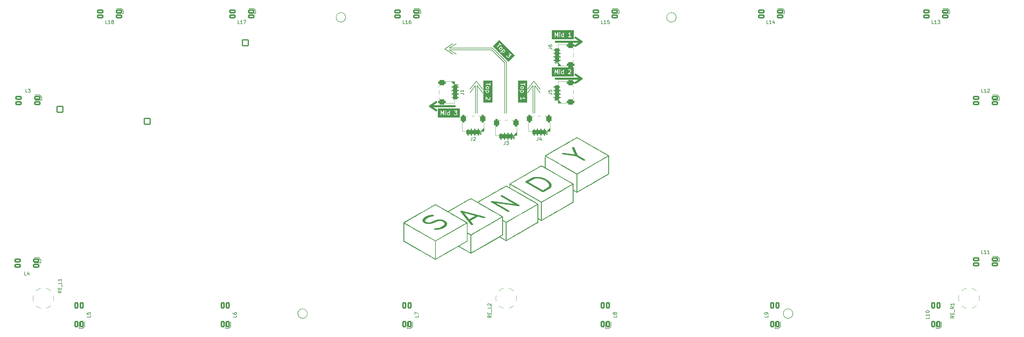
<source format=gto>
G04 #@! TF.GenerationSoftware,KiCad,Pcbnew,7.0.1-0*
G04 #@! TF.CreationDate,2023-05-14T12:19:21+09:00*
G04 #@! TF.ProjectId,Sandy_Base,53616e64-795f-4426-9173-652e6b696361,v.0*
G04 #@! TF.SameCoordinates,Original*
G04 #@! TF.FileFunction,Legend,Top*
G04 #@! TF.FilePolarity,Positive*
%FSLAX46Y46*%
G04 Gerber Fmt 4.6, Leading zero omitted, Abs format (unit mm)*
G04 Created by KiCad (PCBNEW 7.0.1-0) date 2023-05-14 12:19:21*
%MOMM*%
%LPD*%
G01*
G04 APERTURE LIST*
G04 Aperture macros list*
%AMRoundRect*
0 Rectangle with rounded corners*
0 $1 Rounding radius*
0 $2 $3 $4 $5 $6 $7 $8 $9 X,Y pos of 4 corners*
0 Add a 4 corners polygon primitive as box body*
4,1,4,$2,$3,$4,$5,$6,$7,$8,$9,$2,$3,0*
0 Add four circle primitives for the rounded corners*
1,1,$1+$1,$2,$3*
1,1,$1+$1,$4,$5*
1,1,$1+$1,$6,$7*
1,1,$1+$1,$8,$9*
0 Add four rect primitives between the rounded corners*
20,1,$1+$1,$2,$3,$4,$5,0*
20,1,$1+$1,$4,$5,$6,$7,0*
20,1,$1+$1,$6,$7,$8,$9,0*
20,1,$1+$1,$8,$9,$2,$3,0*%
G04 Aperture macros list end*
%ADD10C,0.200000*%
%ADD11C,0.600000*%
%ADD12C,0.150000*%
%ADD13C,0.330000*%
%ADD14C,0.120000*%
%ADD15C,2.150000*%
%ADD16C,3.400000*%
%ADD17C,4.387800*%
%ADD18C,2.600000*%
%ADD19O,1.900000X3.200000*%
%ADD20O,2.000000X2.300000*%
%ADD21C,2.500000*%
%ADD22O,2.000000X1.700000*%
%ADD23RoundRect,0.200000X0.715625X0.410000X-0.715625X0.410000X-0.715625X-0.410000X0.715625X-0.410000X0*%
%ADD24O,2.100000X2.100000*%
%ADD25RoundRect,0.350000X0.625000X-0.150000X0.625000X0.150000X-0.625000X0.150000X-0.625000X-0.150000X0*%
%ADD26RoundRect,0.450000X0.650000X-0.350000X0.650000X0.350000X-0.650000X0.350000X-0.650000X-0.350000X0*%
%ADD27RoundRect,0.350000X0.150000X0.625000X-0.150000X0.625000X-0.150000X-0.625000X0.150000X-0.625000X0*%
%ADD28RoundRect,0.450000X0.350000X0.650000X-0.350000X0.650000X-0.350000X-0.650000X0.350000X-0.650000X0*%
%ADD29RoundRect,0.200000X0.410000X-0.715625X0.410000X0.715625X-0.410000X0.715625X-0.410000X-0.715625X0*%
%ADD30O,9.400000X7.900000*%
%ADD31O,9.400000X6.400000*%
%ADD32C,1.400000*%
%ADD33C,5.200000*%
%ADD34O,7.800000X5.000000*%
%ADD35RoundRect,0.350000X-0.625000X0.150000X-0.625000X-0.150000X0.625000X-0.150000X0.625000X0.150000X0*%
%ADD36RoundRect,0.450000X-0.650000X0.350000X-0.650000X-0.350000X0.650000X-0.350000X0.650000X0.350000X0*%
%ADD37RoundRect,0.200000X-0.850000X-0.850000X0.850000X-0.850000X0.850000X0.850000X-0.850000X0.850000X0*%
%ADD38C,2.400000*%
%ADD39RoundRect,0.200000X0.850000X-0.850000X0.850000X0.850000X-0.850000X0.850000X-0.850000X-0.850000X0*%
%ADD40C,1.050000*%
%ADD41O,1.400000X2.000000*%
%ADD42O,1.400000X2.500000*%
%ADD43C,4.800000*%
G04 APERTURE END LIST*
D10*
X150534935Y-40465405D02*
X148756935Y-42751405D01*
X167425935Y-41735405D02*
X168949935Y-43767405D01*
D11*
X137202965Y-47683092D02*
X144318933Y-47683092D01*
D10*
X142787935Y-31420405D02*
X144819935Y-32690405D01*
X166917935Y-41735405D02*
X166917935Y-49736405D01*
X141517935Y-31166405D02*
X143803935Y-32690405D01*
X150280935Y-41735405D02*
X148756935Y-43767405D01*
D11*
X138988902Y-48873717D02*
X137202965Y-47683092D01*
D10*
X167425935Y-41735405D02*
X167425935Y-49736405D01*
X142787935Y-31420405D02*
X154979935Y-31420405D01*
X167171935Y-40465405D02*
X168949935Y-42751405D01*
X166917935Y-41735405D02*
X165393935Y-43767405D01*
D11*
X179113904Y-30226030D02*
X180899841Y-29035405D01*
X179113904Y-38512780D02*
X180899841Y-39703405D01*
D10*
X150534935Y-40465405D02*
X152312935Y-42751405D01*
X159297935Y-49733805D02*
X159297935Y-34976405D01*
X158789935Y-49733805D02*
X158789935Y-35230405D01*
X142787935Y-30912405D02*
X155233935Y-30912405D01*
X141517935Y-31166405D02*
X143803935Y-29642405D01*
X142787935Y-30912405D02*
X144819935Y-29642405D01*
X150788935Y-41735405D02*
X150788935Y-49736405D01*
X167171935Y-40465405D02*
X165393935Y-42751405D01*
X150788935Y-41735405D02*
X152312935Y-43767405D01*
D11*
X138988902Y-46492467D02*
X137202965Y-47683092D01*
X180899841Y-29035405D02*
X173458435Y-29035405D01*
X179113904Y-27844780D02*
X180899841Y-29035405D01*
D10*
X154979935Y-31420405D02*
X158789935Y-35230405D01*
D11*
X180899841Y-39703405D02*
X173458435Y-39703405D01*
X179113904Y-40894030D02*
X180899841Y-39703405D01*
D10*
X155233935Y-30912405D02*
X159297935Y-34976405D01*
X150280935Y-41735405D02*
X150280935Y-49736405D01*
G36*
X164040791Y-43330584D02*
G01*
X164040791Y-43511941D01*
X164001462Y-43590598D01*
X163967270Y-43624790D01*
X163888612Y-43664119D01*
X163592969Y-43664119D01*
X163514312Y-43624792D01*
X163480118Y-43590596D01*
X163440791Y-43511942D01*
X163440791Y-43330583D01*
X163459737Y-43292691D01*
X164021845Y-43292691D01*
X164040791Y-43330584D01*
G37*
G36*
X163967269Y-42189162D02*
G01*
X164001462Y-42223355D01*
X164040791Y-42302012D01*
X164040791Y-42426227D01*
X164001462Y-42504884D01*
X163967270Y-42539076D01*
X163888612Y-42578405D01*
X163592969Y-42578405D01*
X163514312Y-42539078D01*
X163480118Y-42504882D01*
X163440791Y-42426228D01*
X163440791Y-42302012D01*
X163480118Y-42223356D01*
X163514312Y-42189161D01*
X163592969Y-42149834D01*
X163888613Y-42149834D01*
X163967269Y-42189162D01*
G37*
G36*
X165217363Y-46651263D02*
G01*
X162574505Y-46651263D01*
X162574505Y-45493237D01*
X163237630Y-45493237D01*
X163240791Y-45500159D01*
X163240791Y-45835641D01*
X163253114Y-45877609D01*
X163297496Y-45916066D01*
X163355623Y-45924423D01*
X163409042Y-45900028D01*
X163440791Y-45850625D01*
X163440791Y-45578405D01*
X164525554Y-45578405D01*
X164539040Y-45582612D01*
X164554312Y-45578405D01*
X164555170Y-45578405D01*
X164568176Y-45574585D01*
X164595657Y-45567016D01*
X164596264Y-45566338D01*
X164597138Y-45566082D01*
X164615834Y-45544505D01*
X164634853Y-45523287D01*
X164634997Y-45522389D01*
X164635595Y-45521700D01*
X164639657Y-45493443D01*
X164644187Y-45465308D01*
X164643822Y-45464473D01*
X164643952Y-45463573D01*
X164632097Y-45437614D01*
X164620692Y-45411488D01*
X164619936Y-45410984D01*
X164619557Y-45410154D01*
X164595518Y-45394705D01*
X164433069Y-45286405D01*
X164337261Y-45190598D01*
X164280947Y-45077966D01*
X164251156Y-45045940D01*
X164194261Y-45031391D01*
X164138533Y-45049911D01*
X164101664Y-45095620D01*
X164095360Y-45154006D01*
X164160026Y-45283342D01*
X164163603Y-45299782D01*
X164183071Y-45319250D01*
X164201854Y-45339442D01*
X164203747Y-45339926D01*
X164242227Y-45378405D01*
X163440791Y-45378405D01*
X163440791Y-45121169D01*
X163428468Y-45079201D01*
X163384086Y-45040744D01*
X163325959Y-45032387D01*
X163272540Y-45056782D01*
X163240791Y-45106185D01*
X163240791Y-45471251D01*
X163237630Y-45493237D01*
X162574505Y-45493237D01*
X162574505Y-43207523D01*
X162837630Y-43207523D01*
X162862025Y-43260942D01*
X162911428Y-43292691D01*
X163240791Y-43292691D01*
X163240791Y-43298050D01*
X163237171Y-43318165D01*
X163240791Y-43326893D01*
X163240791Y-43530163D01*
X163238217Y-43554006D01*
X163247355Y-43572282D01*
X163253114Y-43591895D01*
X163260255Y-43598082D01*
X163302883Y-43683339D01*
X163306460Y-43699781D01*
X163325937Y-43719259D01*
X163344713Y-43739443D01*
X163346604Y-43739926D01*
X163375499Y-43768821D01*
X163384092Y-43783289D01*
X163408733Y-43795609D01*
X163432922Y-43808817D01*
X163434870Y-43808677D01*
X163519822Y-43851152D01*
X163539999Y-43864119D01*
X163560435Y-43864119D01*
X163580551Y-43867739D01*
X163589279Y-43864119D01*
X163906837Y-43864119D01*
X163930677Y-43866693D01*
X163948954Y-43857554D01*
X163968566Y-43851796D01*
X163974753Y-43844655D01*
X164060013Y-43802026D01*
X164076453Y-43798450D01*
X164095923Y-43778979D01*
X164116113Y-43760199D01*
X164116597Y-43758305D01*
X164145492Y-43729410D01*
X164159959Y-43720818D01*
X164172276Y-43696183D01*
X164185488Y-43671988D01*
X164185348Y-43670038D01*
X164227823Y-43585089D01*
X164240791Y-43564911D01*
X164240791Y-43544475D01*
X164244411Y-43524360D01*
X164240791Y-43515632D01*
X164240791Y-43312362D01*
X164243365Y-43288519D01*
X164234226Y-43270242D01*
X164228468Y-43250630D01*
X164225291Y-43247877D01*
X164235595Y-43235986D01*
X164243952Y-43177859D01*
X164219557Y-43124440D01*
X164170154Y-43092691D01*
X164096232Y-43092691D01*
X164079975Y-43088534D01*
X164067466Y-43092691D01*
X163399716Y-43092691D01*
X163372114Y-43091717D01*
X163370474Y-43092691D01*
X162926412Y-43092691D01*
X162884444Y-43105014D01*
X162845987Y-43149396D01*
X162837630Y-43207523D01*
X162574505Y-43207523D01*
X162574505Y-42289593D01*
X163237171Y-42289593D01*
X163240791Y-42298321D01*
X163240791Y-42444449D01*
X163238217Y-42468292D01*
X163247355Y-42486568D01*
X163253114Y-42506181D01*
X163260255Y-42512368D01*
X163302883Y-42597625D01*
X163306460Y-42614067D01*
X163325937Y-42633545D01*
X163344713Y-42653729D01*
X163346604Y-42654212D01*
X163375499Y-42683107D01*
X163384092Y-42697575D01*
X163408733Y-42709895D01*
X163432922Y-42723103D01*
X163434870Y-42722963D01*
X163519822Y-42765438D01*
X163539999Y-42778405D01*
X163560435Y-42778405D01*
X163580551Y-42782025D01*
X163589279Y-42778405D01*
X163906837Y-42778405D01*
X163930677Y-42780979D01*
X163948954Y-42771840D01*
X163968566Y-42766082D01*
X163974753Y-42758941D01*
X164060013Y-42716312D01*
X164076453Y-42712736D01*
X164095923Y-42693265D01*
X164116113Y-42674485D01*
X164116597Y-42672591D01*
X164145492Y-42643696D01*
X164159959Y-42635104D01*
X164172276Y-42610469D01*
X164185488Y-42586274D01*
X164185348Y-42584324D01*
X164227823Y-42499375D01*
X164240791Y-42479197D01*
X164240791Y-42458761D01*
X164244411Y-42438646D01*
X164240791Y-42429918D01*
X164240791Y-42283790D01*
X164243365Y-42259947D01*
X164234226Y-42241670D01*
X164228468Y-42222058D01*
X164221326Y-42215869D01*
X164178697Y-42130611D01*
X164175121Y-42114172D01*
X164155649Y-42094700D01*
X164136869Y-42074511D01*
X164134975Y-42074026D01*
X164106083Y-42045134D01*
X164097490Y-42030666D01*
X164072845Y-42018343D01*
X164048659Y-42005137D01*
X164046710Y-42005276D01*
X163961759Y-41962801D01*
X163941582Y-41949834D01*
X163921146Y-41949834D01*
X163901031Y-41946214D01*
X163892303Y-41949834D01*
X163574747Y-41949834D01*
X163550904Y-41947260D01*
X163532627Y-41956398D01*
X163513015Y-41962157D01*
X163506826Y-41969298D01*
X163421570Y-42011926D01*
X163405128Y-42015504D01*
X163385657Y-42034975D01*
X163365467Y-42053755D01*
X163364982Y-42055650D01*
X163336091Y-42084541D01*
X163321623Y-42093135D01*
X163309303Y-42117773D01*
X163296093Y-42141967D01*
X163296232Y-42143915D01*
X163253756Y-42228866D01*
X163240791Y-42249042D01*
X163240791Y-42269477D01*
X163237171Y-42289593D01*
X162574505Y-42289593D01*
X162574505Y-41378951D01*
X163237630Y-41378951D01*
X163262025Y-41432370D01*
X163311428Y-41464119D01*
X164440791Y-41464119D01*
X164440791Y-41721356D01*
X164453114Y-41763324D01*
X164497496Y-41801781D01*
X164555623Y-41810138D01*
X164609042Y-41785743D01*
X164640791Y-41736340D01*
X164640791Y-41371273D01*
X164643952Y-41349287D01*
X164640791Y-41342365D01*
X164640791Y-41006883D01*
X164628468Y-40964915D01*
X164584086Y-40926458D01*
X164525959Y-40918101D01*
X164472540Y-40942496D01*
X164440791Y-40991899D01*
X164440791Y-41264119D01*
X163326412Y-41264119D01*
X163284444Y-41276442D01*
X163245987Y-41320824D01*
X163237630Y-41378951D01*
X162574505Y-41378951D01*
X162574505Y-40305548D01*
X165217363Y-40305548D01*
X165217363Y-46651263D01*
G37*
G36*
X175595935Y-37652493D02*
G01*
X175595935Y-38214601D01*
X175558042Y-38233547D01*
X175376684Y-38233547D01*
X175298027Y-38194219D01*
X175263834Y-38160026D01*
X175224506Y-38081370D01*
X175224506Y-37785725D01*
X175263834Y-37707069D01*
X175298027Y-37672875D01*
X175376684Y-37633547D01*
X175558043Y-37633547D01*
X175595935Y-37652493D01*
G37*
G36*
X178640221Y-39099834D02*
G01*
X172351648Y-39099834D01*
X172351648Y-37149227D01*
X173135755Y-37149227D01*
X173138791Y-37155733D01*
X173138791Y-38347926D01*
X173151114Y-38389894D01*
X173195496Y-38428351D01*
X173253623Y-38436708D01*
X173307042Y-38412313D01*
X173338791Y-38362910D01*
X173338791Y-37584304D01*
X173547832Y-38032249D01*
X173559467Y-38058291D01*
X173572706Y-38066954D01*
X173583168Y-38078828D01*
X173596771Y-38082701D01*
X173608606Y-38090445D01*
X173624428Y-38090575D01*
X173639649Y-38094909D01*
X173653187Y-38090812D01*
X173667330Y-38090929D01*
X173680711Y-38082483D01*
X173695857Y-38077901D01*
X173705031Y-38067135D01*
X173716992Y-38059587D01*
X173723682Y-38045249D01*
X173733948Y-38033204D01*
X173735845Y-38019185D01*
X173938791Y-37584303D01*
X173938791Y-38347926D01*
X173951114Y-38389894D01*
X173995496Y-38428351D01*
X174053623Y-38436708D01*
X174107042Y-38412313D01*
X174138791Y-38362910D01*
X174138791Y-38347926D01*
X174510220Y-38347926D01*
X174522543Y-38389894D01*
X174566925Y-38428351D01*
X174625052Y-38436708D01*
X174678471Y-38412313D01*
X174710220Y-38362910D01*
X174710220Y-37773307D01*
X175020886Y-37773307D01*
X175024506Y-37782035D01*
X175024506Y-38099591D01*
X175021932Y-38123434D01*
X175031070Y-38141710D01*
X175036829Y-38161323D01*
X175043970Y-38167510D01*
X175086599Y-38252769D01*
X175090176Y-38269210D01*
X175109647Y-38288681D01*
X175128428Y-38308871D01*
X175130321Y-38309355D01*
X175159215Y-38338249D01*
X175167808Y-38352716D01*
X175192440Y-38365032D01*
X175216638Y-38378245D01*
X175218587Y-38378105D01*
X175303536Y-38420579D01*
X175323714Y-38433547D01*
X175344150Y-38433547D01*
X175364265Y-38437167D01*
X175372993Y-38433547D01*
X175576267Y-38433547D01*
X175600107Y-38436121D01*
X175618384Y-38426982D01*
X175637996Y-38421224D01*
X175640748Y-38418047D01*
X175652640Y-38428351D01*
X175710767Y-38436708D01*
X175764186Y-38412313D01*
X175795935Y-38362910D01*
X175795935Y-38348379D01*
X176964202Y-38348379D01*
X176968904Y-38358676D01*
X176969712Y-38369969D01*
X176980865Y-38384868D01*
X176988597Y-38401798D01*
X176998120Y-38407918D01*
X177004905Y-38416981D01*
X177022343Y-38423485D01*
X177038000Y-38433547D01*
X177049319Y-38433547D01*
X177059928Y-38437504D01*
X177078116Y-38433547D01*
X177824599Y-38433547D01*
X177866567Y-38421224D01*
X177905024Y-38376842D01*
X177913381Y-38318715D01*
X177888986Y-38265296D01*
X177839583Y-38233547D01*
X177308784Y-38233547D01*
X177819977Y-37722353D01*
X177838660Y-37707312D01*
X177845122Y-37687923D01*
X177854917Y-37669987D01*
X177854243Y-37660562D01*
X177901122Y-37519923D01*
X177910220Y-37505768D01*
X177910220Y-37478213D01*
X177911216Y-37450676D01*
X177910220Y-37448996D01*
X177910220Y-37367504D01*
X177912794Y-37343661D01*
X177903655Y-37325384D01*
X177897897Y-37305772D01*
X177890755Y-37299583D01*
X177848127Y-37214328D01*
X177844551Y-37197886D01*
X177825069Y-37178404D01*
X177806299Y-37158224D01*
X177804405Y-37157739D01*
X177775512Y-37128846D01*
X177766920Y-37114379D01*
X177742287Y-37102062D01*
X177718090Y-37088850D01*
X177716140Y-37088989D01*
X177631189Y-37046514D01*
X177611012Y-37033547D01*
X177590576Y-37033547D01*
X177570461Y-37029927D01*
X177561733Y-37033547D01*
X177301320Y-37033547D01*
X177277477Y-37030973D01*
X177259200Y-37040111D01*
X177239588Y-37045870D01*
X177233399Y-37053011D01*
X177148142Y-37095640D01*
X177131701Y-37099217D01*
X177112226Y-37118691D01*
X177092040Y-37137468D01*
X177091555Y-37139362D01*
X177043628Y-37187290D01*
X177022666Y-37225679D01*
X177026855Y-37284255D01*
X177062048Y-37331267D01*
X177117071Y-37351790D01*
X177174454Y-37339306D01*
X177240884Y-37272875D01*
X177319542Y-37233547D01*
X177558043Y-37233547D01*
X177636697Y-37272874D01*
X177670892Y-37307069D01*
X177710220Y-37385726D01*
X177710220Y-37460177D01*
X177665674Y-37593815D01*
X177014701Y-38244787D01*
X177011016Y-38245870D01*
X176994120Y-38265368D01*
X176986485Y-38273004D01*
X176984748Y-38276185D01*
X176972559Y-38290252D01*
X176970947Y-38301458D01*
X176965523Y-38311393D01*
X176966850Y-38329956D01*
X176964202Y-38348379D01*
X175795935Y-38348379D01*
X175795935Y-38288988D01*
X175800092Y-38272732D01*
X175795935Y-38260224D01*
X175795935Y-37592472D01*
X175796909Y-37564870D01*
X175795935Y-37563230D01*
X175795935Y-37119168D01*
X175783612Y-37077200D01*
X175739230Y-37038743D01*
X175681103Y-37030386D01*
X175627684Y-37054781D01*
X175595935Y-37104184D01*
X175595935Y-37433547D01*
X175590576Y-37433547D01*
X175570461Y-37429927D01*
X175561733Y-37433547D01*
X175358462Y-37433547D01*
X175334619Y-37430973D01*
X175316342Y-37440111D01*
X175296730Y-37445870D01*
X175290541Y-37453011D01*
X175205283Y-37495640D01*
X175188844Y-37499217D01*
X175169372Y-37518688D01*
X175149183Y-37537469D01*
X175148698Y-37539362D01*
X175119806Y-37568254D01*
X175105338Y-37576848D01*
X175093015Y-37601492D01*
X175079809Y-37625679D01*
X175079948Y-37627627D01*
X175037473Y-37712578D01*
X175024506Y-37732756D01*
X175024506Y-37753192D01*
X175020886Y-37773307D01*
X174710220Y-37773307D01*
X174710220Y-37519168D01*
X174697897Y-37477200D01*
X174653515Y-37438743D01*
X174595388Y-37430386D01*
X174541969Y-37454781D01*
X174510220Y-37504184D01*
X174510220Y-38347926D01*
X174138791Y-38347926D01*
X174138791Y-37183255D01*
X174449120Y-37183255D01*
X174453841Y-37204958D01*
X174455426Y-37227112D01*
X174459986Y-37233204D01*
X174461604Y-37240638D01*
X174477305Y-37256339D01*
X174490619Y-37274124D01*
X174497749Y-37276783D01*
X174521460Y-37300494D01*
X174522543Y-37304180D01*
X174536608Y-37316367D01*
X174547762Y-37331267D01*
X174558369Y-37335223D01*
X174566925Y-37342637D01*
X174578131Y-37344248D01*
X174588066Y-37349673D01*
X174595654Y-37349130D01*
X174602785Y-37351790D01*
X174613847Y-37349383D01*
X174625052Y-37350994D01*
X174635351Y-37346290D01*
X174646642Y-37345483D01*
X174652732Y-37340923D01*
X174660168Y-37339306D01*
X174668171Y-37331302D01*
X174678471Y-37326599D01*
X174684592Y-37317073D01*
X174693653Y-37310291D01*
X174696312Y-37303161D01*
X174733016Y-37266457D01*
X174750796Y-37253148D01*
X174758556Y-37232341D01*
X174769203Y-37212844D01*
X174768660Y-37205253D01*
X174771319Y-37198125D01*
X174766597Y-37176421D01*
X174765013Y-37154268D01*
X174760453Y-37148177D01*
X174758836Y-37140742D01*
X174743130Y-37125036D01*
X174729821Y-37107257D01*
X174722691Y-37104597D01*
X174698979Y-37080885D01*
X174697897Y-37077200D01*
X174683829Y-37065010D01*
X174672678Y-37050114D01*
X174662072Y-37046158D01*
X174653515Y-37038743D01*
X174642308Y-37037131D01*
X174632374Y-37031707D01*
X174624783Y-37032249D01*
X174617655Y-37029591D01*
X174606594Y-37031997D01*
X174595388Y-37030386D01*
X174585090Y-37035088D01*
X174573798Y-37035896D01*
X174567705Y-37040456D01*
X174560272Y-37042074D01*
X174552268Y-37050077D01*
X174541969Y-37054781D01*
X174535848Y-37064304D01*
X174526786Y-37071089D01*
X174524126Y-37078219D01*
X174487427Y-37114918D01*
X174469643Y-37128232D01*
X174461880Y-37149044D01*
X174451237Y-37168536D01*
X174451779Y-37176124D01*
X174449120Y-37183255D01*
X174138791Y-37183255D01*
X174138791Y-37141115D01*
X174142071Y-37119563D01*
X174132840Y-37098903D01*
X174126468Y-37077200D01*
X174121044Y-37072500D01*
X174118116Y-37065946D01*
X174099182Y-37053557D01*
X174082086Y-37038743D01*
X174074981Y-37037721D01*
X174068976Y-37033792D01*
X174046352Y-37033605D01*
X174023959Y-37030386D01*
X174017430Y-37033367D01*
X174010252Y-37033308D01*
X173991117Y-37045383D01*
X173970540Y-37054781D01*
X173966659Y-37060819D01*
X173960590Y-37064650D01*
X173951023Y-37085149D01*
X173938791Y-37104184D01*
X173938791Y-37111362D01*
X173638791Y-37754218D01*
X173332608Y-37098112D01*
X173326468Y-37077200D01*
X173309371Y-37062385D01*
X173294414Y-37045409D01*
X173287510Y-37043443D01*
X173282086Y-37038743D01*
X173259693Y-37035523D01*
X173237933Y-37029328D01*
X173231061Y-37031407D01*
X173223959Y-37030386D01*
X173203383Y-37039782D01*
X173181725Y-37046336D01*
X173177069Y-37051799D01*
X173170540Y-37054781D01*
X173158309Y-37073812D01*
X173143634Y-37091033D01*
X173142670Y-37098146D01*
X173138791Y-37104184D01*
X173138791Y-37126803D01*
X173135755Y-37149227D01*
X172351648Y-37149227D01*
X172351648Y-36456976D01*
X178640221Y-36456976D01*
X178640221Y-39099834D01*
G37*
G36*
X158493836Y-31471448D02*
G01*
X158622076Y-31599688D01*
X158649886Y-31683116D01*
X158649886Y-31731474D01*
X158622077Y-31814901D01*
X158413026Y-32023952D01*
X158329598Y-32051762D01*
X158281241Y-32051762D01*
X158197813Y-32023953D01*
X158069573Y-31895714D01*
X158056176Y-31855522D01*
X158453646Y-31458052D01*
X158493836Y-31471448D01*
G37*
G36*
X157766528Y-30744140D02*
G01*
X157854360Y-30831972D01*
X157882171Y-30915401D01*
X157882171Y-30963757D01*
X157854361Y-31047185D01*
X157645310Y-31256237D01*
X157561883Y-31284047D01*
X157513525Y-31284047D01*
X157430097Y-31256238D01*
X157342264Y-31168403D01*
X157314455Y-31084977D01*
X157314455Y-31036619D01*
X157342263Y-30953191D01*
X157551314Y-30744140D01*
X157634743Y-30716331D01*
X157683100Y-30716331D01*
X157766528Y-30744140D01*
G37*
G36*
X161673875Y-32987563D02*
G01*
X159805092Y-34856346D01*
X158154834Y-33206088D01*
X159211418Y-33206088D01*
X159220131Y-33232228D01*
X159227895Y-33258668D01*
X159229371Y-33259947D01*
X159259404Y-33350046D01*
X159264504Y-33373487D01*
X159278957Y-33387940D01*
X159290619Y-33404720D01*
X159299348Y-33408331D01*
X159523892Y-33632875D01*
X159538935Y-33651559D01*
X159558322Y-33658021D01*
X159576260Y-33667816D01*
X159585684Y-33667141D01*
X159676113Y-33697284D01*
X159690270Y-33706382D01*
X159717826Y-33706382D01*
X159745363Y-33707378D01*
X159747043Y-33706382D01*
X159787905Y-33706382D01*
X159804212Y-33710536D01*
X159830352Y-33701822D01*
X159856792Y-33694059D01*
X159858071Y-33692582D01*
X159948175Y-33662547D01*
X159971611Y-33657449D01*
X159986060Y-33642999D01*
X160002844Y-33631335D01*
X160006455Y-33622604D01*
X160190593Y-33438466D01*
X160209277Y-33423424D01*
X160215739Y-33404036D01*
X160225534Y-33386099D01*
X160224860Y-33376674D01*
X160255002Y-33286245D01*
X160264100Y-33272090D01*
X160264100Y-33244535D01*
X160265096Y-33216997D01*
X160264100Y-33215317D01*
X160264100Y-33174455D01*
X160268254Y-33158148D01*
X160259540Y-33132007D01*
X160251777Y-33105568D01*
X160250300Y-33104288D01*
X160220266Y-33014188D01*
X160218335Y-33005309D01*
X160586181Y-32980786D01*
X160586414Y-32980913D01*
X160615646Y-32978821D01*
X160629566Y-32977894D01*
X160629794Y-32977809D01*
X160644990Y-32976723D01*
X160656789Y-32967889D01*
X160670621Y-32962807D01*
X160679807Y-32950658D01*
X160692001Y-32941530D01*
X160697151Y-32927720D01*
X160706041Y-32915965D01*
X160707200Y-32900778D01*
X160712524Y-32886507D01*
X160709390Y-32872104D01*
X160710513Y-32857411D01*
X160703279Y-32844009D01*
X160700041Y-32829124D01*
X160689617Y-32818700D01*
X160682618Y-32805733D01*
X160669286Y-32798369D01*
X160143831Y-32272915D01*
X160105442Y-32251953D01*
X160046866Y-32256142D01*
X159999854Y-32291335D01*
X159979331Y-32346358D01*
X159991815Y-32403741D01*
X160382026Y-32793952D01*
X160024859Y-32817763D01*
X160024629Y-32817638D01*
X159995513Y-32819720D01*
X159981476Y-32820656D01*
X159981246Y-32820740D01*
X159966053Y-32821827D01*
X159954254Y-32830659D01*
X159940421Y-32835743D01*
X159931234Y-32847892D01*
X159919041Y-32857020D01*
X159913890Y-32870829D01*
X159905001Y-32882585D01*
X159903841Y-32897771D01*
X159898518Y-32912043D01*
X159901651Y-32926445D01*
X159900529Y-32941139D01*
X159907764Y-32954543D01*
X159911002Y-32969426D01*
X159921421Y-32979845D01*
X159928423Y-32992817D01*
X159941758Y-33000182D01*
X160036290Y-33094714D01*
X160064100Y-33178142D01*
X160064100Y-33226499D01*
X160036290Y-33309927D01*
X159867645Y-33478572D01*
X159784218Y-33506382D01*
X159735860Y-33506382D01*
X159652433Y-33478573D01*
X159443381Y-33269521D01*
X159415572Y-33186094D01*
X159415572Y-33107130D01*
X159403249Y-33065162D01*
X159358867Y-33026705D01*
X159300740Y-33018348D01*
X159247321Y-33042743D01*
X159215572Y-33092146D01*
X159215572Y-33189781D01*
X159211418Y-33206088D01*
X158154834Y-33206088D01*
X157078354Y-32129608D01*
X157516675Y-32129608D01*
X157520864Y-32188184D01*
X157556057Y-32235196D01*
X157611080Y-32255719D01*
X157668463Y-32243235D01*
X157901357Y-32010340D01*
X157905146Y-32014129D01*
X157916811Y-32030913D01*
X157925541Y-32034524D01*
X158069277Y-32178260D01*
X158084316Y-32196939D01*
X158103700Y-32203400D01*
X158121642Y-32213197D01*
X158131067Y-32212522D01*
X158221494Y-32242664D01*
X158235650Y-32251762D01*
X158263205Y-32251762D01*
X158290743Y-32252758D01*
X158292423Y-32251762D01*
X158333286Y-32251762D01*
X158349591Y-32255916D01*
X158375726Y-32247204D01*
X158402172Y-32239439D01*
X158403451Y-32237962D01*
X158493556Y-32207927D01*
X158516992Y-32202829D01*
X158531441Y-32188379D01*
X158548225Y-32176715D01*
X158551836Y-32167984D01*
X158776379Y-31943441D01*
X158795063Y-31928399D01*
X158801525Y-31909011D01*
X158811320Y-31891074D01*
X158810645Y-31881649D01*
X158840788Y-31791220D01*
X158849886Y-31777064D01*
X158849886Y-31749508D01*
X158850882Y-31721971D01*
X158849886Y-31720291D01*
X158849886Y-31679429D01*
X158854040Y-31663122D01*
X158845326Y-31636981D01*
X158837563Y-31610542D01*
X158836086Y-31609262D01*
X158806052Y-31519161D01*
X158800954Y-31495724D01*
X158786502Y-31481272D01*
X158774839Y-31464490D01*
X158766108Y-31460878D01*
X158622378Y-31317147D01*
X158607335Y-31298463D01*
X158587947Y-31292000D01*
X158570010Y-31282206D01*
X158565817Y-31282505D01*
X158564695Y-31266811D01*
X158529502Y-31219800D01*
X158474480Y-31199277D01*
X158417096Y-31211760D01*
X158364826Y-31264029D01*
X158350389Y-31272587D01*
X158344482Y-31284373D01*
X157872297Y-31756558D01*
X157852107Y-31775373D01*
X157851636Y-31777219D01*
X157537637Y-32091219D01*
X157516675Y-32129608D01*
X157078354Y-32129608D01*
X156053717Y-31104971D01*
X157110301Y-31104971D01*
X157119014Y-31131111D01*
X157126778Y-31157551D01*
X157128254Y-31158830D01*
X157158288Y-31248930D01*
X157163387Y-31272370D01*
X157177840Y-31286823D01*
X157189502Y-31303603D01*
X157198231Y-31307214D01*
X157301557Y-31410540D01*
X157316600Y-31429224D01*
X157335987Y-31435686D01*
X157353925Y-31445481D01*
X157363349Y-31444807D01*
X157453778Y-31474949D01*
X157467934Y-31484047D01*
X157495489Y-31484047D01*
X157523027Y-31485043D01*
X157524707Y-31484047D01*
X157565570Y-31484047D01*
X157581877Y-31488201D01*
X157608017Y-31479487D01*
X157634457Y-31471724D01*
X157635736Y-31470247D01*
X157725840Y-31440212D01*
X157749276Y-31435114D01*
X157763725Y-31420664D01*
X157780509Y-31409000D01*
X157784120Y-31400268D01*
X158008664Y-31175724D01*
X158027346Y-31160684D01*
X158033808Y-31141295D01*
X158043604Y-31123357D01*
X158042930Y-31113933D01*
X158073073Y-31023504D01*
X158082171Y-31009349D01*
X158082171Y-30981795D01*
X158083167Y-30954257D01*
X158082171Y-30952577D01*
X158082171Y-30911712D01*
X158086325Y-30895405D01*
X158077610Y-30869261D01*
X158069848Y-30842826D01*
X158068371Y-30841546D01*
X158038334Y-30751438D01*
X158033237Y-30728007D01*
X158018789Y-30713559D01*
X158007123Y-30696773D01*
X157998390Y-30693160D01*
X157895067Y-30589837D01*
X157880025Y-30571154D01*
X157860637Y-30564691D01*
X157842700Y-30554897D01*
X157833275Y-30555570D01*
X157742846Y-30525428D01*
X157728691Y-30516331D01*
X157701136Y-30516331D01*
X157673598Y-30515335D01*
X157671918Y-30516331D01*
X157631055Y-30516331D01*
X157614750Y-30512177D01*
X157588614Y-30520888D01*
X157562169Y-30528654D01*
X157560889Y-30530130D01*
X157470784Y-30560165D01*
X157447349Y-30565264D01*
X157432899Y-30579713D01*
X157416116Y-30591378D01*
X157412504Y-30600108D01*
X157187961Y-30824651D01*
X157169278Y-30839694D01*
X157162815Y-30859081D01*
X157153021Y-30877019D01*
X157153695Y-30886443D01*
X157123552Y-30976872D01*
X157114455Y-30991029D01*
X157114455Y-31018585D01*
X157113459Y-31046122D01*
X157114455Y-31047802D01*
X157114455Y-31088664D01*
X157110301Y-31104971D01*
X156053717Y-31104971D01*
X155502516Y-30553770D01*
X156506523Y-30553770D01*
X156510712Y-30612346D01*
X156545905Y-30659358D01*
X156600928Y-30679881D01*
X156658311Y-30667397D01*
X157456890Y-29868817D01*
X157638785Y-30050711D01*
X157677175Y-30071674D01*
X157735751Y-30067484D01*
X157782762Y-30032291D01*
X157803285Y-29977268D01*
X157790802Y-29919885D01*
X157532663Y-29661747D01*
X157519349Y-29643962D01*
X157512218Y-29641302D01*
X157274997Y-29404082D01*
X157236608Y-29383120D01*
X157178032Y-29387309D01*
X157131020Y-29422502D01*
X157110497Y-29477525D01*
X157122981Y-29534908D01*
X157315469Y-29727395D01*
X156527485Y-30515381D01*
X156506523Y-30553770D01*
X155502516Y-30553770D01*
X155317994Y-30369248D01*
X157186777Y-28500465D01*
X161673875Y-32987563D01*
G37*
G36*
X154040791Y-43330584D02*
G01*
X154040791Y-43511941D01*
X154001462Y-43590598D01*
X153967270Y-43624790D01*
X153888612Y-43664119D01*
X153592969Y-43664119D01*
X153514312Y-43624792D01*
X153480118Y-43590596D01*
X153440791Y-43511942D01*
X153440791Y-43330583D01*
X153459737Y-43292691D01*
X154021845Y-43292691D01*
X154040791Y-43330584D01*
G37*
G36*
X153967269Y-42189162D02*
G01*
X154001462Y-42223355D01*
X154040791Y-42302012D01*
X154040791Y-42426227D01*
X154001462Y-42504884D01*
X153967270Y-42539076D01*
X153888612Y-42578405D01*
X153592969Y-42578405D01*
X153514312Y-42539078D01*
X153480118Y-42504882D01*
X153440791Y-42426228D01*
X153440791Y-42302012D01*
X153480118Y-42223356D01*
X153514312Y-42189161D01*
X153592969Y-42149834D01*
X153888613Y-42149834D01*
X153967269Y-42189162D01*
G37*
G36*
X155217363Y-46651263D02*
G01*
X152574505Y-46651263D01*
X152574505Y-45070970D01*
X153236834Y-45070970D01*
X153240791Y-45089158D01*
X153240791Y-45835641D01*
X153253114Y-45877609D01*
X153297496Y-45916066D01*
X153355623Y-45924423D01*
X153409042Y-45900028D01*
X153440791Y-45850625D01*
X153440791Y-45319826D01*
X153951983Y-45831018D01*
X153967026Y-45849702D01*
X153986413Y-45856164D01*
X154004351Y-45865959D01*
X154013775Y-45865285D01*
X154154415Y-45912164D01*
X154168571Y-45921262D01*
X154196126Y-45921262D01*
X154223664Y-45922258D01*
X154225344Y-45921262D01*
X154306834Y-45921262D01*
X154330677Y-45923836D01*
X154348953Y-45914697D01*
X154368566Y-45908939D01*
X154374753Y-45901797D01*
X154460010Y-45859169D01*
X154476452Y-45855593D01*
X154495930Y-45836115D01*
X154516114Y-45817340D01*
X154516597Y-45815448D01*
X154545494Y-45786552D01*
X154559959Y-45777961D01*
X154572272Y-45753333D01*
X154585488Y-45729131D01*
X154585348Y-45727181D01*
X154627823Y-45642232D01*
X154640791Y-45622054D01*
X154640791Y-45601618D01*
X154644411Y-45581503D01*
X154640791Y-45572775D01*
X154640791Y-45312362D01*
X154643365Y-45288519D01*
X154634226Y-45270242D01*
X154628468Y-45250630D01*
X154621326Y-45244441D01*
X154578697Y-45159184D01*
X154575121Y-45142743D01*
X154555646Y-45123268D01*
X154536870Y-45103082D01*
X154534975Y-45102597D01*
X154487048Y-45054670D01*
X154448659Y-45033708D01*
X154390083Y-45037897D01*
X154343071Y-45073090D01*
X154322548Y-45128113D01*
X154335032Y-45185496D01*
X154401462Y-45251926D01*
X154440791Y-45330584D01*
X154440791Y-45569084D01*
X154401463Y-45647739D01*
X154367267Y-45681934D01*
X154288613Y-45721262D01*
X154214162Y-45721262D01*
X154080522Y-45676715D01*
X153429550Y-45025743D01*
X153428468Y-45022058D01*
X153408969Y-45005162D01*
X153401334Y-44997527D01*
X153398152Y-44995790D01*
X153384086Y-44983601D01*
X153372879Y-44981989D01*
X153362945Y-44976565D01*
X153344381Y-44977892D01*
X153325959Y-44975244D01*
X153315661Y-44979946D01*
X153304369Y-44980754D01*
X153289469Y-44991907D01*
X153272540Y-44999639D01*
X153266419Y-45009162D01*
X153257357Y-45015947D01*
X153250852Y-45033385D01*
X153240791Y-45049042D01*
X153240791Y-45060361D01*
X153236834Y-45070970D01*
X152574505Y-45070970D01*
X152574505Y-43207523D01*
X152837630Y-43207523D01*
X152862025Y-43260942D01*
X152911428Y-43292691D01*
X153240791Y-43292691D01*
X153240791Y-43298050D01*
X153237171Y-43318165D01*
X153240791Y-43326893D01*
X153240791Y-43530163D01*
X153238217Y-43554006D01*
X153247355Y-43572282D01*
X153253114Y-43591895D01*
X153260255Y-43598082D01*
X153302883Y-43683339D01*
X153306460Y-43699781D01*
X153325937Y-43719259D01*
X153344713Y-43739443D01*
X153346604Y-43739926D01*
X153375499Y-43768821D01*
X153384092Y-43783289D01*
X153408733Y-43795609D01*
X153432922Y-43808817D01*
X153434870Y-43808677D01*
X153519822Y-43851152D01*
X153539999Y-43864119D01*
X153560435Y-43864119D01*
X153580551Y-43867739D01*
X153589279Y-43864119D01*
X153906837Y-43864119D01*
X153930677Y-43866693D01*
X153948954Y-43857554D01*
X153968566Y-43851796D01*
X153974753Y-43844655D01*
X154060013Y-43802026D01*
X154076453Y-43798450D01*
X154095923Y-43778979D01*
X154116113Y-43760199D01*
X154116597Y-43758305D01*
X154145492Y-43729410D01*
X154159959Y-43720818D01*
X154172276Y-43696183D01*
X154185488Y-43671988D01*
X154185348Y-43670038D01*
X154227823Y-43585089D01*
X154240791Y-43564911D01*
X154240791Y-43544475D01*
X154244411Y-43524360D01*
X154240791Y-43515632D01*
X154240791Y-43312362D01*
X154243365Y-43288519D01*
X154234226Y-43270242D01*
X154228468Y-43250630D01*
X154225291Y-43247877D01*
X154235595Y-43235986D01*
X154243952Y-43177859D01*
X154219557Y-43124440D01*
X154170154Y-43092691D01*
X154096232Y-43092691D01*
X154079975Y-43088534D01*
X154067466Y-43092691D01*
X153399716Y-43092691D01*
X153372114Y-43091717D01*
X153370474Y-43092691D01*
X152926412Y-43092691D01*
X152884444Y-43105014D01*
X152845987Y-43149396D01*
X152837630Y-43207523D01*
X152574505Y-43207523D01*
X152574505Y-42289593D01*
X153237171Y-42289593D01*
X153240791Y-42298321D01*
X153240791Y-42444449D01*
X153238217Y-42468292D01*
X153247355Y-42486568D01*
X153253114Y-42506181D01*
X153260255Y-42512368D01*
X153302883Y-42597625D01*
X153306460Y-42614067D01*
X153325937Y-42633545D01*
X153344713Y-42653729D01*
X153346604Y-42654212D01*
X153375499Y-42683107D01*
X153384092Y-42697575D01*
X153408733Y-42709895D01*
X153432922Y-42723103D01*
X153434870Y-42722963D01*
X153519822Y-42765438D01*
X153539999Y-42778405D01*
X153560435Y-42778405D01*
X153580551Y-42782025D01*
X153589279Y-42778405D01*
X153906837Y-42778405D01*
X153930677Y-42780979D01*
X153948954Y-42771840D01*
X153968566Y-42766082D01*
X153974753Y-42758941D01*
X154060013Y-42716312D01*
X154076453Y-42712736D01*
X154095923Y-42693265D01*
X154116113Y-42674485D01*
X154116597Y-42672591D01*
X154145492Y-42643696D01*
X154159959Y-42635104D01*
X154172276Y-42610469D01*
X154185488Y-42586274D01*
X154185348Y-42584324D01*
X154227823Y-42499375D01*
X154240791Y-42479197D01*
X154240791Y-42458761D01*
X154244411Y-42438646D01*
X154240791Y-42429918D01*
X154240791Y-42283790D01*
X154243365Y-42259947D01*
X154234226Y-42241670D01*
X154228468Y-42222058D01*
X154221326Y-42215869D01*
X154178697Y-42130611D01*
X154175121Y-42114172D01*
X154155649Y-42094700D01*
X154136869Y-42074511D01*
X154134975Y-42074026D01*
X154106083Y-42045134D01*
X154097490Y-42030666D01*
X154072845Y-42018343D01*
X154048659Y-42005137D01*
X154046710Y-42005276D01*
X153961759Y-41962801D01*
X153941582Y-41949834D01*
X153921146Y-41949834D01*
X153901031Y-41946214D01*
X153892303Y-41949834D01*
X153574747Y-41949834D01*
X153550904Y-41947260D01*
X153532627Y-41956398D01*
X153513015Y-41962157D01*
X153506826Y-41969298D01*
X153421570Y-42011926D01*
X153405128Y-42015504D01*
X153385657Y-42034975D01*
X153365467Y-42053755D01*
X153364982Y-42055650D01*
X153336091Y-42084541D01*
X153321623Y-42093135D01*
X153309303Y-42117773D01*
X153296093Y-42141967D01*
X153296232Y-42143915D01*
X153253756Y-42228866D01*
X153240791Y-42249042D01*
X153240791Y-42269477D01*
X153237171Y-42289593D01*
X152574505Y-42289593D01*
X152574505Y-41378951D01*
X153237630Y-41378951D01*
X153262025Y-41432370D01*
X153311428Y-41464119D01*
X154440791Y-41464119D01*
X154440791Y-41721356D01*
X154453114Y-41763324D01*
X154497496Y-41801781D01*
X154555623Y-41810138D01*
X154609042Y-41785743D01*
X154640791Y-41736340D01*
X154640791Y-41371273D01*
X154643952Y-41349287D01*
X154640791Y-41342365D01*
X154640791Y-41006883D01*
X154628468Y-40964915D01*
X154584086Y-40926458D01*
X154525959Y-40918101D01*
X154472540Y-40942496D01*
X154440791Y-40991899D01*
X154440791Y-41264119D01*
X153326412Y-41264119D01*
X153284444Y-41276442D01*
X153245987Y-41320824D01*
X153237630Y-41378951D01*
X152574505Y-41378951D01*
X152574505Y-40305548D01*
X155217363Y-40305548D01*
X155217363Y-46651263D01*
G37*
G36*
X142748933Y-49539555D02*
G01*
X142748933Y-50101663D01*
X142711040Y-50120609D01*
X142529682Y-50120609D01*
X142451025Y-50081281D01*
X142416832Y-50047088D01*
X142377504Y-49968432D01*
X142377504Y-49672787D01*
X142416832Y-49594131D01*
X142451025Y-49559937D01*
X142529682Y-49520609D01*
X142711041Y-49520609D01*
X142748933Y-49539555D01*
G37*
G36*
X145793219Y-50986896D02*
G01*
X139504646Y-50986896D01*
X139504646Y-49036289D01*
X140288753Y-49036289D01*
X140291789Y-49042795D01*
X140291789Y-50234988D01*
X140304112Y-50276956D01*
X140348494Y-50315413D01*
X140406621Y-50323770D01*
X140460040Y-50299375D01*
X140491789Y-50249972D01*
X140491789Y-49471366D01*
X140700830Y-49919311D01*
X140712465Y-49945353D01*
X140725704Y-49954016D01*
X140736166Y-49965890D01*
X140749769Y-49969763D01*
X140761604Y-49977507D01*
X140777426Y-49977637D01*
X140792647Y-49981971D01*
X140806185Y-49977874D01*
X140820328Y-49977991D01*
X140833709Y-49969545D01*
X140848855Y-49964963D01*
X140858029Y-49954197D01*
X140869990Y-49946649D01*
X140876680Y-49932311D01*
X140886946Y-49920266D01*
X140888843Y-49906247D01*
X141091789Y-49471365D01*
X141091789Y-50234988D01*
X141104112Y-50276956D01*
X141148494Y-50315413D01*
X141206621Y-50323770D01*
X141260040Y-50299375D01*
X141291789Y-50249972D01*
X141291789Y-50234988D01*
X141663218Y-50234988D01*
X141675541Y-50276956D01*
X141719923Y-50315413D01*
X141778050Y-50323770D01*
X141831469Y-50299375D01*
X141863218Y-50249972D01*
X141863218Y-49660369D01*
X142173884Y-49660369D01*
X142177504Y-49669097D01*
X142177504Y-49986653D01*
X142174930Y-50010496D01*
X142184068Y-50028772D01*
X142189827Y-50048385D01*
X142196968Y-50054572D01*
X142239597Y-50139831D01*
X142243174Y-50156272D01*
X142262645Y-50175743D01*
X142281426Y-50195933D01*
X142283319Y-50196417D01*
X142312213Y-50225311D01*
X142320806Y-50239778D01*
X142345438Y-50252094D01*
X142369636Y-50265307D01*
X142371585Y-50265167D01*
X142456534Y-50307641D01*
X142476712Y-50320609D01*
X142497148Y-50320609D01*
X142517263Y-50324229D01*
X142525991Y-50320609D01*
X142729265Y-50320609D01*
X142753105Y-50323183D01*
X142771382Y-50314044D01*
X142790994Y-50308286D01*
X142793746Y-50305109D01*
X142805638Y-50315413D01*
X142863765Y-50323770D01*
X142917184Y-50299375D01*
X142948933Y-50249972D01*
X142948933Y-50176050D01*
X142953090Y-50159794D01*
X142948933Y-50147286D01*
X142948933Y-50098889D01*
X144116404Y-50098889D01*
X144128888Y-50156272D01*
X144197926Y-50225310D01*
X144206520Y-50239779D01*
X144231169Y-50252103D01*
X144255350Y-50265307D01*
X144257298Y-50265167D01*
X144342250Y-50307642D01*
X144362427Y-50320609D01*
X144382863Y-50320609D01*
X144402979Y-50324229D01*
X144411707Y-50320609D01*
X144729265Y-50320609D01*
X144753105Y-50323183D01*
X144771382Y-50314044D01*
X144790994Y-50308286D01*
X144797181Y-50301145D01*
X144882440Y-50258516D01*
X144898882Y-50254940D01*
X144918358Y-50235462D01*
X144938541Y-50216689D01*
X144939025Y-50214796D01*
X144967920Y-50185899D01*
X144982386Y-50177308D01*
X144994698Y-50152683D01*
X145007916Y-50128477D01*
X145007776Y-50126526D01*
X145050250Y-50041579D01*
X145063218Y-50021401D01*
X145063218Y-50000965D01*
X145066838Y-49980850D01*
X145063218Y-49972122D01*
X145063218Y-49711709D01*
X145065792Y-49687866D01*
X145056653Y-49669589D01*
X145050895Y-49649977D01*
X145043753Y-49643788D01*
X145001125Y-49558533D01*
X144997549Y-49542091D01*
X144978067Y-49522609D01*
X144959297Y-49502429D01*
X144957403Y-49501944D01*
X144928510Y-49473051D01*
X144919918Y-49458584D01*
X144895285Y-49446267D01*
X144871088Y-49433055D01*
X144869138Y-49433194D01*
X144784187Y-49390719D01*
X144776545Y-49385807D01*
X145019312Y-49108360D01*
X145019565Y-49108286D01*
X145038729Y-49086169D01*
X145047944Y-49075638D01*
X145048046Y-49075416D01*
X145058022Y-49063904D01*
X145060119Y-49049314D01*
X145066306Y-49035939D01*
X145064211Y-49020853D01*
X145066379Y-49005777D01*
X145060256Y-48992371D01*
X145058230Y-48977772D01*
X145048310Y-48966212D01*
X145041984Y-48952358D01*
X145029585Y-48944390D01*
X145019988Y-48933205D01*
X145005393Y-48928842D01*
X144992581Y-48920609D01*
X144977845Y-48920609D01*
X144963722Y-48916388D01*
X144949086Y-48920609D01*
X144205982Y-48920609D01*
X144164014Y-48932932D01*
X144125557Y-48977314D01*
X144117200Y-49035441D01*
X144141595Y-49088860D01*
X144190998Y-49120609D01*
X144742842Y-49120609D01*
X144507123Y-49390000D01*
X144506871Y-49390075D01*
X144487706Y-49412191D01*
X144478492Y-49422723D01*
X144478389Y-49422944D01*
X144468414Y-49434457D01*
X144466316Y-49449046D01*
X144460130Y-49462422D01*
X144462224Y-49477507D01*
X144460057Y-49492584D01*
X144466179Y-49505989D01*
X144468206Y-49520589D01*
X144478125Y-49532148D01*
X144484452Y-49546003D01*
X144496850Y-49553970D01*
X144506448Y-49565156D01*
X144521042Y-49569518D01*
X144533855Y-49577752D01*
X144548591Y-49577752D01*
X144562714Y-49581973D01*
X144577350Y-49577752D01*
X144711041Y-49577752D01*
X144789695Y-49617079D01*
X144823890Y-49651274D01*
X144863218Y-49729931D01*
X144863218Y-49968431D01*
X144823889Y-50047088D01*
X144789697Y-50081281D01*
X144711040Y-50120609D01*
X144415397Y-50120609D01*
X144336739Y-50081281D01*
X144280904Y-50025446D01*
X144242515Y-50004484D01*
X144183939Y-50008673D01*
X144136927Y-50043866D01*
X144116404Y-50098889D01*
X142948933Y-50098889D01*
X142948933Y-49479534D01*
X142949907Y-49451932D01*
X142948933Y-49450292D01*
X142948933Y-49006230D01*
X142936610Y-48964262D01*
X142892228Y-48925805D01*
X142834101Y-48917448D01*
X142780682Y-48941843D01*
X142748933Y-48991246D01*
X142748933Y-49320609D01*
X142743574Y-49320609D01*
X142723459Y-49316989D01*
X142714731Y-49320609D01*
X142511460Y-49320609D01*
X142487617Y-49318035D01*
X142469340Y-49327173D01*
X142449728Y-49332932D01*
X142443539Y-49340073D01*
X142358281Y-49382702D01*
X142341842Y-49386279D01*
X142322370Y-49405750D01*
X142302181Y-49424531D01*
X142301696Y-49426424D01*
X142272804Y-49455316D01*
X142258336Y-49463910D01*
X142246013Y-49488554D01*
X142232807Y-49512741D01*
X142232946Y-49514689D01*
X142190471Y-49599640D01*
X142177504Y-49619818D01*
X142177504Y-49640254D01*
X142173884Y-49660369D01*
X141863218Y-49660369D01*
X141863218Y-49406230D01*
X141850895Y-49364262D01*
X141806513Y-49325805D01*
X141748386Y-49317448D01*
X141694967Y-49341843D01*
X141663218Y-49391246D01*
X141663218Y-50234988D01*
X141291789Y-50234988D01*
X141291789Y-49070317D01*
X141602118Y-49070317D01*
X141606839Y-49092020D01*
X141608424Y-49114174D01*
X141612984Y-49120266D01*
X141614602Y-49127700D01*
X141630303Y-49143401D01*
X141643617Y-49161186D01*
X141650747Y-49163845D01*
X141674458Y-49187556D01*
X141675541Y-49191242D01*
X141689606Y-49203429D01*
X141700760Y-49218329D01*
X141711367Y-49222285D01*
X141719923Y-49229699D01*
X141731129Y-49231310D01*
X141741064Y-49236735D01*
X141748652Y-49236192D01*
X141755783Y-49238852D01*
X141766845Y-49236445D01*
X141778050Y-49238056D01*
X141788349Y-49233352D01*
X141799640Y-49232545D01*
X141805730Y-49227985D01*
X141813166Y-49226368D01*
X141821169Y-49218364D01*
X141831469Y-49213661D01*
X141837590Y-49204135D01*
X141846651Y-49197353D01*
X141849310Y-49190223D01*
X141886014Y-49153519D01*
X141903794Y-49140210D01*
X141911554Y-49119403D01*
X141922201Y-49099906D01*
X141921658Y-49092315D01*
X141924317Y-49085187D01*
X141919595Y-49063483D01*
X141918011Y-49041330D01*
X141913451Y-49035239D01*
X141911834Y-49027804D01*
X141896128Y-49012098D01*
X141882819Y-48994319D01*
X141875689Y-48991659D01*
X141851977Y-48967947D01*
X141850895Y-48964262D01*
X141836827Y-48952072D01*
X141825676Y-48937176D01*
X141815070Y-48933220D01*
X141806513Y-48925805D01*
X141795306Y-48924193D01*
X141785372Y-48918769D01*
X141777781Y-48919311D01*
X141770653Y-48916653D01*
X141759592Y-48919059D01*
X141748386Y-48917448D01*
X141738088Y-48922150D01*
X141726796Y-48922958D01*
X141720703Y-48927518D01*
X141713270Y-48929136D01*
X141705266Y-48937139D01*
X141694967Y-48941843D01*
X141688846Y-48951366D01*
X141679784Y-48958151D01*
X141677124Y-48965281D01*
X141640425Y-49001980D01*
X141622641Y-49015294D01*
X141614878Y-49036106D01*
X141604235Y-49055598D01*
X141604777Y-49063186D01*
X141602118Y-49070317D01*
X141291789Y-49070317D01*
X141291789Y-49028177D01*
X141295069Y-49006625D01*
X141285838Y-48985965D01*
X141279466Y-48964262D01*
X141274042Y-48959562D01*
X141271114Y-48953008D01*
X141252180Y-48940619D01*
X141235084Y-48925805D01*
X141227979Y-48924783D01*
X141221974Y-48920854D01*
X141199350Y-48920667D01*
X141176957Y-48917448D01*
X141170428Y-48920429D01*
X141163250Y-48920370D01*
X141144115Y-48932445D01*
X141123538Y-48941843D01*
X141119657Y-48947881D01*
X141113588Y-48951712D01*
X141104021Y-48972211D01*
X141091789Y-48991246D01*
X141091789Y-48998424D01*
X140791789Y-49641280D01*
X140485606Y-48985174D01*
X140479466Y-48964262D01*
X140462369Y-48949447D01*
X140447412Y-48932471D01*
X140440508Y-48930505D01*
X140435084Y-48925805D01*
X140412691Y-48922585D01*
X140390931Y-48916390D01*
X140384059Y-48918469D01*
X140376957Y-48917448D01*
X140356381Y-48926844D01*
X140334723Y-48933398D01*
X140330067Y-48938861D01*
X140323538Y-48941843D01*
X140311307Y-48960874D01*
X140296632Y-48978095D01*
X140295668Y-48985208D01*
X140291789Y-48991246D01*
X140291789Y-49013865D01*
X140288753Y-49036289D01*
X139504646Y-49036289D01*
X139504646Y-48344038D01*
X145793219Y-48344038D01*
X145793219Y-50986896D01*
G37*
G36*
X175595935Y-26952493D02*
G01*
X175595935Y-27514601D01*
X175558042Y-27533547D01*
X175376684Y-27533547D01*
X175298027Y-27494219D01*
X175263834Y-27460026D01*
X175224506Y-27381370D01*
X175224506Y-27085725D01*
X175263834Y-27007069D01*
X175298027Y-26972875D01*
X175376684Y-26933547D01*
X175558043Y-26933547D01*
X175595935Y-26952493D01*
G37*
G36*
X178640221Y-28399834D02*
G01*
X172351648Y-28399834D01*
X172351648Y-26449227D01*
X173135755Y-26449227D01*
X173138791Y-26455733D01*
X173138791Y-27647926D01*
X173151114Y-27689894D01*
X173195496Y-27728351D01*
X173253623Y-27736708D01*
X173307042Y-27712313D01*
X173338791Y-27662910D01*
X173338791Y-26884304D01*
X173547832Y-27332249D01*
X173559467Y-27358291D01*
X173572706Y-27366954D01*
X173583168Y-27378828D01*
X173596771Y-27382701D01*
X173608606Y-27390445D01*
X173624428Y-27390575D01*
X173639649Y-27394909D01*
X173653187Y-27390812D01*
X173667330Y-27390929D01*
X173680711Y-27382483D01*
X173695857Y-27377901D01*
X173705031Y-27367135D01*
X173716992Y-27359587D01*
X173723682Y-27345249D01*
X173733948Y-27333204D01*
X173735845Y-27319185D01*
X173938791Y-26884303D01*
X173938791Y-27647926D01*
X173951114Y-27689894D01*
X173995496Y-27728351D01*
X174053623Y-27736708D01*
X174107042Y-27712313D01*
X174138791Y-27662910D01*
X174138791Y-27647926D01*
X174510220Y-27647926D01*
X174522543Y-27689894D01*
X174566925Y-27728351D01*
X174625052Y-27736708D01*
X174678471Y-27712313D01*
X174710220Y-27662910D01*
X174710220Y-27073307D01*
X175020886Y-27073307D01*
X175024506Y-27082035D01*
X175024506Y-27399591D01*
X175021932Y-27423434D01*
X175031070Y-27441710D01*
X175036829Y-27461323D01*
X175043970Y-27467510D01*
X175086599Y-27552769D01*
X175090176Y-27569210D01*
X175109647Y-27588681D01*
X175128428Y-27608871D01*
X175130321Y-27609355D01*
X175159215Y-27638249D01*
X175167808Y-27652716D01*
X175192440Y-27665032D01*
X175216638Y-27678245D01*
X175218587Y-27678105D01*
X175303536Y-27720579D01*
X175323714Y-27733547D01*
X175344150Y-27733547D01*
X175364265Y-27737167D01*
X175372993Y-27733547D01*
X175576267Y-27733547D01*
X175600107Y-27736121D01*
X175618384Y-27726982D01*
X175637996Y-27721224D01*
X175640748Y-27718047D01*
X175652640Y-27728351D01*
X175710767Y-27736708D01*
X175764186Y-27712313D01*
X175795935Y-27662910D01*
X175795935Y-27588988D01*
X175800092Y-27572732D01*
X175795935Y-27560224D01*
X175795935Y-26892472D01*
X175796909Y-26864870D01*
X175795935Y-26863230D01*
X175795935Y-26780078D01*
X177020349Y-26780078D01*
X177038869Y-26835806D01*
X177084578Y-26872676D01*
X177142964Y-26878979D01*
X177272299Y-26814311D01*
X177288740Y-26810735D01*
X177308209Y-26791265D01*
X177328401Y-26772483D01*
X177328885Y-26770589D01*
X177367363Y-26732111D01*
X177367363Y-27533547D01*
X177110127Y-27533547D01*
X177068159Y-27545870D01*
X177029702Y-27590252D01*
X177021345Y-27648379D01*
X177045740Y-27701798D01*
X177095143Y-27733547D01*
X177460209Y-27733547D01*
X177482195Y-27736708D01*
X177489117Y-27733547D01*
X177824599Y-27733547D01*
X177866567Y-27721224D01*
X177905024Y-27676842D01*
X177913381Y-27618715D01*
X177888986Y-27565296D01*
X177839583Y-27533547D01*
X177567363Y-27533547D01*
X177567363Y-26448784D01*
X177571570Y-26435298D01*
X177567363Y-26420026D01*
X177567363Y-26419168D01*
X177563543Y-26406161D01*
X177555974Y-26378681D01*
X177555296Y-26378073D01*
X177555040Y-26377200D01*
X177533463Y-26358503D01*
X177512245Y-26339485D01*
X177511347Y-26339340D01*
X177510658Y-26338743D01*
X177482401Y-26334680D01*
X177454266Y-26330151D01*
X177453431Y-26330515D01*
X177452531Y-26330386D01*
X177426572Y-26342240D01*
X177400446Y-26353646D01*
X177399942Y-26354401D01*
X177399112Y-26354781D01*
X177383663Y-26378819D01*
X177275363Y-26541268D01*
X177179555Y-26637077D01*
X177066924Y-26693393D01*
X177034897Y-26723183D01*
X177020349Y-26780078D01*
X175795935Y-26780078D01*
X175795935Y-26419168D01*
X175783612Y-26377200D01*
X175739230Y-26338743D01*
X175681103Y-26330386D01*
X175627684Y-26354781D01*
X175595935Y-26404184D01*
X175595935Y-26733547D01*
X175590576Y-26733547D01*
X175570461Y-26729927D01*
X175561733Y-26733547D01*
X175358462Y-26733547D01*
X175334619Y-26730973D01*
X175316342Y-26740111D01*
X175296730Y-26745870D01*
X175290541Y-26753011D01*
X175205283Y-26795640D01*
X175188844Y-26799217D01*
X175169372Y-26818688D01*
X175149183Y-26837469D01*
X175148698Y-26839362D01*
X175119806Y-26868254D01*
X175105338Y-26876848D01*
X175093015Y-26901492D01*
X175079809Y-26925679D01*
X175079948Y-26927627D01*
X175037473Y-27012578D01*
X175024506Y-27032756D01*
X175024506Y-27053192D01*
X175020886Y-27073307D01*
X174710220Y-27073307D01*
X174710220Y-26819168D01*
X174697897Y-26777200D01*
X174653515Y-26738743D01*
X174595388Y-26730386D01*
X174541969Y-26754781D01*
X174510220Y-26804184D01*
X174510220Y-27647926D01*
X174138791Y-27647926D01*
X174138791Y-26483255D01*
X174449120Y-26483255D01*
X174453841Y-26504958D01*
X174455426Y-26527112D01*
X174459986Y-26533204D01*
X174461604Y-26540638D01*
X174477305Y-26556339D01*
X174490619Y-26574124D01*
X174497749Y-26576783D01*
X174521460Y-26600494D01*
X174522543Y-26604180D01*
X174536608Y-26616367D01*
X174547762Y-26631267D01*
X174558369Y-26635223D01*
X174566925Y-26642637D01*
X174578131Y-26644248D01*
X174588066Y-26649673D01*
X174595654Y-26649130D01*
X174602785Y-26651790D01*
X174613847Y-26649383D01*
X174625052Y-26650994D01*
X174635351Y-26646290D01*
X174646642Y-26645483D01*
X174652732Y-26640923D01*
X174660168Y-26639306D01*
X174668171Y-26631302D01*
X174678471Y-26626599D01*
X174684592Y-26617073D01*
X174693653Y-26610291D01*
X174696312Y-26603161D01*
X174733016Y-26566457D01*
X174750796Y-26553148D01*
X174758556Y-26532341D01*
X174769203Y-26512844D01*
X174768660Y-26505253D01*
X174771319Y-26498125D01*
X174766597Y-26476421D01*
X174765013Y-26454268D01*
X174760453Y-26448177D01*
X174758836Y-26440742D01*
X174743130Y-26425036D01*
X174729821Y-26407257D01*
X174722691Y-26404597D01*
X174698979Y-26380885D01*
X174697897Y-26377200D01*
X174683829Y-26365010D01*
X174672678Y-26350114D01*
X174662072Y-26346158D01*
X174653515Y-26338743D01*
X174642308Y-26337131D01*
X174632374Y-26331707D01*
X174624783Y-26332249D01*
X174617655Y-26329591D01*
X174606594Y-26331997D01*
X174595388Y-26330386D01*
X174585090Y-26335088D01*
X174573798Y-26335896D01*
X174567705Y-26340456D01*
X174560272Y-26342074D01*
X174552268Y-26350077D01*
X174541969Y-26354781D01*
X174535848Y-26364304D01*
X174526786Y-26371089D01*
X174524126Y-26378219D01*
X174487427Y-26414918D01*
X174469643Y-26428232D01*
X174461880Y-26449044D01*
X174451237Y-26468536D01*
X174451779Y-26476124D01*
X174449120Y-26483255D01*
X174138791Y-26483255D01*
X174138791Y-26441115D01*
X174142071Y-26419563D01*
X174132840Y-26398903D01*
X174126468Y-26377200D01*
X174121044Y-26372500D01*
X174118116Y-26365946D01*
X174099182Y-26353557D01*
X174082086Y-26338743D01*
X174074981Y-26337721D01*
X174068976Y-26333792D01*
X174046352Y-26333605D01*
X174023959Y-26330386D01*
X174017430Y-26333367D01*
X174010252Y-26333308D01*
X173991117Y-26345383D01*
X173970540Y-26354781D01*
X173966659Y-26360819D01*
X173960590Y-26364650D01*
X173951023Y-26385149D01*
X173938791Y-26404184D01*
X173938791Y-26411362D01*
X173638791Y-27054218D01*
X173332608Y-26398112D01*
X173326468Y-26377200D01*
X173309371Y-26362385D01*
X173294414Y-26345409D01*
X173287510Y-26343443D01*
X173282086Y-26338743D01*
X173259693Y-26335523D01*
X173237933Y-26329328D01*
X173231061Y-26331407D01*
X173223959Y-26330386D01*
X173203383Y-26339782D01*
X173181725Y-26346336D01*
X173177069Y-26351799D01*
X173170540Y-26354781D01*
X173158309Y-26373812D01*
X173143634Y-26391033D01*
X173142670Y-26398146D01*
X173138791Y-26404184D01*
X173138791Y-26426803D01*
X173135755Y-26449227D01*
X172351648Y-26449227D01*
X172351648Y-25756976D01*
X178640221Y-25756976D01*
X178640221Y-28399834D01*
G37*
D12*
X288221053Y-108275280D02*
X287744862Y-108608613D01*
X288221053Y-108846708D02*
X287221053Y-108846708D01*
X287221053Y-108846708D02*
X287221053Y-108465756D01*
X287221053Y-108465756D02*
X287268672Y-108370518D01*
X287268672Y-108370518D02*
X287316291Y-108322899D01*
X287316291Y-108322899D02*
X287411529Y-108275280D01*
X287411529Y-108275280D02*
X287554386Y-108275280D01*
X287554386Y-108275280D02*
X287649624Y-108322899D01*
X287649624Y-108322899D02*
X287697243Y-108370518D01*
X287697243Y-108370518D02*
X287744862Y-108465756D01*
X287744862Y-108465756D02*
X287744862Y-108846708D01*
X287697243Y-107846708D02*
X287697243Y-107513375D01*
X288221053Y-107370518D02*
X288221053Y-107846708D01*
X288221053Y-107846708D02*
X287221053Y-107846708D01*
X287221053Y-107846708D02*
X287221053Y-107370518D01*
X288316291Y-107180042D02*
X288316291Y-106418137D01*
X288221053Y-105608613D02*
X287744862Y-105941946D01*
X288221053Y-106180041D02*
X287221053Y-106180041D01*
X287221053Y-106180041D02*
X287221053Y-105799089D01*
X287221053Y-105799089D02*
X287268672Y-105703851D01*
X287268672Y-105703851D02*
X287316291Y-105656232D01*
X287316291Y-105656232D02*
X287411529Y-105608613D01*
X287411529Y-105608613D02*
X287554386Y-105608613D01*
X287554386Y-105608613D02*
X287649624Y-105656232D01*
X287649624Y-105656232D02*
X287697243Y-105703851D01*
X287697243Y-105703851D02*
X287744862Y-105799089D01*
X287744862Y-105799089D02*
X287744862Y-106180041D01*
X288221053Y-104656232D02*
X288221053Y-105227660D01*
X288221053Y-104941946D02*
X287221053Y-104941946D01*
X287221053Y-104941946D02*
X287363910Y-105037184D01*
X287363910Y-105037184D02*
X287459148Y-105132422D01*
X287459148Y-105132422D02*
X287506767Y-105227660D01*
X82328077Y-23894149D02*
X81851887Y-23894149D01*
X81851887Y-23894149D02*
X81851887Y-22894149D01*
X83185220Y-23894149D02*
X82613792Y-23894149D01*
X82899506Y-23894149D02*
X82899506Y-22894149D01*
X82899506Y-22894149D02*
X82804268Y-23037006D01*
X82804268Y-23037006D02*
X82709030Y-23132244D01*
X82709030Y-23132244D02*
X82613792Y-23179863D01*
X83518554Y-22894149D02*
X84185220Y-22894149D01*
X84185220Y-22894149D02*
X83756649Y-23894149D01*
X171358554Y-44005488D02*
X172072839Y-44005488D01*
X172072839Y-44005488D02*
X172215696Y-44053107D01*
X172215696Y-44053107D02*
X172310935Y-44148345D01*
X172310935Y-44148345D02*
X172358554Y-44291202D01*
X172358554Y-44291202D02*
X172358554Y-44386440D01*
X171358554Y-43053107D02*
X171358554Y-43529297D01*
X171358554Y-43529297D02*
X171834744Y-43576916D01*
X171834744Y-43576916D02*
X171787125Y-43529297D01*
X171787125Y-43529297D02*
X171739506Y-43434059D01*
X171739506Y-43434059D02*
X171739506Y-43195964D01*
X171739506Y-43195964D02*
X171787125Y-43100726D01*
X171787125Y-43100726D02*
X171834744Y-43053107D01*
X171834744Y-43053107D02*
X171929982Y-43005488D01*
X171929982Y-43005488D02*
X172168077Y-43005488D01*
X172168077Y-43005488D02*
X172263315Y-43053107D01*
X172263315Y-43053107D02*
X172310935Y-43100726D01*
X172310935Y-43100726D02*
X172358554Y-43195964D01*
X172358554Y-43195964D02*
X172358554Y-43434059D01*
X172358554Y-43434059D02*
X172310935Y-43529297D01*
X172310935Y-43529297D02*
X172263315Y-43576916D01*
X149312601Y-56639774D02*
X149312601Y-57354059D01*
X149312601Y-57354059D02*
X149264982Y-57496916D01*
X149264982Y-57496916D02*
X149169744Y-57592155D01*
X149169744Y-57592155D02*
X149026887Y-57639774D01*
X149026887Y-57639774D02*
X148931649Y-57639774D01*
X149741173Y-56735012D02*
X149788792Y-56687393D01*
X149788792Y-56687393D02*
X149884030Y-56639774D01*
X149884030Y-56639774D02*
X150122125Y-56639774D01*
X150122125Y-56639774D02*
X150217363Y-56687393D01*
X150217363Y-56687393D02*
X150264982Y-56735012D01*
X150264982Y-56735012D02*
X150312601Y-56830250D01*
X150312601Y-56830250D02*
X150312601Y-56925488D01*
X150312601Y-56925488D02*
X150264982Y-57068345D01*
X150264982Y-57068345D02*
X149693554Y-57639774D01*
X149693554Y-57639774D02*
X150312601Y-57639774D01*
X31046135Y-101037012D02*
X30569944Y-101370345D01*
X31046135Y-101608440D02*
X30046135Y-101608440D01*
X30046135Y-101608440D02*
X30046135Y-101227488D01*
X30046135Y-101227488D02*
X30093754Y-101132250D01*
X30093754Y-101132250D02*
X30141373Y-101084631D01*
X30141373Y-101084631D02*
X30236611Y-101037012D01*
X30236611Y-101037012D02*
X30379468Y-101037012D01*
X30379468Y-101037012D02*
X30474706Y-101084631D01*
X30474706Y-101084631D02*
X30522325Y-101132250D01*
X30522325Y-101132250D02*
X30569944Y-101227488D01*
X30569944Y-101227488D02*
X30569944Y-101608440D01*
X30522325Y-100608440D02*
X30522325Y-100275107D01*
X31046135Y-100132250D02*
X31046135Y-100608440D01*
X31046135Y-100608440D02*
X30046135Y-100608440D01*
X30046135Y-100608440D02*
X30046135Y-100132250D01*
X31141373Y-99941774D02*
X31141373Y-99179869D01*
X31046135Y-98465583D02*
X31046135Y-98941773D01*
X31046135Y-98941773D02*
X30046135Y-98941773D01*
X31046135Y-97608440D02*
X31046135Y-98179868D01*
X31046135Y-97894154D02*
X30046135Y-97894154D01*
X30046135Y-97894154D02*
X30188992Y-97989392D01*
X30188992Y-97989392D02*
X30284230Y-98084630D01*
X30284230Y-98084630D02*
X30331849Y-98179868D01*
X296640577Y-43716024D02*
X296164387Y-43716024D01*
X296164387Y-43716024D02*
X296164387Y-42716024D01*
X297497720Y-43716024D02*
X296926292Y-43716024D01*
X297212006Y-43716024D02*
X297212006Y-42716024D01*
X297212006Y-42716024D02*
X297116768Y-42858881D01*
X297116768Y-42858881D02*
X297021530Y-42954119D01*
X297021530Y-42954119D02*
X296926292Y-43001738D01*
X297878673Y-42811262D02*
X297926292Y-42763643D01*
X297926292Y-42763643D02*
X298021530Y-42716024D01*
X298021530Y-42716024D02*
X298259625Y-42716024D01*
X298259625Y-42716024D02*
X298354863Y-42763643D01*
X298354863Y-42763643D02*
X298402482Y-42811262D01*
X298402482Y-42811262D02*
X298450101Y-42906500D01*
X298450101Y-42906500D02*
X298450101Y-43001738D01*
X298450101Y-43001738D02*
X298402482Y-43144595D01*
X298402482Y-43144595D02*
X297831054Y-43716024D01*
X297831054Y-43716024D02*
X298450101Y-43716024D01*
X171358554Y-30908613D02*
X172072839Y-30908613D01*
X172072839Y-30908613D02*
X172215696Y-30956232D01*
X172215696Y-30956232D02*
X172310935Y-31051470D01*
X172310935Y-31051470D02*
X172358554Y-31194327D01*
X172358554Y-31194327D02*
X172358554Y-31289565D01*
X171358554Y-30003851D02*
X171358554Y-30194327D01*
X171358554Y-30194327D02*
X171406173Y-30289565D01*
X171406173Y-30289565D02*
X171453792Y-30337184D01*
X171453792Y-30337184D02*
X171596649Y-30432422D01*
X171596649Y-30432422D02*
X171787125Y-30480041D01*
X171787125Y-30480041D02*
X172168077Y-30480041D01*
X172168077Y-30480041D02*
X172263315Y-30432422D01*
X172263315Y-30432422D02*
X172310935Y-30384803D01*
X172310935Y-30384803D02*
X172358554Y-30289565D01*
X172358554Y-30289565D02*
X172358554Y-30099089D01*
X172358554Y-30099089D02*
X172310935Y-30003851D01*
X172310935Y-30003851D02*
X172263315Y-29956232D01*
X172263315Y-29956232D02*
X172168077Y-29908613D01*
X172168077Y-29908613D02*
X171929982Y-29908613D01*
X171929982Y-29908613D02*
X171834744Y-29956232D01*
X171834744Y-29956232D02*
X171787125Y-30003851D01*
X171787125Y-30003851D02*
X171739506Y-30099089D01*
X171739506Y-30099089D02*
X171739506Y-30289565D01*
X171739506Y-30289565D02*
X171787125Y-30384803D01*
X171787125Y-30384803D02*
X171834744Y-30432422D01*
X171834744Y-30432422D02*
X171929982Y-30480041D01*
X154871053Y-108180042D02*
X154394862Y-108513375D01*
X154871053Y-108751470D02*
X153871053Y-108751470D01*
X153871053Y-108751470D02*
X153871053Y-108370518D01*
X153871053Y-108370518D02*
X153918672Y-108275280D01*
X153918672Y-108275280D02*
X153966291Y-108227661D01*
X153966291Y-108227661D02*
X154061529Y-108180042D01*
X154061529Y-108180042D02*
X154204386Y-108180042D01*
X154204386Y-108180042D02*
X154299624Y-108227661D01*
X154299624Y-108227661D02*
X154347243Y-108275280D01*
X154347243Y-108275280D02*
X154394862Y-108370518D01*
X154394862Y-108370518D02*
X154394862Y-108751470D01*
X154347243Y-107751470D02*
X154347243Y-107418137D01*
X154871053Y-107275280D02*
X154871053Y-107751470D01*
X154871053Y-107751470D02*
X153871053Y-107751470D01*
X153871053Y-107751470D02*
X153871053Y-107275280D01*
X154966291Y-107084804D02*
X154966291Y-106322899D01*
X154871053Y-105608613D02*
X154871053Y-106084803D01*
X154871053Y-106084803D02*
X153871053Y-106084803D01*
X153966291Y-105322898D02*
X153918672Y-105275279D01*
X153918672Y-105275279D02*
X153871053Y-105180041D01*
X153871053Y-105180041D02*
X153871053Y-104941946D01*
X153871053Y-104941946D02*
X153918672Y-104846708D01*
X153918672Y-104846708D02*
X153966291Y-104799089D01*
X153966291Y-104799089D02*
X154061529Y-104751470D01*
X154061529Y-104751470D02*
X154156767Y-104751470D01*
X154156767Y-104751470D02*
X154299624Y-104799089D01*
X154299624Y-104799089D02*
X154871053Y-105370517D01*
X154871053Y-105370517D02*
X154871053Y-104751470D01*
X81471054Y-108132571D02*
X81471054Y-108608761D01*
X81471054Y-108608761D02*
X80471054Y-108608761D01*
X80471054Y-107370666D02*
X80471054Y-107561142D01*
X80471054Y-107561142D02*
X80518673Y-107656380D01*
X80518673Y-107656380D02*
X80566292Y-107703999D01*
X80566292Y-107703999D02*
X80709149Y-107799237D01*
X80709149Y-107799237D02*
X80899625Y-107846856D01*
X80899625Y-107846856D02*
X81280577Y-107846856D01*
X81280577Y-107846856D02*
X81375815Y-107799237D01*
X81375815Y-107799237D02*
X81423435Y-107751618D01*
X81423435Y-107751618D02*
X81471054Y-107656380D01*
X81471054Y-107656380D02*
X81471054Y-107465904D01*
X81471054Y-107465904D02*
X81423435Y-107370666D01*
X81423435Y-107370666D02*
X81375815Y-107323047D01*
X81375815Y-107323047D02*
X81280577Y-107275428D01*
X81280577Y-107275428D02*
X81042482Y-107275428D01*
X81042482Y-107275428D02*
X80947244Y-107323047D01*
X80947244Y-107323047D02*
X80899625Y-107370666D01*
X80899625Y-107370666D02*
X80852006Y-107465904D01*
X80852006Y-107465904D02*
X80852006Y-107656380D01*
X80852006Y-107656380D02*
X80899625Y-107751618D01*
X80899625Y-107751618D02*
X80947244Y-107799237D01*
X80947244Y-107799237D02*
X81042482Y-107846856D01*
X191008554Y-108132571D02*
X191008554Y-108608761D01*
X191008554Y-108608761D02*
X190008554Y-108608761D01*
X190437125Y-107656380D02*
X190389506Y-107751618D01*
X190389506Y-107751618D02*
X190341887Y-107799237D01*
X190341887Y-107799237D02*
X190246649Y-107846856D01*
X190246649Y-107846856D02*
X190199030Y-107846856D01*
X190199030Y-107846856D02*
X190103792Y-107799237D01*
X190103792Y-107799237D02*
X190056173Y-107751618D01*
X190056173Y-107751618D02*
X190008554Y-107656380D01*
X190008554Y-107656380D02*
X190008554Y-107465904D01*
X190008554Y-107465904D02*
X190056173Y-107370666D01*
X190056173Y-107370666D02*
X190103792Y-107323047D01*
X190103792Y-107323047D02*
X190199030Y-107275428D01*
X190199030Y-107275428D02*
X190246649Y-107275428D01*
X190246649Y-107275428D02*
X190341887Y-107323047D01*
X190341887Y-107323047D02*
X190389506Y-107370666D01*
X190389506Y-107370666D02*
X190437125Y-107465904D01*
X190437125Y-107465904D02*
X190437125Y-107656380D01*
X190437125Y-107656380D02*
X190484744Y-107751618D01*
X190484744Y-107751618D02*
X190532363Y-107799237D01*
X190532363Y-107799237D02*
X190627601Y-107846856D01*
X190627601Y-107846856D02*
X190818077Y-107846856D01*
X190818077Y-107846856D02*
X190913315Y-107799237D01*
X190913315Y-107799237D02*
X190960935Y-107751618D01*
X190960935Y-107751618D02*
X191008554Y-107656380D01*
X191008554Y-107656380D02*
X191008554Y-107465904D01*
X191008554Y-107465904D02*
X190960935Y-107370666D01*
X190960935Y-107370666D02*
X190913315Y-107323047D01*
X190913315Y-107323047D02*
X190818077Y-107275428D01*
X190818077Y-107275428D02*
X190627601Y-107275428D01*
X190627601Y-107275428D02*
X190532363Y-107323047D01*
X190532363Y-107323047D02*
X190484744Y-107370666D01*
X190484744Y-107370666D02*
X190437125Y-107465904D01*
X158837601Y-57830399D02*
X158837601Y-58544684D01*
X158837601Y-58544684D02*
X158789982Y-58687541D01*
X158789982Y-58687541D02*
X158694744Y-58782780D01*
X158694744Y-58782780D02*
X158551887Y-58830399D01*
X158551887Y-58830399D02*
X158456649Y-58830399D01*
X159218554Y-57830399D02*
X159837601Y-57830399D01*
X159837601Y-57830399D02*
X159504268Y-58211351D01*
X159504268Y-58211351D02*
X159647125Y-58211351D01*
X159647125Y-58211351D02*
X159742363Y-58258970D01*
X159742363Y-58258970D02*
X159789982Y-58306589D01*
X159789982Y-58306589D02*
X159837601Y-58401827D01*
X159837601Y-58401827D02*
X159837601Y-58639922D01*
X159837601Y-58639922D02*
X159789982Y-58735160D01*
X159789982Y-58735160D02*
X159742363Y-58782780D01*
X159742363Y-58782780D02*
X159647125Y-58830399D01*
X159647125Y-58830399D02*
X159361411Y-58830399D01*
X159361411Y-58830399D02*
X159266173Y-58782780D01*
X159266173Y-58782780D02*
X159218554Y-58735160D01*
X44228077Y-23894149D02*
X43751887Y-23894149D01*
X43751887Y-23894149D02*
X43751887Y-22894149D01*
X45085220Y-23894149D02*
X44513792Y-23894149D01*
X44799506Y-23894149D02*
X44799506Y-22894149D01*
X44799506Y-22894149D02*
X44704268Y-23037006D01*
X44704268Y-23037006D02*
X44609030Y-23132244D01*
X44609030Y-23132244D02*
X44513792Y-23179863D01*
X45656649Y-23322720D02*
X45561411Y-23275101D01*
X45561411Y-23275101D02*
X45513792Y-23227482D01*
X45513792Y-23227482D02*
X45466173Y-23132244D01*
X45466173Y-23132244D02*
X45466173Y-23084625D01*
X45466173Y-23084625D02*
X45513792Y-22989387D01*
X45513792Y-22989387D02*
X45561411Y-22941768D01*
X45561411Y-22941768D02*
X45656649Y-22894149D01*
X45656649Y-22894149D02*
X45847125Y-22894149D01*
X45847125Y-22894149D02*
X45942363Y-22941768D01*
X45942363Y-22941768D02*
X45989982Y-22989387D01*
X45989982Y-22989387D02*
X46037601Y-23084625D01*
X46037601Y-23084625D02*
X46037601Y-23132244D01*
X46037601Y-23132244D02*
X45989982Y-23227482D01*
X45989982Y-23227482D02*
X45942363Y-23275101D01*
X45942363Y-23275101D02*
X45847125Y-23322720D01*
X45847125Y-23322720D02*
X45656649Y-23322720D01*
X45656649Y-23322720D02*
X45561411Y-23370339D01*
X45561411Y-23370339D02*
X45513792Y-23417958D01*
X45513792Y-23417958D02*
X45466173Y-23513196D01*
X45466173Y-23513196D02*
X45466173Y-23703672D01*
X45466173Y-23703672D02*
X45513792Y-23798910D01*
X45513792Y-23798910D02*
X45561411Y-23846530D01*
X45561411Y-23846530D02*
X45656649Y-23894149D01*
X45656649Y-23894149D02*
X45847125Y-23894149D01*
X45847125Y-23894149D02*
X45942363Y-23846530D01*
X45942363Y-23846530D02*
X45989982Y-23798910D01*
X45989982Y-23798910D02*
X46037601Y-23703672D01*
X46037601Y-23703672D02*
X46037601Y-23513196D01*
X46037601Y-23513196D02*
X45989982Y-23417958D01*
X45989982Y-23417958D02*
X45942363Y-23370339D01*
X45942363Y-23370339D02*
X45847125Y-23322720D01*
X234728077Y-23894149D02*
X234251887Y-23894149D01*
X234251887Y-23894149D02*
X234251887Y-22894149D01*
X235585220Y-23894149D02*
X235013792Y-23894149D01*
X235299506Y-23894149D02*
X235299506Y-22894149D01*
X235299506Y-22894149D02*
X235204268Y-23037006D01*
X235204268Y-23037006D02*
X235109030Y-23132244D01*
X235109030Y-23132244D02*
X235013792Y-23179863D01*
X236442363Y-23227482D02*
X236442363Y-23894149D01*
X236204268Y-22846530D02*
X235966173Y-23560815D01*
X235966173Y-23560815D02*
X236585220Y-23560815D01*
X20891768Y-96522274D02*
X20415578Y-96522274D01*
X20415578Y-96522274D02*
X20415578Y-95522274D01*
X21653673Y-95855607D02*
X21653673Y-96522274D01*
X21415578Y-95474655D02*
X21177483Y-96188940D01*
X21177483Y-96188940D02*
X21796530Y-96188940D01*
X282353077Y-23894149D02*
X281876887Y-23894149D01*
X281876887Y-23894149D02*
X281876887Y-22894149D01*
X283210220Y-23894149D02*
X282638792Y-23894149D01*
X282924506Y-23894149D02*
X282924506Y-22894149D01*
X282924506Y-22894149D02*
X282829268Y-23037006D01*
X282829268Y-23037006D02*
X282734030Y-23132244D01*
X282734030Y-23132244D02*
X282638792Y-23179863D01*
X283543554Y-22894149D02*
X284162601Y-22894149D01*
X284162601Y-22894149D02*
X283829268Y-23275101D01*
X283829268Y-23275101D02*
X283972125Y-23275101D01*
X283972125Y-23275101D02*
X284067363Y-23322720D01*
X284067363Y-23322720D02*
X284114982Y-23370339D01*
X284114982Y-23370339D02*
X284162601Y-23465577D01*
X284162601Y-23465577D02*
X284162601Y-23703672D01*
X284162601Y-23703672D02*
X284114982Y-23798910D01*
X284114982Y-23798910D02*
X284067363Y-23846530D01*
X284067363Y-23846530D02*
X283972125Y-23894149D01*
X283972125Y-23894149D02*
X283686411Y-23894149D01*
X283686411Y-23894149D02*
X283591173Y-23846530D01*
X283591173Y-23846530D02*
X283543554Y-23798910D01*
X145944804Y-44005488D02*
X146659089Y-44005488D01*
X146659089Y-44005488D02*
X146801946Y-44053107D01*
X146801946Y-44053107D02*
X146897185Y-44148345D01*
X146897185Y-44148345D02*
X146944804Y-44291202D01*
X146944804Y-44291202D02*
X146944804Y-44386440D01*
X146944804Y-43005488D02*
X146944804Y-43576916D01*
X146944804Y-43291202D02*
X145944804Y-43291202D01*
X145944804Y-43291202D02*
X146087661Y-43386440D01*
X146087661Y-43386440D02*
X146182899Y-43481678D01*
X146182899Y-43481678D02*
X146230518Y-43576916D01*
X168362601Y-56639774D02*
X168362601Y-57354059D01*
X168362601Y-57354059D02*
X168314982Y-57496916D01*
X168314982Y-57496916D02*
X168219744Y-57592155D01*
X168219744Y-57592155D02*
X168076887Y-57639774D01*
X168076887Y-57639774D02*
X167981649Y-57639774D01*
X169267363Y-56973107D02*
X169267363Y-57639774D01*
X169029268Y-56592155D02*
X168791173Y-57306440D01*
X168791173Y-57306440D02*
X169410220Y-57306440D01*
X187103077Y-23894149D02*
X186626887Y-23894149D01*
X186626887Y-23894149D02*
X186626887Y-22894149D01*
X187960220Y-23894149D02*
X187388792Y-23894149D01*
X187674506Y-23894149D02*
X187674506Y-22894149D01*
X187674506Y-22894149D02*
X187579268Y-23037006D01*
X187579268Y-23037006D02*
X187484030Y-23132244D01*
X187484030Y-23132244D02*
X187388792Y-23179863D01*
X188864982Y-22894149D02*
X188388792Y-22894149D01*
X188388792Y-22894149D02*
X188341173Y-23370339D01*
X188341173Y-23370339D02*
X188388792Y-23322720D01*
X188388792Y-23322720D02*
X188484030Y-23275101D01*
X188484030Y-23275101D02*
X188722125Y-23275101D01*
X188722125Y-23275101D02*
X188817363Y-23322720D01*
X188817363Y-23322720D02*
X188864982Y-23370339D01*
X188864982Y-23370339D02*
X188912601Y-23465577D01*
X188912601Y-23465577D02*
X188912601Y-23703672D01*
X188912601Y-23703672D02*
X188864982Y-23798910D01*
X188864982Y-23798910D02*
X188817363Y-23846530D01*
X188817363Y-23846530D02*
X188722125Y-23894149D01*
X188722125Y-23894149D02*
X188484030Y-23894149D01*
X188484030Y-23894149D02*
X188388792Y-23846530D01*
X188388792Y-23846530D02*
X188341173Y-23798910D01*
X281077304Y-108608762D02*
X281077304Y-109084952D01*
X281077304Y-109084952D02*
X280077304Y-109084952D01*
X281077304Y-107751619D02*
X281077304Y-108323047D01*
X281077304Y-108037333D02*
X280077304Y-108037333D01*
X280077304Y-108037333D02*
X280220161Y-108132571D01*
X280220161Y-108132571D02*
X280315399Y-108227809D01*
X280315399Y-108227809D02*
X280363018Y-108323047D01*
X280077304Y-107132571D02*
X280077304Y-107037333D01*
X280077304Y-107037333D02*
X280124923Y-106942095D01*
X280124923Y-106942095D02*
X280172542Y-106894476D01*
X280172542Y-106894476D02*
X280267780Y-106846857D01*
X280267780Y-106846857D02*
X280458256Y-106799238D01*
X280458256Y-106799238D02*
X280696351Y-106799238D01*
X280696351Y-106799238D02*
X280886827Y-106846857D01*
X280886827Y-106846857D02*
X280982065Y-106894476D01*
X280982065Y-106894476D02*
X281029685Y-106942095D01*
X281029685Y-106942095D02*
X281077304Y-107037333D01*
X281077304Y-107037333D02*
X281077304Y-107132571D01*
X281077304Y-107132571D02*
X281029685Y-107227809D01*
X281029685Y-107227809D02*
X280982065Y-107275428D01*
X280982065Y-107275428D02*
X280886827Y-107323047D01*
X280886827Y-107323047D02*
X280696351Y-107370666D01*
X280696351Y-107370666D02*
X280458256Y-107370666D01*
X280458256Y-107370666D02*
X280267780Y-107323047D01*
X280267780Y-107323047D02*
X280172542Y-107275428D01*
X280172542Y-107275428D02*
X280124923Y-107227809D01*
X280124923Y-107227809D02*
X280077304Y-107132571D01*
X21210518Y-43716024D02*
X20734328Y-43716024D01*
X20734328Y-43716024D02*
X20734328Y-42716024D01*
X21448614Y-42716024D02*
X22067661Y-42716024D01*
X22067661Y-42716024D02*
X21734328Y-43096976D01*
X21734328Y-43096976D02*
X21877185Y-43096976D01*
X21877185Y-43096976D02*
X21972423Y-43144595D01*
X21972423Y-43144595D02*
X22020042Y-43192214D01*
X22020042Y-43192214D02*
X22067661Y-43287452D01*
X22067661Y-43287452D02*
X22067661Y-43525547D01*
X22067661Y-43525547D02*
X22020042Y-43620785D01*
X22020042Y-43620785D02*
X21972423Y-43668405D01*
X21972423Y-43668405D02*
X21877185Y-43716024D01*
X21877185Y-43716024D02*
X21591471Y-43716024D01*
X21591471Y-43716024D02*
X21496233Y-43668405D01*
X21496233Y-43668405D02*
X21448614Y-43620785D01*
X133858554Y-108132571D02*
X133858554Y-108608761D01*
X133858554Y-108608761D02*
X132858554Y-108608761D01*
X132858554Y-107894475D02*
X132858554Y-107227809D01*
X132858554Y-107227809D02*
X133858554Y-107656380D01*
X39358554Y-108132571D02*
X39358554Y-108608761D01*
X39358554Y-108608761D02*
X38358554Y-108608761D01*
X38358554Y-107323047D02*
X38358554Y-107799237D01*
X38358554Y-107799237D02*
X38834744Y-107846856D01*
X38834744Y-107846856D02*
X38787125Y-107799237D01*
X38787125Y-107799237D02*
X38739506Y-107703999D01*
X38739506Y-107703999D02*
X38739506Y-107465904D01*
X38739506Y-107465904D02*
X38787125Y-107370666D01*
X38787125Y-107370666D02*
X38834744Y-107323047D01*
X38834744Y-107323047D02*
X38929982Y-107275428D01*
X38929982Y-107275428D02*
X39168077Y-107275428D01*
X39168077Y-107275428D02*
X39263315Y-107323047D01*
X39263315Y-107323047D02*
X39310935Y-107370666D01*
X39310935Y-107370666D02*
X39358554Y-107465904D01*
X39358554Y-107465904D02*
X39358554Y-107703999D01*
X39358554Y-107703999D02*
X39310935Y-107799237D01*
X39310935Y-107799237D02*
X39263315Y-107846856D01*
X129953077Y-23894149D02*
X129476887Y-23894149D01*
X129476887Y-23894149D02*
X129476887Y-22894149D01*
X130810220Y-23894149D02*
X130238792Y-23894149D01*
X130524506Y-23894149D02*
X130524506Y-22894149D01*
X130524506Y-22894149D02*
X130429268Y-23037006D01*
X130429268Y-23037006D02*
X130334030Y-23132244D01*
X130334030Y-23132244D02*
X130238792Y-23179863D01*
X131667363Y-22894149D02*
X131476887Y-22894149D01*
X131476887Y-22894149D02*
X131381649Y-22941768D01*
X131381649Y-22941768D02*
X131334030Y-22989387D01*
X131334030Y-22989387D02*
X131238792Y-23132244D01*
X131238792Y-23132244D02*
X131191173Y-23322720D01*
X131191173Y-23322720D02*
X131191173Y-23703672D01*
X131191173Y-23703672D02*
X131238792Y-23798910D01*
X131238792Y-23798910D02*
X131286411Y-23846530D01*
X131286411Y-23846530D02*
X131381649Y-23894149D01*
X131381649Y-23894149D02*
X131572125Y-23894149D01*
X131572125Y-23894149D02*
X131667363Y-23846530D01*
X131667363Y-23846530D02*
X131714982Y-23798910D01*
X131714982Y-23798910D02*
X131762601Y-23703672D01*
X131762601Y-23703672D02*
X131762601Y-23465577D01*
X131762601Y-23465577D02*
X131714982Y-23370339D01*
X131714982Y-23370339D02*
X131667363Y-23322720D01*
X131667363Y-23322720D02*
X131572125Y-23275101D01*
X131572125Y-23275101D02*
X131381649Y-23275101D01*
X131381649Y-23275101D02*
X131286411Y-23322720D01*
X131286411Y-23322720D02*
X131238792Y-23370339D01*
X131238792Y-23370339D02*
X131191173Y-23465577D01*
X296640577Y-90341024D02*
X296164387Y-90341024D01*
X296164387Y-90341024D02*
X296164387Y-89341024D01*
X297497720Y-90341024D02*
X296926292Y-90341024D01*
X297212006Y-90341024D02*
X297212006Y-89341024D01*
X297212006Y-89341024D02*
X297116768Y-89483881D01*
X297116768Y-89483881D02*
X297021530Y-89579119D01*
X297021530Y-89579119D02*
X296926292Y-89626738D01*
X298450101Y-90341024D02*
X297878673Y-90341024D01*
X298164387Y-90341024D02*
X298164387Y-89341024D01*
X298164387Y-89341024D02*
X298069149Y-89483881D01*
X298069149Y-89483881D02*
X297973911Y-89579119D01*
X297973911Y-89579119D02*
X297878673Y-89626738D01*
X234642929Y-108132571D02*
X234642929Y-108608761D01*
X234642929Y-108608761D02*
X233642929Y-108608761D01*
X234642929Y-107751618D02*
X234642929Y-107561142D01*
X234642929Y-107561142D02*
X234595310Y-107465904D01*
X234595310Y-107465904D02*
X234547690Y-107418285D01*
X234547690Y-107418285D02*
X234404833Y-107323047D01*
X234404833Y-107323047D02*
X234214357Y-107275428D01*
X234214357Y-107275428D02*
X233833405Y-107275428D01*
X233833405Y-107275428D02*
X233738167Y-107323047D01*
X233738167Y-107323047D02*
X233690548Y-107370666D01*
X233690548Y-107370666D02*
X233642929Y-107465904D01*
X233642929Y-107465904D02*
X233642929Y-107656380D01*
X233642929Y-107656380D02*
X233690548Y-107751618D01*
X233690548Y-107751618D02*
X233738167Y-107799237D01*
X233738167Y-107799237D02*
X233833405Y-107846856D01*
X233833405Y-107846856D02*
X234071500Y-107846856D01*
X234071500Y-107846856D02*
X234166738Y-107799237D01*
X234166738Y-107799237D02*
X234214357Y-107751618D01*
X234214357Y-107751618D02*
X234261976Y-107656380D01*
X234261976Y-107656380D02*
X234261976Y-107465904D01*
X234261976Y-107465904D02*
X234214357Y-107370666D01*
X234214357Y-107370666D02*
X234166738Y-107323047D01*
X234166738Y-107323047D02*
X234071500Y-107275428D01*
D13*
X112816189Y-22028365D02*
G75*
G03*
X112816189Y-22028365I-1270254J0D01*
G01*
X208066189Y-22028365D02*
G75*
G03*
X208066189Y-22028365I-1270254J0D01*
G01*
X101766189Y-107628365D02*
G75*
G03*
X101766189Y-107628365I-1270254J0D01*
G01*
X241666189Y-107628365D02*
G75*
G03*
X241666189Y-107628365I-1270254J0D01*
G01*
D14*
X289624949Y-102424961D02*
G75*
G03*
X289624319Y-103980222I2897166J-778804D01*
G01*
X291747992Y-100306555D02*
G75*
G03*
X290400780Y-101083639I774103J-2898400D01*
G01*
X290399057Y-105323368D02*
G75*
G03*
X291745638Y-106101544I2123036J2119600D01*
G01*
X294645176Y-101084160D02*
G75*
G03*
X293298595Y-100305983I-2123041J-2119605D01*
G01*
X293296215Y-106103357D02*
G75*
G03*
X294643426Y-105326271I-774110J2898402D01*
G01*
X295419283Y-103982560D02*
G75*
G03*
X295419913Y-102427298I-2897138J778805D01*
G01*
D10*
X86970935Y-20950280D02*
X86970935Y-20050280D01*
X86970935Y-20050280D02*
X86370935Y-19450280D01*
X86370935Y-19450280D02*
X85020935Y-19450280D01*
X85020935Y-20950280D02*
X86970935Y-20950280D01*
D14*
X174054685Y-46782155D02*
X174054685Y-45732155D01*
X176554685Y-46782155D02*
X174054685Y-46782155D01*
X174054685Y-45732155D02*
X173064685Y-45732155D01*
X178524685Y-45612155D02*
X178524685Y-41732155D01*
X174054685Y-40562155D02*
X174054685Y-41612155D01*
X176554685Y-40562155D02*
X174054685Y-40562155D01*
X175054685Y-46782155D02*
X174054685Y-46782155D01*
X174054685Y-45732155D01*
X175054685Y-46782155D01*
G36*
X175054685Y-46782155D02*
G01*
X174054685Y-46782155D01*
X174054685Y-45732155D01*
X175054685Y-46782155D01*
G37*
X174054685Y-45972155D02*
X173064685Y-45972155D01*
X173064685Y-45732155D01*
X174054685Y-45732155D01*
X174054685Y-45972155D01*
G36*
X174054685Y-45972155D02*
G01*
X173064685Y-45972155D01*
X173064685Y-45732155D01*
X174054685Y-45732155D01*
X174054685Y-45972155D01*
G37*
X152755935Y-54982155D02*
X151705935Y-54982155D01*
X152755935Y-52482155D02*
X152755935Y-54982155D01*
X151705935Y-54982155D02*
X151705935Y-55972155D01*
X151585935Y-50512155D02*
X147705935Y-50512155D01*
X146535935Y-54982155D02*
X147585935Y-54982155D01*
X146535935Y-52482155D02*
X146535935Y-54982155D01*
X152755935Y-54982155D02*
X151705935Y-54982155D01*
X152755935Y-53982155D01*
X152755935Y-54982155D01*
G36*
X152755935Y-54982155D02*
G01*
X151705935Y-54982155D01*
X152755935Y-53982155D01*
X152755935Y-54982155D01*
G37*
X151945935Y-55972155D02*
X151705935Y-55972155D01*
X151705935Y-54982155D01*
X151945935Y-54982155D01*
X151945935Y-55972155D01*
G36*
X151945935Y-55972155D02*
G01*
X151705935Y-55972155D01*
X151705935Y-54982155D01*
X151945935Y-54982155D01*
X151945935Y-55972155D01*
G37*
X28718121Y-103982569D02*
G75*
G03*
X28718751Y-102427308I-2897166J778804D01*
G01*
X26595078Y-106100975D02*
G75*
G03*
X27942290Y-105323891I-774103J2898400D01*
G01*
X27944013Y-101084162D02*
G75*
G03*
X26597432Y-100305986I-2123036J-2119600D01*
G01*
X23697894Y-105323370D02*
G75*
G03*
X25044475Y-106101547I2123041J2119605D01*
G01*
X25046855Y-100304173D02*
G75*
G03*
X23699644Y-101081259I774110J-2898402D01*
G01*
X22923787Y-102424970D02*
G75*
G03*
X22923157Y-103980232I2897138J-778805D01*
G01*
G36*
X178602453Y-59510846D02*
G01*
X178721438Y-59558791D01*
X178811235Y-59646384D01*
X178872062Y-59753083D01*
X178901334Y-59818651D01*
X178950470Y-59931819D01*
X179016143Y-60084796D01*
X179095030Y-60269790D01*
X179183804Y-60479011D01*
X179279142Y-60704669D01*
X179347775Y-60867696D01*
X179464865Y-61144276D01*
X179562106Y-61369336D01*
X179641572Y-61547260D01*
X179705338Y-61682428D01*
X179755481Y-61779224D01*
X179794074Y-61842030D01*
X179823194Y-61875227D01*
X179825868Y-61877231D01*
X179868751Y-61904165D01*
X179957428Y-61957256D01*
X180085591Y-62032817D01*
X180246930Y-62127159D01*
X180435137Y-62236593D01*
X180643902Y-62357430D01*
X180866916Y-62485982D01*
X180878026Y-62492373D01*
X181157622Y-62654004D01*
X181388615Y-62789577D01*
X181575098Y-62901819D01*
X181721167Y-62993461D01*
X181830916Y-63067229D01*
X181908437Y-63125853D01*
X181957826Y-63172062D01*
X181983177Y-63208583D01*
X181988901Y-63232744D01*
X181969419Y-63272301D01*
X181921848Y-63329390D01*
X181915207Y-63336152D01*
X181860321Y-63380115D01*
X181795002Y-63402323D01*
X181697218Y-63409292D01*
X181667512Y-63409424D01*
X181562564Y-63403629D01*
X181470033Y-63382154D01*
X181366540Y-63337998D01*
X181283346Y-63294378D01*
X181202708Y-63249531D01*
X181078962Y-63179590D01*
X180920936Y-63089598D01*
X180737460Y-62984599D01*
X180537363Y-62869636D01*
X180329472Y-62749752D01*
X180292565Y-62728421D01*
X180089357Y-62611236D01*
X179896972Y-62500865D01*
X179723234Y-62401755D01*
X179575971Y-62318351D01*
X179463006Y-62255097D01*
X179392165Y-62216438D01*
X179381880Y-62211100D01*
X179344772Y-62195905D01*
X179289099Y-62179507D01*
X179210695Y-62161218D01*
X179105392Y-62140355D01*
X178969020Y-62116230D01*
X178797414Y-62088160D01*
X178586404Y-62055457D01*
X178331824Y-62017436D01*
X178029504Y-61973412D01*
X177675279Y-61922699D01*
X177340272Y-61875235D01*
X176891437Y-61811274D01*
X176497351Y-61753868D01*
X176158715Y-61703128D01*
X175876232Y-61659165D01*
X175650601Y-61622091D01*
X175482524Y-61592017D01*
X175372702Y-61569055D01*
X175323808Y-61554351D01*
X175234342Y-61488655D01*
X175189307Y-61417638D01*
X175175336Y-61349293D01*
X175200697Y-61300927D01*
X175228823Y-61275984D01*
X175309062Y-61230088D01*
X175398374Y-61201192D01*
X175450641Y-61201340D01*
X175558894Y-61210197D01*
X175719765Y-61227346D01*
X175929891Y-61252372D01*
X176185904Y-61284862D01*
X176484441Y-61324398D01*
X176822134Y-61370567D01*
X177190144Y-61422177D01*
X177501943Y-61465924D01*
X177796010Y-61506279D01*
X178066969Y-61542566D01*
X178309439Y-61574107D01*
X178518044Y-61600225D01*
X178687404Y-61620244D01*
X178812141Y-61633486D01*
X178886876Y-61639273D01*
X178906888Y-61638307D01*
X178901672Y-61606017D01*
X178875249Y-61525137D01*
X178830146Y-61402235D01*
X178768890Y-61243877D01*
X178694008Y-61056632D01*
X178608026Y-60847067D01*
X178539098Y-60682334D01*
X178445289Y-60457843D01*
X178359492Y-60248521D01*
X178284460Y-60061391D01*
X178222942Y-59903479D01*
X178177690Y-59781809D01*
X178151453Y-59703408D01*
X178145875Y-59678106D01*
X178171657Y-59586480D01*
X178247725Y-59525715D01*
X178372162Y-59497001D01*
X178441394Y-59494823D01*
X178602453Y-59510846D01*
G37*
G36*
X138149403Y-79116178D02*
G01*
X138279634Y-79170366D01*
X138312010Y-79194907D01*
X138358391Y-79271369D01*
X138359240Y-79360698D01*
X138316352Y-79438801D01*
X138292410Y-79458331D01*
X138236160Y-79481470D01*
X138134485Y-79510623D01*
X138001245Y-79542244D01*
X137850296Y-79572786D01*
X137832279Y-79576096D01*
X137579103Y-79624538D01*
X137370227Y-79670797D01*
X137190249Y-79719141D01*
X137023770Y-79773843D01*
X136855389Y-79839173D01*
X136800461Y-79862223D01*
X136553650Y-79980796D01*
X136331864Y-80113829D01*
X136142107Y-80255575D01*
X135991386Y-80400290D01*
X135886704Y-80542228D01*
X135841038Y-80649088D01*
X135822951Y-80754725D01*
X135837968Y-80842952D01*
X135892108Y-80934309D01*
X135942519Y-80995357D01*
X136085867Y-81117653D01*
X136272061Y-81214232D01*
X136488083Y-81281394D01*
X136720913Y-81315441D01*
X136957535Y-81312676D01*
X137028718Y-81303903D01*
X137157505Y-81281732D01*
X137277687Y-81254032D01*
X137399530Y-81216949D01*
X137533299Y-81166626D01*
X137689262Y-81099208D01*
X137877682Y-81010839D01*
X138104190Y-80899960D01*
X138392264Y-80762953D01*
X138647045Y-80655580D01*
X138884118Y-80572600D01*
X139119071Y-80508768D01*
X139367489Y-80458840D01*
X139460414Y-80443694D01*
X139826633Y-80409458D01*
X140197412Y-80416878D01*
X140563690Y-80463566D01*
X140916406Y-80547133D01*
X141246498Y-80665190D01*
X141544905Y-80815350D01*
X141802567Y-80995222D01*
X141906045Y-81088394D01*
X142010095Y-81194987D01*
X142079293Y-81279793D01*
X142124942Y-81359431D01*
X142158347Y-81450524D01*
X142163008Y-81466226D01*
X142196835Y-81652082D01*
X142182283Y-81828011D01*
X142120652Y-82008217D01*
X141997445Y-82216263D01*
X141818716Y-82417767D01*
X141588859Y-82610132D01*
X141312269Y-82790766D01*
X140993340Y-82957072D01*
X140636468Y-83106458D01*
X140246047Y-83236327D01*
X139877238Y-83332633D01*
X139697666Y-83370443D01*
X139532676Y-83396306D01*
X139360189Y-83412738D01*
X139158124Y-83422251D01*
X139070107Y-83424551D01*
X138867041Y-83426405D01*
X138703372Y-83422438D01*
X138586321Y-83412964D01*
X138529681Y-83401117D01*
X138414751Y-83342641D01*
X138352137Y-83268054D01*
X138334528Y-83176817D01*
X138352980Y-83085634D01*
X138391467Y-83046971D01*
X138441529Y-83033510D01*
X138538538Y-83018097D01*
X138669506Y-83002447D01*
X138821445Y-82988278D01*
X138856521Y-82985520D01*
X139172443Y-82955360D01*
X139446136Y-82913977D01*
X139695031Y-82856944D01*
X139936561Y-82779832D01*
X140188156Y-82678216D01*
X140340706Y-82608599D01*
X140598965Y-82474772D01*
X140832341Y-82330075D01*
X141034467Y-82179818D01*
X141198976Y-82029313D01*
X141319499Y-81883869D01*
X141389669Y-81748798D01*
X141395741Y-81728715D01*
X141406214Y-81580557D01*
X141357429Y-81436340D01*
X141250102Y-81297017D01*
X141084947Y-81163541D01*
X140884894Y-81047908D01*
X140667017Y-80952453D01*
X140454077Y-80892012D01*
X140226497Y-80862726D01*
X139964698Y-80860730D01*
X139940792Y-80861672D01*
X139747935Y-80875977D01*
X139566850Y-80904166D01*
X139385655Y-80949932D01*
X139192472Y-81016971D01*
X138975419Y-81108977D01*
X138722616Y-81229645D01*
X138664788Y-81258513D01*
X138300151Y-81430410D01*
X137966837Y-81562299D01*
X137653982Y-81656905D01*
X137350722Y-81716952D01*
X137046194Y-81745166D01*
X136729534Y-81744271D01*
X136728263Y-81744214D01*
X136369227Y-81706983D01*
X136036182Y-81630109D01*
X135736178Y-81516062D01*
X135476268Y-81367317D01*
X135334953Y-81255707D01*
X135194430Y-81109862D01*
X135105061Y-80965975D01*
X135060022Y-80810373D01*
X135051218Y-80687042D01*
X135067897Y-80517911D01*
X135122648Y-80359821D01*
X135220992Y-80201758D01*
X135368452Y-80032706D01*
X135390287Y-80010579D01*
X135601187Y-79831637D01*
X135864789Y-79662386D01*
X136174057Y-79506422D01*
X136521956Y-79367338D01*
X136857839Y-79260813D01*
X137188638Y-79177060D01*
X137487064Y-79120545D01*
X137749248Y-79091442D01*
X137971317Y-79089928D01*
X138149403Y-79116178D01*
G37*
G36*
X158083622Y-73460522D02*
G01*
X158174098Y-73492102D01*
X158218942Y-73516310D01*
X158310770Y-73567779D01*
X158444975Y-73643851D01*
X158616950Y-73741867D01*
X158822088Y-73859170D01*
X159055783Y-73993103D01*
X159313427Y-74141007D01*
X159590413Y-74300225D01*
X159882136Y-74468098D01*
X160183987Y-74641970D01*
X160491360Y-74819182D01*
X160799648Y-74997077D01*
X161104245Y-75172996D01*
X161400543Y-75344283D01*
X161683935Y-75508279D01*
X161949815Y-75662326D01*
X162193576Y-75803767D01*
X162410610Y-75929944D01*
X162596312Y-76038199D01*
X162746074Y-76125875D01*
X162855289Y-76190313D01*
X162919351Y-76228856D01*
X162933057Y-76237619D01*
X163000175Y-76312719D01*
X163012938Y-76397407D01*
X162972929Y-76479442D01*
X162893866Y-76540492D01*
X162788783Y-76595841D01*
X159601973Y-76142679D01*
X159170510Y-76081415D01*
X158754977Y-76022589D01*
X158359330Y-75966752D01*
X157987524Y-75914454D01*
X157643513Y-75866245D01*
X157331252Y-75822675D01*
X157054698Y-75784296D01*
X156817803Y-75751657D01*
X156624524Y-75725309D01*
X156478816Y-75705803D01*
X156384632Y-75693688D01*
X156345929Y-75689516D01*
X156345909Y-75689516D01*
X156301062Y-75698267D01*
X156305178Y-75717396D01*
X156335455Y-75736814D01*
X156413407Y-75783626D01*
X156534663Y-75855282D01*
X156694848Y-75949233D01*
X156889592Y-76062926D01*
X157114521Y-76193811D01*
X157365263Y-76339339D01*
X157637445Y-76496957D01*
X157926696Y-76664117D01*
X158060059Y-76741077D01*
X158435705Y-76957759D01*
X158762744Y-77146465D01*
X159044574Y-77309246D01*
X159284590Y-77448149D01*
X159486190Y-77565224D01*
X159652769Y-77662519D01*
X159787724Y-77742084D01*
X159894451Y-77805966D01*
X159976348Y-77856216D01*
X160036809Y-77894881D01*
X160079232Y-77924010D01*
X160107013Y-77945653D01*
X160123548Y-77961858D01*
X160132233Y-77974674D01*
X160136466Y-77986150D01*
X160138734Y-77995005D01*
X160136587Y-78085438D01*
X160086253Y-78158994D01*
X159998295Y-78211216D01*
X159883276Y-78237646D01*
X159751758Y-78233825D01*
X159640174Y-78205418D01*
X159598923Y-78184914D01*
X159510548Y-78136918D01*
X159379582Y-78064044D01*
X159210556Y-77968909D01*
X159008000Y-77854126D01*
X158776446Y-77722310D01*
X158520426Y-77576076D01*
X158244471Y-77418038D01*
X157953112Y-77250810D01*
X157650881Y-77077008D01*
X157342308Y-76899246D01*
X157031926Y-76720139D01*
X156724265Y-76542301D01*
X156423856Y-76368346D01*
X156135232Y-76200890D01*
X155862923Y-76042547D01*
X155611461Y-75895932D01*
X155385377Y-75763659D01*
X155189202Y-75648343D01*
X155027467Y-75552598D01*
X154904705Y-75479039D01*
X154825446Y-75430281D01*
X154794989Y-75409707D01*
X154737974Y-75328345D01*
X154734832Y-75245709D01*
X154780566Y-75172345D01*
X154870176Y-75118800D01*
X154941383Y-75100809D01*
X154984437Y-75102715D01*
X155082936Y-75112420D01*
X155232855Y-75129407D01*
X155430170Y-75153158D01*
X155670857Y-75183155D01*
X155950893Y-75218881D01*
X156266252Y-75259817D01*
X156612911Y-75305445D01*
X156986845Y-75355248D01*
X157384032Y-75408707D01*
X157800445Y-75465306D01*
X158208782Y-75521317D01*
X158637613Y-75580252D01*
X159049595Y-75636587D01*
X159440845Y-75689808D01*
X159807484Y-75739398D01*
X160145629Y-75784843D01*
X160451400Y-75825626D01*
X160720914Y-75861232D01*
X160950292Y-75891147D01*
X161135652Y-75914854D01*
X161273113Y-75931838D01*
X161358792Y-75941584D01*
X161388786Y-75943610D01*
X161389098Y-75916112D01*
X161361480Y-75899225D01*
X161286025Y-75854792D01*
X161166929Y-75785246D01*
X161008384Y-75693018D01*
X160814583Y-75580541D01*
X160589721Y-75450246D01*
X160337989Y-75304566D01*
X160063583Y-75145933D01*
X159770694Y-74976780D01*
X159545146Y-74846622D01*
X159239930Y-74670323D01*
X158949133Y-74501916D01*
X158677076Y-74343930D01*
X158428080Y-74198894D01*
X158206464Y-74069339D01*
X158016551Y-73957793D01*
X157862660Y-73866787D01*
X157749112Y-73798851D01*
X157680227Y-73756513D01*
X157660789Y-73743369D01*
X157618014Y-73670958D01*
X157618453Y-73584488D01*
X157658642Y-73507676D01*
X157699776Y-73476399D01*
X157809056Y-73445830D01*
X157945816Y-73440830D01*
X158083622Y-73460522D01*
G37*
G36*
X146341512Y-78606150D02*
G01*
X147153028Y-78606150D01*
X147165780Y-78640766D01*
X147196404Y-78693180D01*
X147247397Y-78767012D01*
X147321254Y-78865880D01*
X147420473Y-78993404D01*
X147547551Y-79153205D01*
X147704984Y-79348902D01*
X147895268Y-79584113D01*
X148115092Y-79855296D01*
X148260788Y-80031384D01*
X148379315Y-80166978D01*
X148468450Y-80259693D01*
X148525970Y-80307147D01*
X148542136Y-80313156D01*
X148581467Y-80298576D01*
X148665621Y-80257336D01*
X148787642Y-80193184D01*
X148940574Y-80109871D01*
X149117464Y-80011147D01*
X149311355Y-79900761D01*
X149373394Y-79865009D01*
X149568612Y-79750965D01*
X149745806Y-79645103D01*
X149898559Y-79551445D01*
X150020454Y-79474013D01*
X150105075Y-79416827D01*
X150146005Y-79383908D01*
X150148830Y-79379045D01*
X150120906Y-79365170D01*
X150041590Y-79337878D01*
X149917564Y-79299014D01*
X149755511Y-79250423D01*
X149562113Y-79193952D01*
X149344054Y-79131444D01*
X149108016Y-79064746D01*
X148860682Y-78995703D01*
X148608735Y-78926160D01*
X148358857Y-78857963D01*
X148117730Y-78792957D01*
X147892039Y-78732987D01*
X147688465Y-78679898D01*
X147513691Y-78635537D01*
X147374400Y-78601748D01*
X147277274Y-78580377D01*
X147230803Y-78573267D01*
X147197035Y-78572889D01*
X147171152Y-78575831D01*
X147155651Y-78585711D01*
X147153028Y-78606150D01*
X146341512Y-78606150D01*
X146254806Y-78493706D01*
X146153682Y-78359881D01*
X146076143Y-78253942D01*
X146020147Y-78173222D01*
X145983646Y-78115050D01*
X145964597Y-78076758D01*
X145960532Y-78059446D01*
X145986338Y-77969802D01*
X146063091Y-77910901D01*
X146189791Y-77883360D01*
X146247967Y-77881241D01*
X146299253Y-77887671D01*
X146396689Y-77907156D01*
X146541424Y-77939987D01*
X146734608Y-77986459D01*
X146977389Y-78046864D01*
X147270917Y-78121493D01*
X147616341Y-78210641D01*
X148014810Y-78314600D01*
X148467474Y-78433662D01*
X148975481Y-78568120D01*
X149539982Y-78718267D01*
X149656476Y-78749329D01*
X150087680Y-78864430D01*
X150503580Y-78975611D01*
X150900383Y-79081850D01*
X151274301Y-79182125D01*
X151621543Y-79275415D01*
X151938318Y-79360697D01*
X152220837Y-79436948D01*
X152465308Y-79503148D01*
X152667942Y-79558274D01*
X152824948Y-79601305D01*
X152932535Y-79631217D01*
X152986914Y-79646989D01*
X152992000Y-79648698D01*
X153084233Y-79706475D01*
X153138305Y-79784996D01*
X153150955Y-79869764D01*
X153118919Y-79946279D01*
X153068156Y-79987167D01*
X153010804Y-80009203D01*
X152937461Y-80019680D01*
X152842019Y-80017661D01*
X152718367Y-80002212D01*
X152560397Y-79972396D01*
X152362000Y-79927277D01*
X152117066Y-79865922D01*
X151894412Y-79807424D01*
X151681436Y-79751211D01*
X151485486Y-79700489D01*
X151314619Y-79657266D01*
X151176891Y-79623545D01*
X151080358Y-79601335D01*
X151033078Y-79592641D01*
X151031645Y-79592589D01*
X150995866Y-79607060D01*
X150915155Y-79647851D01*
X150796449Y-79711029D01*
X150646684Y-79792659D01*
X150472796Y-79888809D01*
X150281724Y-79995546D01*
X150080402Y-80108934D01*
X149875769Y-80225042D01*
X149674762Y-80339936D01*
X149484316Y-80449681D01*
X149311368Y-80550346D01*
X149162856Y-80637995D01*
X149045716Y-80708696D01*
X148966885Y-80758516D01*
X148935516Y-80781192D01*
X148917869Y-80809089D01*
X148925905Y-80847770D01*
X148964766Y-80909601D01*
X149018024Y-80979612D01*
X149085241Y-81065256D01*
X149177706Y-81183031D01*
X149283570Y-81317847D01*
X149390986Y-81454615D01*
X149398182Y-81463776D01*
X149518831Y-81622240D01*
X149600421Y-81743616D01*
X149644875Y-81834704D01*
X149654112Y-81902309D01*
X149630053Y-81953231D01*
X149574620Y-81994272D01*
X149551326Y-82006071D01*
X149420447Y-82046057D01*
X149276530Y-82042641D01*
X149173062Y-82019090D01*
X149090128Y-81989341D01*
X149028775Y-81957058D01*
X149025103Y-81954244D01*
X149000048Y-81925858D01*
X148940422Y-81854139D01*
X148849124Y-81742675D01*
X148729054Y-81595056D01*
X148583112Y-81414869D01*
X148414198Y-81205703D01*
X148225212Y-80971145D01*
X148019054Y-80714784D01*
X147798624Y-80440208D01*
X147566822Y-80151005D01*
X147471380Y-80031798D01*
X147185794Y-79674585D01*
X146936065Y-79361278D01*
X146720146Y-79089205D01*
X146535993Y-78855699D01*
X146381562Y-78658089D01*
X146341512Y-78606150D01*
G37*
G36*
X164705453Y-69618109D02*
G01*
X165609378Y-69618109D01*
X165636621Y-69634616D01*
X165711931Y-69678823D01*
X165831352Y-69748438D01*
X165990931Y-69841171D01*
X166186712Y-69954730D01*
X166414742Y-70086822D01*
X166671065Y-70235156D01*
X166951728Y-70397441D01*
X167252775Y-70571385D01*
X167570253Y-70754696D01*
X167669359Y-70811894D01*
X168044134Y-71028105D01*
X168370449Y-71216121D01*
X168651812Y-71377824D01*
X168891735Y-71515099D01*
X169093726Y-71629828D01*
X169261296Y-71723893D01*
X169397956Y-71799179D01*
X169507214Y-71857568D01*
X169592581Y-71900944D01*
X169657567Y-71931189D01*
X169705682Y-71950186D01*
X169740436Y-71959819D01*
X169765338Y-71961970D01*
X169783899Y-71958524D01*
X169796440Y-71953053D01*
X169843635Y-71927138D01*
X169934768Y-71875767D01*
X170061789Y-71803527D01*
X170216646Y-71715010D01*
X170391288Y-71614803D01*
X170535379Y-71531873D01*
X170721896Y-71422911D01*
X170896145Y-71318351D01*
X171049671Y-71223486D01*
X171174019Y-71143606D01*
X171260733Y-71084002D01*
X171295610Y-71056147D01*
X171430400Y-70893223D01*
X171507335Y-70715636D01*
X171526500Y-70522718D01*
X171487981Y-70313802D01*
X171414236Y-70131749D01*
X171266562Y-69895069D01*
X171064287Y-69667253D01*
X170812580Y-69451428D01*
X170516612Y-69250722D01*
X170181553Y-69068264D01*
X169812574Y-68907180D01*
X169414846Y-68770598D01*
X168993538Y-68661646D01*
X168978588Y-68658405D01*
X168847398Y-68632630D01*
X168721783Y-68614371D01*
X168586887Y-68602480D01*
X168427854Y-68595810D01*
X168229826Y-68593212D01*
X168132991Y-68593058D01*
X167933647Y-68594317D01*
X167763901Y-68599706D01*
X167614972Y-68612091D01*
X167478080Y-68634338D01*
X167344443Y-68669311D01*
X167205280Y-68719876D01*
X167051810Y-68788898D01*
X166875251Y-68879242D01*
X166666823Y-68993772D01*
X166417745Y-69135355D01*
X166347586Y-69175605D01*
X166156504Y-69285949D01*
X165984181Y-69386649D01*
X165836999Y-69473882D01*
X165721339Y-69543820D01*
X165643584Y-69592641D01*
X165610113Y-69616517D01*
X165609378Y-69618109D01*
X164705453Y-69618109D01*
X164698866Y-69605822D01*
X164695284Y-69568920D01*
X164713138Y-69490025D01*
X164747825Y-69439221D01*
X164786548Y-69413365D01*
X164869950Y-69362295D01*
X164990461Y-69290383D01*
X165140507Y-69202001D01*
X165312517Y-69101521D01*
X165498918Y-68993315D01*
X165692138Y-68881753D01*
X165884605Y-68771210D01*
X166068745Y-68666055D01*
X166236987Y-68570661D01*
X166381758Y-68489401D01*
X166495487Y-68426645D01*
X166570600Y-68386765D01*
X166571762Y-68386178D01*
X166832020Y-68280678D01*
X167137747Y-68201612D01*
X167480052Y-68149905D01*
X167850044Y-68126486D01*
X168238830Y-68132279D01*
X168637519Y-68168211D01*
X168649361Y-68169741D01*
X169118900Y-68249361D01*
X169578521Y-68362999D01*
X170022030Y-68507552D01*
X170443232Y-68679920D01*
X170835932Y-68877000D01*
X171193936Y-69095692D01*
X171511047Y-69332893D01*
X171781072Y-69585503D01*
X171993229Y-69843860D01*
X172124235Y-70052061D01*
X172210154Y-70244715D01*
X172256807Y-70438121D01*
X172269976Y-70619021D01*
X172247756Y-70850141D01*
X172174596Y-71051380D01*
X172048001Y-71228337D01*
X171961344Y-71311655D01*
X171900950Y-71356295D01*
X171795571Y-71426100D01*
X171652449Y-71516604D01*
X171478826Y-71623342D01*
X171281943Y-71741848D01*
X171069043Y-71867655D01*
X170905419Y-71962841D01*
X170662536Y-72102949D01*
X170465413Y-72215827D01*
X170307929Y-72304479D01*
X170183963Y-72371909D01*
X170087395Y-72421122D01*
X170012105Y-72455121D01*
X169951972Y-72476911D01*
X169900876Y-72489497D01*
X169852695Y-72495884D01*
X169814315Y-72498437D01*
X169685368Y-72497584D01*
X169585656Y-72475720D01*
X169514078Y-72443044D01*
X169460954Y-72413432D01*
X169361558Y-72357014D01*
X169220538Y-72276471D01*
X169042537Y-72174484D01*
X168832203Y-72053736D01*
X168594180Y-71916907D01*
X168333115Y-71766679D01*
X168053653Y-71605733D01*
X167760441Y-71436752D01*
X167458123Y-71262416D01*
X167151346Y-71085406D01*
X166844755Y-70908405D01*
X166542997Y-70734093D01*
X166250716Y-70565153D01*
X165972559Y-70404265D01*
X165713171Y-70254112D01*
X165477198Y-70117374D01*
X165269287Y-69996733D01*
X165094081Y-69894871D01*
X164956229Y-69814468D01*
X164860374Y-69758207D01*
X164811163Y-69728769D01*
X164807873Y-69726691D01*
X164731210Y-69666155D01*
X164705453Y-69618109D01*
G37*
G36*
X170342348Y-62047886D02*
G01*
X170726488Y-62047886D01*
X170730501Y-62055628D01*
X170734375Y-62058783D01*
X170764880Y-62076985D01*
X170843886Y-62123220D01*
X170968125Y-62195594D01*
X171134325Y-62292216D01*
X171339217Y-62411193D01*
X171579531Y-62550634D01*
X171851997Y-62708645D01*
X172153345Y-62883334D01*
X172480305Y-63072809D01*
X172829607Y-63275178D01*
X173197981Y-63488548D01*
X173582157Y-63711027D01*
X173978866Y-63940723D01*
X174384836Y-64175743D01*
X174796799Y-64414195D01*
X175211484Y-64654186D01*
X175625621Y-64893825D01*
X176035941Y-65131219D01*
X176439173Y-65364475D01*
X176832047Y-65591702D01*
X177211294Y-65811007D01*
X177573643Y-66020497D01*
X177915825Y-66218280D01*
X178234569Y-66402465D01*
X178526606Y-66571158D01*
X178788665Y-66722467D01*
X179017477Y-66854500D01*
X179209771Y-66965365D01*
X179362278Y-67053169D01*
X179471728Y-67116020D01*
X179534851Y-67152026D01*
X179549781Y-67160266D01*
X179576189Y-67145792D01*
X179651924Y-67102845D01*
X179774304Y-67032965D01*
X179940648Y-66937697D01*
X180148276Y-66818581D01*
X180394506Y-66677160D01*
X180676657Y-66514975D01*
X180992049Y-66333569D01*
X181338000Y-66134485D01*
X181711831Y-65919263D01*
X182110859Y-65689446D01*
X182532403Y-65446576D01*
X182973784Y-65192196D01*
X183432319Y-64927846D01*
X183905328Y-64655070D01*
X183963256Y-64621659D01*
X184438456Y-64347494D01*
X184899809Y-64081173D01*
X185344608Y-63824263D01*
X185770146Y-63578335D01*
X186173717Y-63344957D01*
X186552613Y-63125699D01*
X186904129Y-62922129D01*
X187225556Y-62735817D01*
X187514189Y-62568331D01*
X187767319Y-62421241D01*
X187982242Y-62296116D01*
X188156249Y-62194525D01*
X188286634Y-62118036D01*
X188370690Y-62068220D01*
X188405710Y-62046644D01*
X188406437Y-62046077D01*
X188400141Y-62034971D01*
X188369629Y-62010529D01*
X188313117Y-61971697D01*
X188228817Y-61917422D01*
X188114944Y-61846650D01*
X187969711Y-61758329D01*
X187791333Y-61651403D01*
X187578024Y-61524821D01*
X187327997Y-61377528D01*
X187039466Y-61208472D01*
X186710645Y-61016598D01*
X186339749Y-60800853D01*
X185924991Y-60560185D01*
X185464585Y-60293539D01*
X184956745Y-59999862D01*
X184399685Y-59678100D01*
X184022985Y-59460683D01*
X183547033Y-59186217D01*
X183084820Y-58919994D01*
X182639049Y-58663560D01*
X182212428Y-58418456D01*
X181807659Y-58186228D01*
X181427449Y-57968419D01*
X181074502Y-57766572D01*
X180751524Y-57582231D01*
X180461220Y-57416940D01*
X180206293Y-57272242D01*
X179989451Y-57149682D01*
X179813397Y-57050802D01*
X179680836Y-56977146D01*
X179594474Y-56930259D01*
X179557015Y-56911683D01*
X179555845Y-56911429D01*
X179525270Y-56926385D01*
X179445417Y-56969852D01*
X179318993Y-57040284D01*
X179148702Y-57136136D01*
X178937250Y-57255861D01*
X178687343Y-57397913D01*
X178401687Y-57560747D01*
X178082987Y-57742816D01*
X177733948Y-57942576D01*
X177357277Y-58158479D01*
X176955679Y-58388980D01*
X176531860Y-58632533D01*
X176088525Y-58887593D01*
X175628380Y-59152612D01*
X175154130Y-59426047D01*
X175089316Y-59463438D01*
X174527095Y-59787842D01*
X174014649Y-60083622D01*
X173549717Y-60352125D01*
X173130041Y-60594697D01*
X172753361Y-60812685D01*
X172417419Y-61007434D01*
X172119955Y-61180291D01*
X171858710Y-61332603D01*
X171631424Y-61465716D01*
X171435839Y-61580977D01*
X171269695Y-61679730D01*
X171130733Y-61763324D01*
X171016694Y-61833105D01*
X170925319Y-61890418D01*
X170854348Y-61936611D01*
X170801523Y-61973029D01*
X170764583Y-62001019D01*
X170741270Y-62021928D01*
X170729325Y-62037101D01*
X170726488Y-62047886D01*
X170342348Y-62047886D01*
X170348916Y-61968707D01*
X170354740Y-61943656D01*
X170387388Y-61922369D01*
X170468644Y-61873314D01*
X170595294Y-61798339D01*
X170764120Y-61699292D01*
X170971907Y-61578020D01*
X171215438Y-61436373D01*
X171491497Y-61276197D01*
X171796867Y-61099341D01*
X172128332Y-60907653D01*
X172482676Y-60702982D01*
X172856682Y-60487174D01*
X173247134Y-60262078D01*
X173650816Y-60029543D01*
X174064511Y-59791416D01*
X174485003Y-59549545D01*
X174909076Y-59305778D01*
X175333514Y-59061964D01*
X175755099Y-58819950D01*
X176170616Y-58581584D01*
X176576849Y-58348715D01*
X176970580Y-58123190D01*
X177348594Y-57906858D01*
X177707674Y-57701566D01*
X178044605Y-57509163D01*
X178356169Y-57331496D01*
X178639150Y-57170414D01*
X178890333Y-57027765D01*
X179106500Y-56905397D01*
X179284435Y-56805157D01*
X179420922Y-56728894D01*
X179512745Y-56678456D01*
X179556687Y-56655691D01*
X179559969Y-56654528D01*
X179589771Y-56669226D01*
X179668354Y-56712087D01*
X179792490Y-56781258D01*
X179958951Y-56874885D01*
X180164511Y-56991116D01*
X180405943Y-57128098D01*
X180680018Y-57283979D01*
X180983511Y-57456905D01*
X181313192Y-57645025D01*
X181665837Y-57846484D01*
X182038216Y-58059431D01*
X182427104Y-58282013D01*
X182829272Y-58512377D01*
X183241493Y-58748669D01*
X183660541Y-58989039D01*
X184083187Y-59231632D01*
X184506206Y-59474595D01*
X184926369Y-59716077D01*
X185340449Y-59954225D01*
X185745220Y-60187185D01*
X186137453Y-60413105D01*
X186513922Y-60630132D01*
X186871399Y-60836413D01*
X187206657Y-61030096D01*
X187516469Y-61209328D01*
X187797608Y-61372256D01*
X188046847Y-61517028D01*
X188260957Y-61641790D01*
X188436713Y-61744689D01*
X188570886Y-61823874D01*
X188660250Y-61877492D01*
X188691679Y-61897045D01*
X188804267Y-61969564D01*
X188804267Y-64655828D01*
X188804267Y-67342092D01*
X188691679Y-67415547D01*
X188637172Y-67449185D01*
X188535581Y-67509858D01*
X188390124Y-67595707D01*
X188204022Y-67704874D01*
X187980492Y-67835502D01*
X187722754Y-67985732D01*
X187434026Y-68153706D01*
X187117529Y-68337568D01*
X186776480Y-68535458D01*
X186414098Y-68745519D01*
X186033603Y-68965894D01*
X185638214Y-69194723D01*
X185231149Y-69430149D01*
X184815627Y-69670315D01*
X184394868Y-69913362D01*
X183972090Y-70157433D01*
X183550512Y-70400669D01*
X183133354Y-70641213D01*
X182723834Y-70877207D01*
X182325171Y-71106793D01*
X181940584Y-71328112D01*
X181573293Y-71539308D01*
X181226515Y-71738522D01*
X180903471Y-71923896D01*
X180607378Y-72093573D01*
X180341457Y-72245694D01*
X180108925Y-72378401D01*
X179913002Y-72489838D01*
X179756908Y-72578145D01*
X179643859Y-72641465D01*
X179577077Y-72677939D01*
X179559229Y-72686563D01*
X179518935Y-72671892D01*
X179436253Y-72631538D01*
X179320478Y-72570392D01*
X179180901Y-72493345D01*
X179046584Y-72416749D01*
X178581218Y-72147523D01*
X178566206Y-73833742D01*
X178551194Y-75519960D01*
X173972589Y-78174549D01*
X173488213Y-78455190D01*
X173017387Y-78727606D01*
X172562771Y-78990275D01*
X172127028Y-79241671D01*
X171712821Y-79480271D01*
X171322812Y-79704551D01*
X170959662Y-79912987D01*
X170626035Y-80104056D01*
X170324592Y-80276233D01*
X170057995Y-80427994D01*
X169828908Y-80557816D01*
X169639992Y-80664175D01*
X169493909Y-80745546D01*
X169393321Y-80800407D01*
X169340891Y-80827232D01*
X169333937Y-80829773D01*
X169288428Y-80815444D01*
X169201638Y-80775453D01*
X169083809Y-80714978D01*
X168945183Y-80639197D01*
X168853558Y-80586956D01*
X168433227Y-80343503D01*
X168418215Y-80837331D01*
X168411438Y-81004436D01*
X168402297Y-81150719D01*
X168391711Y-81265534D01*
X168380603Y-81338236D01*
X168373180Y-81358223D01*
X168342442Y-81377677D01*
X168263115Y-81425114D01*
X168138401Y-81498683D01*
X167971505Y-81596531D01*
X167765627Y-81716808D01*
X167523973Y-81857660D01*
X167249743Y-82017237D01*
X166946143Y-82193687D01*
X166616373Y-82385159D01*
X166263639Y-82589799D01*
X165891141Y-82805758D01*
X165502084Y-83031182D01*
X165099671Y-83264221D01*
X164687103Y-83503023D01*
X164267585Y-83745735D01*
X163844319Y-83990507D01*
X163420509Y-84235487D01*
X162999357Y-84478823D01*
X162584065Y-84718662D01*
X162177838Y-84953155D01*
X161783878Y-85180448D01*
X161405388Y-85398690D01*
X161045572Y-85606030D01*
X160707631Y-85800615D01*
X160394769Y-85980595D01*
X160110189Y-86144117D01*
X159857094Y-86289329D01*
X159638687Y-86414381D01*
X159458171Y-86517419D01*
X159318749Y-86596594D01*
X159223623Y-86650052D01*
X159175997Y-86675943D01*
X159171002Y-86678168D01*
X159138375Y-86663581D01*
X159059871Y-86622050D01*
X158941463Y-86556922D01*
X158789120Y-86471545D01*
X158608814Y-86369267D01*
X158406516Y-86253434D01*
X158188196Y-86127393D01*
X158179548Y-86122379D01*
X157220934Y-85566591D01*
X153146480Y-87928042D01*
X152689867Y-88192583D01*
X152247003Y-88448961D01*
X151820708Y-88695552D01*
X151413805Y-88930733D01*
X151029113Y-89152878D01*
X150669455Y-89360365D01*
X150337652Y-89551568D01*
X150036525Y-89724864D01*
X149768895Y-89878628D01*
X149537584Y-90011237D01*
X149345412Y-90121066D01*
X149195201Y-90206491D01*
X149089773Y-90265887D01*
X149031948Y-90297632D01*
X149021540Y-90302696D01*
X148986789Y-90290275D01*
X148903937Y-90249399D01*
X148776621Y-90182091D01*
X148608478Y-90090376D01*
X148403144Y-89976278D01*
X148164256Y-89841822D01*
X147895449Y-89689031D01*
X147600360Y-89519929D01*
X147282625Y-89336541D01*
X147203087Y-89290444D01*
X146904748Y-89117466D01*
X146621745Y-88953504D01*
X146358343Y-88801022D01*
X146118808Y-88662483D01*
X145907408Y-88540351D01*
X145728408Y-88437090D01*
X145586075Y-88355165D01*
X145484675Y-88297038D01*
X145428475Y-88265174D01*
X145418277Y-88259700D01*
X145390700Y-88273803D01*
X145314304Y-88316259D01*
X145192207Y-88385275D01*
X145027522Y-88479061D01*
X144823366Y-88595827D01*
X144582854Y-88733780D01*
X144309102Y-88891131D01*
X144005225Y-89066088D01*
X143674339Y-89256861D01*
X143319560Y-89461658D01*
X142944004Y-89678689D01*
X142550784Y-89906163D01*
X142143019Y-90142289D01*
X142123833Y-90153405D01*
X141676273Y-90412380D01*
X141251038Y-90657772D01*
X140850689Y-90888130D01*
X140477788Y-91102003D01*
X140134896Y-91297940D01*
X139824574Y-91474488D01*
X139549383Y-91630198D01*
X139311885Y-91763618D01*
X139114640Y-91873295D01*
X138960210Y-91957780D01*
X138851157Y-92015621D01*
X138790041Y-92045366D01*
X138778026Y-92049247D01*
X138745210Y-92034057D01*
X138663173Y-91990184D01*
X138534586Y-91919158D01*
X138362122Y-91822508D01*
X138240369Y-91753706D01*
X138904977Y-91753706D01*
X138987542Y-91709047D01*
X139022113Y-91689346D01*
X139105874Y-91641105D01*
X139236078Y-91565916D01*
X139409975Y-91465370D01*
X139624817Y-91341061D01*
X139877854Y-91194581D01*
X140166339Y-91027522D01*
X140487522Y-90841475D01*
X140838655Y-90638034D01*
X141216989Y-90418790D01*
X141619775Y-90185335D01*
X142044265Y-89939263D01*
X142487709Y-89682165D01*
X142947360Y-89415632D01*
X143420468Y-89141259D01*
X143438546Y-89130773D01*
X145183558Y-88118698D01*
X145660296Y-88118698D01*
X145685366Y-88135234D01*
X145756996Y-88178776D01*
X145869813Y-88246185D01*
X146018446Y-88334320D01*
X146197521Y-88440041D01*
X146401667Y-88560210D01*
X146625512Y-88691686D01*
X146863684Y-88831328D01*
X147110811Y-88975998D01*
X147361520Y-89122556D01*
X147610439Y-89267861D01*
X147852196Y-89408773D01*
X148081420Y-89542154D01*
X148292737Y-89664862D01*
X148480777Y-89773759D01*
X148640166Y-89865704D01*
X148765532Y-89937557D01*
X148851504Y-89986179D01*
X148892710Y-90008429D01*
X148895343Y-90009497D01*
X148896479Y-89980406D01*
X148897550Y-89895657D01*
X148898543Y-89759639D01*
X148899446Y-89576741D01*
X148900248Y-89351354D01*
X148900935Y-89087865D01*
X148901497Y-88790665D01*
X148901920Y-88464143D01*
X148902193Y-88112687D01*
X148902304Y-87740687D01*
X148902284Y-87496312D01*
X148902280Y-87477865D01*
X149113015Y-87477865D01*
X149113245Y-87859747D01*
X149113913Y-88223883D01*
X149114984Y-88565870D01*
X149116424Y-88881306D01*
X149118197Y-89165788D01*
X149120269Y-89414915D01*
X149122606Y-89624283D01*
X149125173Y-89789491D01*
X149127935Y-89906135D01*
X149130858Y-89969814D01*
X149132701Y-89980769D01*
X149160365Y-89965961D01*
X149237294Y-89922566D01*
X149360814Y-89852129D01*
X149528249Y-89756191D01*
X149736924Y-89636298D01*
X149984163Y-89493992D01*
X150267291Y-89330817D01*
X150583633Y-89148316D01*
X150930514Y-88948033D01*
X151305258Y-88731512D01*
X151705191Y-88500295D01*
X152127636Y-88255927D01*
X152569919Y-87999951D01*
X153029365Y-87733911D01*
X153503297Y-87459349D01*
X153591211Y-87408404D01*
X156991766Y-85437732D01*
X157452351Y-85437732D01*
X158229078Y-85891354D01*
X158424972Y-86005383D01*
X158604222Y-86109005D01*
X158760253Y-86198474D01*
X158886492Y-86270049D01*
X158976364Y-86319985D01*
X159023293Y-86344539D01*
X159028322Y-86346442D01*
X159031756Y-86317379D01*
X159035031Y-86232667D01*
X159038107Y-86096702D01*
X159040944Y-85913882D01*
X159043502Y-85688605D01*
X159045744Y-85425268D01*
X159047627Y-85128268D01*
X159047942Y-85059119D01*
X159296223Y-85059119D01*
X159296662Y-85359959D01*
X159297743Y-85613635D01*
X159299503Y-85823368D01*
X159301982Y-85992380D01*
X159305218Y-86123889D01*
X159309249Y-86221118D01*
X159314115Y-86287286D01*
X159319855Y-86325614D01*
X159326506Y-86339322D01*
X159328386Y-86339252D01*
X159358024Y-86322786D01*
X159436899Y-86277750D01*
X159562311Y-86205709D01*
X159731555Y-86108225D01*
X159941931Y-85986860D01*
X160190736Y-85843177D01*
X160475268Y-85678739D01*
X160792824Y-85495109D01*
X161140702Y-85293848D01*
X161516199Y-85076520D01*
X161916615Y-84844688D01*
X162339246Y-84599914D01*
X162781390Y-84343760D01*
X163240344Y-84077790D01*
X163713407Y-83803566D01*
X163764551Y-83773914D01*
X168163015Y-81223789D01*
X168170693Y-78726865D01*
X168171600Y-78345473D01*
X168171946Y-77981848D01*
X168171759Y-77640395D01*
X168171065Y-77325521D01*
X168169890Y-77041632D01*
X168168261Y-76793132D01*
X168166204Y-76584429D01*
X168163746Y-76419927D01*
X168160914Y-76304032D01*
X168157733Y-76241151D01*
X168155681Y-76230701D01*
X168127662Y-76245552D01*
X168050344Y-76288908D01*
X167926418Y-76359225D01*
X167758573Y-76454957D01*
X167549497Y-76574559D01*
X167301879Y-76716485D01*
X167018408Y-76879191D01*
X166701774Y-77061131D01*
X166354665Y-77260761D01*
X165979771Y-77476534D01*
X165579780Y-77706905D01*
X165157381Y-77950330D01*
X164715264Y-78205263D01*
X164256118Y-78470159D01*
X163782631Y-78743472D01*
X163719516Y-78779915D01*
X159306041Y-81328369D01*
X159298362Y-83841417D01*
X159297111Y-84303069D01*
X159296385Y-84707896D01*
X159296223Y-85059119D01*
X159047942Y-85059119D01*
X159049114Y-84802003D01*
X159050165Y-84450871D01*
X159050740Y-84079268D01*
X159050840Y-83843244D01*
X159050840Y-81338580D01*
X158658672Y-81111093D01*
X158521457Y-81031968D01*
X158403443Y-80964809D01*
X158313950Y-80914850D01*
X158262298Y-80887322D01*
X158253562Y-80883606D01*
X158251274Y-80912818D01*
X158248894Y-80997212D01*
X158246470Y-81131923D01*
X158244051Y-81312084D01*
X158241687Y-81532830D01*
X158239426Y-81789295D01*
X158237318Y-82076615D01*
X158235411Y-82389923D01*
X158233755Y-82724354D01*
X158232904Y-82932719D01*
X158225189Y-84981833D01*
X157985000Y-85122955D01*
X157856775Y-85198398D01*
X157728171Y-85274236D01*
X157621969Y-85337033D01*
X157598581Y-85350904D01*
X157452351Y-85437732D01*
X156991766Y-85437732D01*
X158030036Y-84836039D01*
X158030036Y-82331443D01*
X158030036Y-79826847D01*
X157932459Y-79884073D01*
X157896189Y-79905104D01*
X157810680Y-79954550D01*
X157678701Y-80030812D01*
X157503021Y-80132290D01*
X157286410Y-80257387D01*
X157031636Y-80404504D01*
X156741468Y-80572041D01*
X156418676Y-80758400D01*
X156066030Y-80961982D01*
X155686298Y-81181189D01*
X155282249Y-81414422D01*
X154856652Y-81660082D01*
X154412278Y-81916570D01*
X153951894Y-82182288D01*
X153478271Y-82455636D01*
X153473948Y-82458131D01*
X149113015Y-84974962D01*
X149113015Y-87477865D01*
X148902280Y-87477865D01*
X148901719Y-84981833D01*
X148474447Y-84736437D01*
X148047175Y-84491041D01*
X148032163Y-85605945D01*
X148017152Y-86720848D01*
X147921741Y-86785127D01*
X147875533Y-86813819D01*
X147783352Y-86868957D01*
X147651248Y-86946997D01*
X147485271Y-87044391D01*
X147291467Y-87157596D01*
X147075887Y-87283065D01*
X146844578Y-87417252D01*
X146743313Y-87475867D01*
X146511576Y-87610293D01*
X146296808Y-87735609D01*
X146104411Y-87848607D01*
X145939786Y-87946083D01*
X145808336Y-88024830D01*
X145715462Y-88081641D01*
X145666565Y-88113311D01*
X145660296Y-88118698D01*
X145183558Y-88118698D01*
X147806986Y-86597158D01*
X147814665Y-84100665D01*
X147815599Y-83719285D01*
X147816025Y-83355657D01*
X147815965Y-83014188D01*
X147815441Y-82699287D01*
X147814477Y-82415362D01*
X147813094Y-82166820D01*
X147811314Y-81958070D01*
X147809161Y-81793519D01*
X147806656Y-81677576D01*
X147803821Y-81614649D01*
X147801988Y-81604173D01*
X147774220Y-81618929D01*
X147697131Y-81662169D01*
X147573401Y-81732356D01*
X147405712Y-81827949D01*
X147196745Y-81947409D01*
X146949180Y-82089197D01*
X146665698Y-82251775D01*
X146348981Y-82433602D01*
X146001709Y-82633139D01*
X145626563Y-82848848D01*
X145226224Y-83079189D01*
X144803373Y-83322622D01*
X144360690Y-83577609D01*
X143900858Y-83842610D01*
X143426556Y-84116086D01*
X143344021Y-84163688D01*
X138906410Y-86723204D01*
X138905693Y-89238455D01*
X138904977Y-91753706D01*
X138240369Y-91753706D01*
X138148452Y-91701764D01*
X137896248Y-91558456D01*
X137608181Y-91394113D01*
X137286923Y-91210266D01*
X136935147Y-91008443D01*
X136555523Y-90790176D01*
X136150724Y-90556993D01*
X135723421Y-90310424D01*
X135276285Y-90052000D01*
X134811989Y-89783249D01*
X134333205Y-89505702D01*
X134146230Y-89397204D01*
X129582636Y-86748315D01*
X129574973Y-84032322D01*
X129574521Y-83872295D01*
X129778405Y-83872295D01*
X129778414Y-84103641D01*
X129779039Y-86603109D01*
X134214407Y-89175158D01*
X134690526Y-89451195D01*
X135152680Y-89719016D01*
X135598189Y-89977072D01*
X136024376Y-90223817D01*
X136428563Y-90457705D01*
X136808071Y-90677188D01*
X137160222Y-90880721D01*
X137482339Y-91066757D01*
X137771743Y-91233749D01*
X138025756Y-91380150D01*
X138241700Y-91504415D01*
X138416896Y-91604995D01*
X138548667Y-91680345D01*
X138634335Y-91728918D01*
X138671221Y-91749168D01*
X138672465Y-91749685D01*
X138675831Y-91720778D01*
X138678867Y-91636214D01*
X138681547Y-91500382D01*
X138683843Y-91317672D01*
X138685731Y-91092472D01*
X138687183Y-90829173D01*
X138688173Y-90532163D01*
X138688675Y-90205833D01*
X138688663Y-89854570D01*
X138688111Y-89482765D01*
X138687477Y-89241042D01*
X138679799Y-86729920D01*
X134240098Y-84167047D01*
X133763653Y-83892051D01*
X133301310Y-83625267D01*
X132855742Y-83368236D01*
X132429620Y-83122495D01*
X132025618Y-82889584D01*
X131646408Y-82671041D01*
X131294662Y-82468406D01*
X130973054Y-82283217D01*
X130684256Y-82117013D01*
X130430941Y-81971333D01*
X130215780Y-81847715D01*
X130041448Y-81747700D01*
X129910616Y-81672825D01*
X129825958Y-81624630D01*
X129790145Y-81604653D01*
X129789093Y-81604173D01*
X129787375Y-81633462D01*
X129785750Y-81718393D01*
X129784239Y-81854561D01*
X129782860Y-82037559D01*
X129781631Y-82262983D01*
X129780571Y-82526427D01*
X129779700Y-82823486D01*
X129779036Y-83149753D01*
X129778598Y-83500825D01*
X129778405Y-83872295D01*
X129574521Y-83872295D01*
X129567559Y-81404798D01*
X129928485Y-81404798D01*
X129959638Y-81425518D01*
X130039335Y-81473975D01*
X130164312Y-81548292D01*
X130331304Y-81646590D01*
X130537045Y-81766992D01*
X130778269Y-81907620D01*
X131051712Y-82066596D01*
X131354108Y-82242041D01*
X131682192Y-82432078D01*
X132032699Y-82634829D01*
X132402363Y-82848415D01*
X132787919Y-83070960D01*
X133186102Y-83300585D01*
X133593646Y-83535411D01*
X134007287Y-83773562D01*
X134423759Y-84013159D01*
X134839796Y-84252323D01*
X135252134Y-84489178D01*
X135657507Y-84721845D01*
X136052650Y-84948447D01*
X136434298Y-85167105D01*
X136799184Y-85375941D01*
X137144045Y-85573077D01*
X137465614Y-85756636D01*
X137760627Y-85924739D01*
X138025818Y-86075509D01*
X138257922Y-86207067D01*
X138453674Y-86317536D01*
X138609808Y-86405037D01*
X138723059Y-86467693D01*
X138790162Y-86503626D01*
X138808378Y-86511890D01*
X138838131Y-86495748D01*
X138917183Y-86451136D01*
X139042831Y-86379609D01*
X139212370Y-86282719D01*
X139423097Y-86162022D01*
X139672309Y-86019070D01*
X139957302Y-85855418D01*
X140275373Y-85672619D01*
X140623818Y-85472228D01*
X140999933Y-85255797D01*
X141401015Y-85024882D01*
X141824360Y-84781035D01*
X142267265Y-84525811D01*
X142727026Y-84260763D01*
X143200939Y-83987445D01*
X143258763Y-83954090D01*
X143733648Y-83680058D01*
X144194299Y-83414071D01*
X144638042Y-83157681D01*
X145062201Y-82912440D01*
X145464102Y-82679899D01*
X145841071Y-82461612D01*
X146190432Y-82259129D01*
X146509510Y-82074003D01*
X146795632Y-81907786D01*
X147046122Y-81762030D01*
X147258306Y-81638286D01*
X147429508Y-81538107D01*
X147557054Y-81463044D01*
X147638270Y-81414651D01*
X147670480Y-81394478D01*
X147670928Y-81394007D01*
X147645473Y-81377302D01*
X147571199Y-81332580D01*
X147451363Y-81261718D01*
X147289224Y-81166595D01*
X147088038Y-81049090D01*
X146851062Y-80911080D01*
X146581555Y-80754443D01*
X146282774Y-80581059D01*
X145957976Y-80392804D01*
X145610418Y-80191558D01*
X145243358Y-79979198D01*
X144860053Y-79757603D01*
X144463761Y-79528651D01*
X144057739Y-79294220D01*
X143645245Y-79056188D01*
X143229535Y-78816434D01*
X142813868Y-78576835D01*
X142401501Y-78339270D01*
X142149214Y-78194011D01*
X142601923Y-78194011D01*
X142982705Y-78412733D01*
X143066177Y-78460760D01*
X143197118Y-78536210D01*
X143371005Y-78636471D01*
X143583310Y-78758930D01*
X143829508Y-78900977D01*
X144105073Y-79059999D01*
X144405479Y-79233384D01*
X144726200Y-79418521D01*
X145062710Y-79612799D01*
X145410484Y-79813605D01*
X145690320Y-79975202D01*
X148017152Y-81318948D01*
X148032163Y-82773809D01*
X148047175Y-84228669D01*
X148522923Y-84503897D01*
X148998671Y-84779125D01*
X149499569Y-84490171D01*
X149583541Y-84441720D01*
X149716196Y-84365166D01*
X149894215Y-84262424D01*
X150114277Y-84135412D01*
X150373060Y-83986046D01*
X150667245Y-83816244D01*
X150993512Y-83627920D01*
X151348538Y-83422993D01*
X151729005Y-83203379D01*
X152131591Y-82970995D01*
X152552976Y-82727757D01*
X152989839Y-82475581D01*
X153438860Y-82216386D01*
X153896719Y-81952086D01*
X153953191Y-81919488D01*
X154506049Y-81600194D01*
X155008704Y-81309556D01*
X155463085Y-81046432D01*
X155871121Y-80809680D01*
X156234743Y-80598157D01*
X156555878Y-80410724D01*
X156836456Y-80246237D01*
X157078407Y-80103555D01*
X157283660Y-79981537D01*
X157454144Y-79879041D01*
X157591789Y-79794924D01*
X157698524Y-79728046D01*
X157776278Y-79677264D01*
X157826980Y-79641437D01*
X157852561Y-79619423D01*
X157855386Y-79610284D01*
X157824307Y-79592533D01*
X157743940Y-79546336D01*
X157617005Y-79473262D01*
X157446223Y-79374880D01*
X157234313Y-79252759D01*
X156983995Y-79108466D01*
X156697991Y-78943571D01*
X156379019Y-78759641D01*
X156029801Y-78558246D01*
X155653056Y-78340954D01*
X155251504Y-78109334D01*
X154827866Y-77864953D01*
X154384862Y-77609381D01*
X153925211Y-77344187D01*
X153451635Y-77070938D01*
X153413038Y-77048667D01*
X152938811Y-76775220D01*
X152478394Y-76510106D01*
X152034497Y-76254870D01*
X151609827Y-76011053D01*
X151207095Y-75780200D01*
X150829007Y-75563852D01*
X150654590Y-75464245D01*
X151220619Y-75464245D01*
X151224691Y-75475165D01*
X151250478Y-75497781D01*
X151300119Y-75533362D01*
X151375752Y-75583178D01*
X151479517Y-75648498D01*
X151613552Y-75730592D01*
X151779996Y-75830729D01*
X151980987Y-75950180D01*
X152218665Y-76090213D01*
X152495168Y-76252099D01*
X152812635Y-76437107D01*
X153173205Y-76646506D01*
X153579016Y-76881566D01*
X154032208Y-77143557D01*
X154534918Y-77433749D01*
X154658326Y-77504935D01*
X155080247Y-77748402D01*
X155488279Y-77984077D01*
X155879349Y-78210175D01*
X156250382Y-78424909D01*
X156598303Y-78626491D01*
X156920037Y-78813135D01*
X157212511Y-78983054D01*
X157472650Y-79134462D01*
X157697379Y-79265572D01*
X157883625Y-79374596D01*
X158028311Y-79459748D01*
X158128365Y-79519242D01*
X158180711Y-79551290D01*
X158187660Y-79556074D01*
X158207245Y-79579471D01*
X158221334Y-79616279D01*
X158230801Y-79675612D01*
X158236518Y-79766583D01*
X158239358Y-79898306D01*
X158240194Y-80079896D01*
X158240201Y-80104615D01*
X158240201Y-80607334D01*
X158683050Y-80864618D01*
X158831486Y-80949584D01*
X158963627Y-81022832D01*
X159070073Y-81079340D01*
X159141423Y-81114086D01*
X159166419Y-81122849D01*
X159196385Y-81108182D01*
X159275628Y-81065005D01*
X159401442Y-80994865D01*
X159571120Y-80899309D01*
X159781955Y-80779884D01*
X160031242Y-80638136D01*
X160316272Y-80475612D01*
X160634341Y-80293859D01*
X160982741Y-80094424D01*
X161358766Y-79878852D01*
X161759709Y-79648692D01*
X162182864Y-79405489D01*
X162625524Y-79150791D01*
X163084983Y-78886144D01*
X163558535Y-78613095D01*
X163609918Y-78583451D01*
X164084693Y-78309476D01*
X164545484Y-78043476D01*
X164989593Y-77787012D01*
X165414324Y-77541645D01*
X165816981Y-77308936D01*
X166194870Y-77090444D01*
X166545292Y-76887730D01*
X166865553Y-76702356D01*
X167152956Y-76535881D01*
X167404805Y-76389866D01*
X167618404Y-76265872D01*
X167791058Y-76165459D01*
X167920070Y-76090189D01*
X168002744Y-76041620D01*
X168036384Y-76021315D01*
X168036969Y-76020879D01*
X168013715Y-76004163D01*
X167941652Y-75959389D01*
X167824023Y-75888434D01*
X167664072Y-75793177D01*
X167465041Y-75675497D01*
X167230174Y-75537272D01*
X166962715Y-75380380D01*
X166665907Y-75206700D01*
X166342993Y-75018110D01*
X165997215Y-74816489D01*
X165631819Y-74603715D01*
X165250046Y-74381667D01*
X164855141Y-74152222D01*
X164450346Y-73917259D01*
X164038905Y-73678657D01*
X163624060Y-73438294D01*
X163209057Y-73198049D01*
X162797136Y-72959799D01*
X162391543Y-72725424D01*
X161995520Y-72496802D01*
X161612311Y-72275810D01*
X161245158Y-72064328D01*
X160897306Y-71864234D01*
X160571997Y-71677406D01*
X160272474Y-71505723D01*
X160001982Y-71351063D01*
X159849906Y-71264397D01*
X160311833Y-71264397D01*
X164334543Y-73585918D01*
X164788266Y-73847884D01*
X165227970Y-74101993D01*
X165650826Y-74346598D01*
X166054004Y-74580053D01*
X166434676Y-74800714D01*
X166790012Y-75006933D01*
X167117184Y-75197064D01*
X167413361Y-75369462D01*
X167675715Y-75522480D01*
X167901416Y-75654473D01*
X168087636Y-75763795D01*
X168231544Y-75848799D01*
X168330313Y-75907840D01*
X168381113Y-75939271D01*
X168387525Y-75943913D01*
X168394188Y-75982050D01*
X168400321Y-76078888D01*
X168405899Y-76233084D01*
X168410899Y-76443294D01*
X168415294Y-76708174D01*
X168419062Y-77026382D01*
X168422178Y-77396573D01*
X168424617Y-77817403D01*
X168425512Y-78029572D01*
X168433227Y-80078756D01*
X168808523Y-80299804D01*
X168943314Y-80378401D01*
X169059854Y-80444857D01*
X169148351Y-80493702D01*
X169199010Y-80519467D01*
X169206508Y-80522087D01*
X169209875Y-80492988D01*
X169212912Y-80408236D01*
X169215592Y-80272225D01*
X169217889Y-80089349D01*
X169219777Y-79864002D01*
X169221228Y-79600577D01*
X169222217Y-79303468D01*
X169222718Y-78977069D01*
X169222713Y-78835812D01*
X169445090Y-78835812D01*
X169445487Y-79197632D01*
X169446536Y-79522669D01*
X169448213Y-79807665D01*
X169450491Y-80049364D01*
X169453346Y-80244507D01*
X169456751Y-80389837D01*
X169460683Y-80482096D01*
X169465115Y-80518027D01*
X169465780Y-80518375D01*
X169494257Y-80502483D01*
X169572002Y-80458030D01*
X169696328Y-80386570D01*
X169864554Y-80289652D01*
X170073992Y-80168830D01*
X170321960Y-80025655D01*
X170605773Y-79861679D01*
X170922746Y-79678454D01*
X171270195Y-79477531D01*
X171645436Y-79260463D01*
X172045783Y-79028800D01*
X172468554Y-78784095D01*
X172911062Y-78527900D01*
X173370624Y-78261766D01*
X173844555Y-77987246D01*
X173923884Y-77941289D01*
X178354884Y-75374268D01*
X178355462Y-72874799D01*
X178355424Y-72493185D01*
X178355143Y-72129320D01*
X178354636Y-71787610D01*
X178353921Y-71472460D01*
X178353016Y-71188275D01*
X178351939Y-70939462D01*
X178350708Y-70730425D01*
X178349341Y-70565570D01*
X178347857Y-70449302D01*
X178346272Y-70386027D01*
X178345278Y-70375331D01*
X178318554Y-70390090D01*
X178242504Y-70433341D01*
X178119800Y-70503544D01*
X177953113Y-70599162D01*
X177745117Y-70718656D01*
X177498482Y-70860487D01*
X177215882Y-71023117D01*
X176899989Y-71205006D01*
X176553474Y-71404616D01*
X176179009Y-71620409D01*
X175779268Y-71850845D01*
X175356921Y-72094387D01*
X174914642Y-72349495D01*
X174455102Y-72614630D01*
X173980974Y-72888255D01*
X173894273Y-72938299D01*
X169454031Y-75501266D01*
X169446353Y-78014853D01*
X169445370Y-78440466D01*
X169445090Y-78835812D01*
X169222713Y-78835812D01*
X169222705Y-78625774D01*
X169222150Y-78253976D01*
X169221519Y-78013955D01*
X169213842Y-75504589D01*
X164950485Y-73043071D01*
X164480517Y-72771744D01*
X164022787Y-72507513D01*
X163580176Y-72252040D01*
X163155563Y-72006987D01*
X162751828Y-71774013D01*
X162371852Y-71554781D01*
X162018514Y-71350952D01*
X161694695Y-71164185D01*
X161403274Y-70996144D01*
X161147132Y-70848489D01*
X160929148Y-70722880D01*
X160752203Y-70620980D01*
X160619177Y-70544448D01*
X160532950Y-70494947D01*
X160499480Y-70475858D01*
X160311833Y-70370163D01*
X160311833Y-70817280D01*
X160311833Y-71264397D01*
X159849906Y-71264397D01*
X159763763Y-71215305D01*
X159561061Y-71100327D01*
X159397118Y-71008007D01*
X159275179Y-70940224D01*
X159198486Y-70898856D01*
X159170527Y-70885733D01*
X159141579Y-70900436D01*
X159064110Y-70943220D01*
X158941574Y-71012093D01*
X158777425Y-71105068D01*
X158575119Y-71220153D01*
X158338110Y-71355361D01*
X158069853Y-71508701D01*
X157773802Y-71678183D01*
X157453411Y-71861818D01*
X157112136Y-72057617D01*
X156753431Y-72263590D01*
X156380750Y-72477747D01*
X155997548Y-72698099D01*
X155607280Y-72922656D01*
X155213400Y-73149429D01*
X154819363Y-73376428D01*
X154428624Y-73601663D01*
X154044636Y-73823146D01*
X153670855Y-74038886D01*
X153310735Y-74246893D01*
X152967731Y-74445179D01*
X152645297Y-74631754D01*
X152346888Y-74804628D01*
X152075958Y-74961811D01*
X151835963Y-75101315D01*
X151630356Y-75221149D01*
X151462593Y-75319323D01*
X151336127Y-75393850D01*
X151254413Y-75442738D01*
X151220907Y-75463998D01*
X151220619Y-75464245D01*
X150654590Y-75464245D01*
X150478273Y-75363553D01*
X150157600Y-75180846D01*
X149869699Y-75017275D01*
X149617276Y-74874381D01*
X149403041Y-74753709D01*
X149229702Y-74656801D01*
X149099968Y-74585200D01*
X149016547Y-74540449D01*
X148982148Y-74524091D01*
X148981551Y-74524064D01*
X148950986Y-74540017D01*
X148871644Y-74584194D01*
X148746728Y-74654759D01*
X148579441Y-74749875D01*
X148372987Y-74867707D01*
X148130569Y-75006419D01*
X147855392Y-75164173D01*
X147550658Y-75339134D01*
X147219571Y-75529465D01*
X146865334Y-75733331D01*
X146491152Y-75948894D01*
X146100228Y-76174320D01*
X145771903Y-76363808D01*
X142601923Y-78194011D01*
X142149214Y-78194011D01*
X141995690Y-78105617D01*
X141599694Y-77877755D01*
X141216770Y-77657561D01*
X140850176Y-77446914D01*
X140503168Y-77247691D01*
X140179004Y-77061772D01*
X139880942Y-76891034D01*
X139612239Y-76737356D01*
X139376152Y-76602615D01*
X139175939Y-76488690D01*
X139014857Y-76397459D01*
X138896164Y-76330801D01*
X138823117Y-76290593D01*
X138799134Y-76278576D01*
X138767864Y-76292734D01*
X138688270Y-76335070D01*
X138563598Y-76403708D01*
X138397094Y-76496774D01*
X138192004Y-76612391D01*
X137951573Y-76748684D01*
X137679047Y-76903778D01*
X137377672Y-77075796D01*
X137050693Y-77262862D01*
X136701357Y-77463102D01*
X136332908Y-77674640D01*
X135948593Y-77895599D01*
X135551657Y-78124105D01*
X135145346Y-78358282D01*
X134732906Y-78596253D01*
X134317582Y-78836144D01*
X133902620Y-79076078D01*
X133491266Y-79314181D01*
X133086766Y-79548576D01*
X132692364Y-79777388D01*
X132311308Y-79998741D01*
X131946842Y-80210759D01*
X131602213Y-80411567D01*
X131280665Y-80599290D01*
X130985446Y-80772051D01*
X130719799Y-80927975D01*
X130486972Y-81065186D01*
X130290210Y-81181808D01*
X130132758Y-81275967D01*
X130017863Y-81345786D01*
X129948769Y-81389389D01*
X129928485Y-81404798D01*
X129567559Y-81404798D01*
X129567309Y-81316329D01*
X134155772Y-78668052D01*
X134640757Y-78388290D01*
X135112044Y-78116725D01*
X135566979Y-77854876D01*
X136002907Y-77604257D01*
X136417175Y-77366386D01*
X136807127Y-77142779D01*
X137170109Y-76934953D01*
X137503468Y-76744424D01*
X137804547Y-76572708D01*
X138070694Y-76421323D01*
X138299253Y-76291784D01*
X138487570Y-76185608D01*
X138632991Y-76104311D01*
X138732862Y-76049411D01*
X138784528Y-76022422D01*
X138791219Y-76019776D01*
X138824692Y-76034442D01*
X138905642Y-76076774D01*
X139029623Y-76144276D01*
X139192191Y-76234449D01*
X139388902Y-76344795D01*
X139615311Y-76472818D01*
X139866974Y-76616019D01*
X140139445Y-76771901D01*
X140428280Y-76937967D01*
X140545408Y-77005534D01*
X140840245Y-77175735D01*
X141120889Y-77337663D01*
X141382830Y-77488720D01*
X141621552Y-77626308D01*
X141832545Y-77747827D01*
X142011294Y-77850678D01*
X142153287Y-77932264D01*
X142254010Y-77989984D01*
X142308952Y-78021241D01*
X142316845Y-78025617D01*
X142330501Y-78028285D01*
X142353254Y-78024625D01*
X142387758Y-78013160D01*
X142436668Y-77992416D01*
X142502639Y-77960916D01*
X142588326Y-77917184D01*
X142696383Y-77859746D01*
X142829465Y-77787124D01*
X142990228Y-77697843D01*
X143181326Y-77590428D01*
X143405414Y-77463402D01*
X143665146Y-77315290D01*
X143963178Y-77144615D01*
X144302164Y-76949903D01*
X144684760Y-76729678D01*
X145113619Y-76482462D01*
X145591397Y-76206782D01*
X145660205Y-76167064D01*
X146069536Y-75930980D01*
X146464939Y-75703324D01*
X146843253Y-75485897D01*
X147201316Y-75280499D01*
X147535966Y-75088930D01*
X147844042Y-74912992D01*
X148122380Y-74754484D01*
X148367820Y-74615208D01*
X148577199Y-74496964D01*
X148747356Y-74401552D01*
X148875128Y-74330773D01*
X148957354Y-74286427D01*
X148990871Y-74270316D01*
X148991091Y-74270287D01*
X149028218Y-74283958D01*
X149111021Y-74324582D01*
X149233330Y-74388813D01*
X149388980Y-74473304D01*
X149571802Y-74574707D01*
X149775630Y-74689677D01*
X149989841Y-74812296D01*
X150936833Y-75358204D01*
X154971318Y-73029194D01*
X155426611Y-72766395D01*
X155868531Y-72511374D01*
X156294204Y-72265786D01*
X156700758Y-72031288D01*
X157085317Y-71809535D01*
X157445008Y-71602183D01*
X157776957Y-71410887D01*
X158078288Y-71237305D01*
X158346130Y-71083090D01*
X158577606Y-70949900D01*
X158769844Y-70839390D01*
X158919969Y-70753216D01*
X159025107Y-70693033D01*
X159082384Y-70660498D01*
X159091678Y-70655370D01*
X159124617Y-70640128D01*
X159157314Y-70634233D01*
X159198432Y-70641150D01*
X159256634Y-70664345D01*
X159340583Y-70707282D01*
X159458944Y-70773429D01*
X159620379Y-70866250D01*
X159623825Y-70868239D01*
X159770841Y-70952645D01*
X159899242Y-71025448D01*
X160000269Y-71081756D01*
X160065162Y-71116675D01*
X160085174Y-71125922D01*
X160090538Y-71097513D01*
X160096030Y-71018736D01*
X160101217Y-70899270D01*
X160105661Y-70748791D01*
X160108464Y-70608015D01*
X160112237Y-70370163D01*
X160115555Y-70160964D01*
X160457178Y-70160964D01*
X160480956Y-70177285D01*
X160553523Y-70221699D01*
X160671633Y-70292328D01*
X160832044Y-70387292D01*
X161031512Y-70504712D01*
X161266791Y-70642710D01*
X161534640Y-70799407D01*
X161831812Y-70972923D01*
X162155065Y-71161380D01*
X162501154Y-71362900D01*
X162866836Y-71575602D01*
X163248866Y-71797609D01*
X163644001Y-72027041D01*
X164048997Y-72262019D01*
X164460608Y-72500665D01*
X164875593Y-72741100D01*
X165290706Y-72981445D01*
X165702704Y-73219820D01*
X166108342Y-73454347D01*
X166504377Y-73683148D01*
X166887564Y-73904342D01*
X167254661Y-74116052D01*
X167602422Y-74316399D01*
X167927604Y-74503503D01*
X168226962Y-74675486D01*
X168497254Y-74830468D01*
X168735234Y-74966571D01*
X168937659Y-75081917D01*
X169101285Y-75174625D01*
X169222868Y-75242817D01*
X169299164Y-75284615D01*
X169326750Y-75298164D01*
X169354785Y-75283514D01*
X169432126Y-75240362D01*
X169556089Y-75170250D01*
X169723989Y-75074718D01*
X169933141Y-74955309D01*
X170180859Y-74813561D01*
X170464459Y-74651018D01*
X170781256Y-74469219D01*
X171128565Y-74269706D01*
X171503700Y-74054019D01*
X171903977Y-73823699D01*
X172326711Y-73580288D01*
X172769217Y-73325326D01*
X173228809Y-73060355D01*
X173702803Y-72786915D01*
X173777755Y-72743662D01*
X174253505Y-72468988D01*
X174715013Y-72202316D01*
X175159611Y-71945196D01*
X175584630Y-71699183D01*
X175987400Y-71465826D01*
X176365254Y-71246679D01*
X176715522Y-71043293D01*
X177035536Y-70857220D01*
X177322626Y-70690012D01*
X177574124Y-70543221D01*
X177787361Y-70418399D01*
X177959669Y-70317099D01*
X178088378Y-70240871D01*
X178170820Y-70191268D01*
X178204326Y-70169842D01*
X178204967Y-70169134D01*
X178179282Y-70151411D01*
X178104717Y-70105779D01*
X177984532Y-70034113D01*
X177821988Y-69938287D01*
X177620346Y-69820176D01*
X177382865Y-69681653D01*
X177112807Y-69524594D01*
X176813433Y-69350873D01*
X176488001Y-69162363D01*
X176139774Y-68960941D01*
X175772012Y-68748479D01*
X175387975Y-68526852D01*
X174990924Y-68297936D01*
X174584118Y-68063603D01*
X174170820Y-67825729D01*
X173754289Y-67586188D01*
X173337786Y-67346854D01*
X172924571Y-67109602D01*
X172517905Y-66876306D01*
X172121048Y-66648840D01*
X171737262Y-66429080D01*
X171369806Y-66218898D01*
X171021941Y-66020171D01*
X170696927Y-65834771D01*
X170398026Y-65664574D01*
X170128497Y-65511454D01*
X170063982Y-65474915D01*
X169891602Y-65377286D01*
X169690600Y-65263943D01*
X169528752Y-65173300D01*
X169409319Y-65107231D01*
X169335561Y-65067612D01*
X169310859Y-65056129D01*
X169281554Y-65071882D01*
X169203537Y-65115795D01*
X169080083Y-65185981D01*
X168914468Y-65280550D01*
X168709967Y-65397614D01*
X168469855Y-65535285D01*
X168197408Y-65691674D01*
X167895902Y-65864893D01*
X167568611Y-66053053D01*
X167218811Y-66254265D01*
X166849779Y-66466640D01*
X166464788Y-66688292D01*
X166067114Y-66917330D01*
X165660034Y-67151866D01*
X165246822Y-67390013D01*
X164830753Y-67629880D01*
X164415104Y-67869580D01*
X164003150Y-68107224D01*
X163598165Y-68340924D01*
X163203426Y-68568791D01*
X162822208Y-68788937D01*
X162457786Y-68999472D01*
X162113436Y-69198509D01*
X161792433Y-69384159D01*
X161498053Y-69554533D01*
X161233570Y-69707743D01*
X161002262Y-69841901D01*
X160807402Y-69955117D01*
X160652266Y-70045503D01*
X160540130Y-70111171D01*
X160474270Y-70150232D01*
X160457178Y-70160964D01*
X160115555Y-70160964D01*
X160116679Y-70090107D01*
X164706733Y-67440520D01*
X165191610Y-67160737D01*
X165662659Y-66889148D01*
X166117236Y-66627269D01*
X166552694Y-66376616D01*
X166966391Y-66138703D01*
X167355681Y-65915045D01*
X167717920Y-65707159D01*
X168050462Y-65516559D01*
X168350665Y-65344761D01*
X168615882Y-65193279D01*
X168843470Y-65063630D01*
X169030784Y-64957329D01*
X169175180Y-64875890D01*
X169274012Y-64820830D01*
X169324636Y-64793663D01*
X169330916Y-64790934D01*
X169366835Y-64805334D01*
X169445531Y-64845305D01*
X169558003Y-64906001D01*
X169695253Y-64982579D01*
X169829869Y-65059538D01*
X170294693Y-65328142D01*
X170307882Y-63853707D01*
X170549894Y-63853707D01*
X170549894Y-65474915D01*
X174550544Y-67783996D01*
X178551194Y-70093078D01*
X178566206Y-70987640D01*
X178581218Y-71882201D01*
X179001549Y-72131774D01*
X179144276Y-72215893D01*
X179269074Y-72288262D01*
X179366787Y-72343665D01*
X179428254Y-72376885D01*
X179444569Y-72384131D01*
X179444596Y-72383896D01*
X179447934Y-72355271D01*
X179450969Y-72270752D01*
X179453648Y-72134960D01*
X179455944Y-71952283D01*
X179457832Y-71727108D01*
X179459284Y-71463821D01*
X179460275Y-71166811D01*
X179460778Y-70840464D01*
X179460768Y-70489167D01*
X179460218Y-70117307D01*
X179459581Y-69874011D01*
X179459568Y-69869678D01*
X179677081Y-69869678D01*
X179677081Y-72383896D01*
X180104918Y-72135759D01*
X180179724Y-72092387D01*
X180303286Y-72020766D01*
X180472401Y-71922752D01*
X180683869Y-71800198D01*
X180934489Y-71654961D01*
X181221059Y-71488895D01*
X181540379Y-71303855D01*
X181889247Y-71101695D01*
X182264462Y-70884272D01*
X182662823Y-70653440D01*
X183081129Y-70411053D01*
X183516179Y-70158968D01*
X183964771Y-69899038D01*
X184423705Y-69633119D01*
X184563428Y-69552161D01*
X188594102Y-67216700D01*
X188594102Y-64712193D01*
X188594102Y-62207686D01*
X188449719Y-62290859D01*
X188408211Y-62314803D01*
X188317525Y-62367140D01*
X188180485Y-62446239D01*
X187999916Y-62550471D01*
X187778642Y-62678204D01*
X187519487Y-62827808D01*
X187225276Y-62997652D01*
X186898834Y-63186107D01*
X186542983Y-63391541D01*
X186160550Y-63612324D01*
X185754358Y-63846826D01*
X185327232Y-64093416D01*
X184881996Y-64350463D01*
X184421474Y-64616337D01*
X183991208Y-64864745D01*
X179677081Y-67355459D01*
X179677081Y-69869678D01*
X179459568Y-69869678D01*
X179451903Y-67361108D01*
X175038428Y-64812269D01*
X174562974Y-64537724D01*
X174101353Y-64271238D01*
X173656268Y-64014367D01*
X173230420Y-63768667D01*
X172826510Y-63535696D01*
X172447240Y-63317008D01*
X172095311Y-63114162D01*
X171773425Y-62928712D01*
X171484284Y-62762215D01*
X171230587Y-62616228D01*
X171015038Y-62492308D01*
X170840337Y-62392009D01*
X170709187Y-62316889D01*
X170624287Y-62268504D01*
X170588340Y-62248411D01*
X170587424Y-62247966D01*
X170578952Y-62255727D01*
X170571774Y-62289169D01*
X170565797Y-62352216D01*
X170560931Y-62448793D01*
X170557083Y-62582825D01*
X170554162Y-62758237D01*
X170552075Y-62978955D01*
X170550732Y-63248903D01*
X170550040Y-63572006D01*
X170549894Y-63853707D01*
X170307882Y-63853707D01*
X170309705Y-63649912D01*
X170313687Y-63264293D01*
X170318307Y-62923409D01*
X170323508Y-62629509D01*
X170329228Y-62384841D01*
X170335409Y-62191652D01*
X170341991Y-62052192D01*
X170342348Y-62047886D01*
G37*
D10*
X301283435Y-45953405D02*
X301283435Y-45053405D01*
X301283435Y-45053405D02*
X300683435Y-44453405D01*
X300683435Y-44453405D02*
X299333435Y-44453405D01*
X299333435Y-45953405D02*
X301283435Y-45953405D01*
D14*
X174054685Y-36066530D02*
X174054685Y-35016530D01*
X176554685Y-36066530D02*
X174054685Y-36066530D01*
X174054685Y-35016530D02*
X173064685Y-35016530D01*
X178524685Y-34896530D02*
X178524685Y-31016530D01*
X174054685Y-29846530D02*
X174054685Y-30896530D01*
X176554685Y-29846530D02*
X174054685Y-29846530D01*
X175054685Y-36066530D02*
X174054685Y-36066530D01*
X174054685Y-35016530D01*
X175054685Y-36066530D01*
G36*
X175054685Y-36066530D02*
G01*
X174054685Y-36066530D01*
X174054685Y-35016530D01*
X175054685Y-36066530D01*
G37*
X174054685Y-35256530D02*
X173064685Y-35256530D01*
X173064685Y-35016530D01*
X174054685Y-35016530D01*
X174054685Y-35256530D01*
G36*
X174054685Y-35256530D02*
G01*
X173064685Y-35256530D01*
X173064685Y-35016530D01*
X174054685Y-35016530D01*
X174054685Y-35256530D01*
G37*
X156273829Y-102424601D02*
G75*
G03*
X156273199Y-103979862I2897166J-778804D01*
G01*
X158396872Y-100306195D02*
G75*
G03*
X157049660Y-101083279I774103J-2898400D01*
G01*
X157047937Y-105323008D02*
G75*
G03*
X158394518Y-106101184I2123036J2119600D01*
G01*
X161294056Y-101083800D02*
G75*
G03*
X159947475Y-100305623I-2123041J-2119605D01*
G01*
X159945095Y-106102997D02*
G75*
G03*
X161292306Y-105325911I-774110J2898402D01*
G01*
X162068163Y-103982200D02*
G75*
G03*
X162068793Y-102426938I-2897138J778805D01*
G01*
D10*
X78308435Y-111965905D02*
X79208435Y-111965905D01*
X79208435Y-111965905D02*
X79808435Y-111365905D01*
X79808435Y-111365905D02*
X79808435Y-110015905D01*
X78308435Y-110015905D02*
X78308435Y-111965905D01*
X187845935Y-111965905D02*
X188745935Y-111965905D01*
X188745935Y-111965905D02*
X189345935Y-111365905D01*
X189345935Y-111365905D02*
X189345935Y-110015905D01*
X187845935Y-110015905D02*
X187845935Y-111965905D01*
D14*
X162280935Y-56172780D02*
X161230935Y-56172780D01*
X162280935Y-53672780D02*
X162280935Y-56172780D01*
X161230935Y-56172780D02*
X161230935Y-57162780D01*
X161110935Y-51702780D02*
X157230935Y-51702780D01*
X156060935Y-56172780D02*
X157110935Y-56172780D01*
X156060935Y-53672780D02*
X156060935Y-56172780D01*
X162280935Y-56172780D02*
X161230935Y-56172780D01*
X162280935Y-55172780D01*
X162280935Y-56172780D01*
G36*
X162280935Y-56172780D02*
G01*
X161230935Y-56172780D01*
X162280935Y-55172780D01*
X162280935Y-56172780D01*
G37*
X161470935Y-57162780D02*
X161230935Y-57162780D01*
X161230935Y-56172780D01*
X161470935Y-56172780D01*
X161470935Y-57162780D01*
G36*
X161470935Y-57162780D02*
G01*
X161230935Y-57162780D01*
X161230935Y-56172780D01*
X161470935Y-56172780D01*
X161470935Y-57162780D01*
G37*
D10*
X48870935Y-20950280D02*
X48870935Y-20050280D01*
X48870935Y-20050280D02*
X48270935Y-19450280D01*
X48270935Y-19450280D02*
X46920935Y-19450280D01*
X46920935Y-20950280D02*
X48870935Y-20950280D01*
X239370935Y-20950280D02*
X239370935Y-20050280D01*
X239370935Y-20050280D02*
X238770935Y-19450280D01*
X238770935Y-19450280D02*
X237420935Y-19450280D01*
X237420935Y-20950280D02*
X239370935Y-20950280D01*
X25058435Y-92978405D02*
X25058435Y-92078405D01*
X25058435Y-92078405D02*
X24458435Y-91478405D01*
X24458435Y-91478405D02*
X23108435Y-91478405D01*
X23108435Y-92978405D02*
X25058435Y-92978405D01*
X286995935Y-20950280D02*
X286995935Y-20050280D01*
X286995935Y-20050280D02*
X286395935Y-19450280D01*
X286395935Y-19450280D02*
X285045935Y-19450280D01*
X285045935Y-20950280D02*
X286995935Y-20950280D01*
D14*
X144287185Y-40562155D02*
X144287185Y-41612155D01*
X141787185Y-40562155D02*
X144287185Y-40562155D01*
X144287185Y-41612155D02*
X145277185Y-41612155D01*
X139817185Y-41732155D02*
X139817185Y-45612155D01*
X144287185Y-46782155D02*
X144287185Y-45732155D01*
X141787185Y-46782155D02*
X144287185Y-46782155D01*
X144287185Y-41612155D02*
X143287185Y-40562155D01*
X144287185Y-40562155D01*
X144287185Y-41612155D01*
G36*
X144287185Y-41612155D02*
G01*
X143287185Y-40562155D01*
X144287185Y-40562155D01*
X144287185Y-41612155D01*
G37*
X145277185Y-41612155D02*
X144287185Y-41612155D01*
X144287185Y-41372155D01*
X145277185Y-41372155D01*
X145277185Y-41612155D01*
G36*
X145277185Y-41612155D02*
G01*
X144287185Y-41612155D01*
X144287185Y-41372155D01*
X145277185Y-41372155D01*
X145277185Y-41612155D01*
G37*
X171805935Y-54982155D02*
X170755935Y-54982155D01*
X171805935Y-52482155D02*
X171805935Y-54982155D01*
X170755935Y-54982155D02*
X170755935Y-55972155D01*
X170635935Y-50512155D02*
X166755935Y-50512155D01*
X165585935Y-54982155D02*
X166635935Y-54982155D01*
X165585935Y-52482155D02*
X165585935Y-54982155D01*
X171805935Y-54982155D02*
X170755935Y-54982155D01*
X171805935Y-53982155D01*
X171805935Y-54982155D01*
G36*
X171805935Y-54982155D02*
G01*
X170755935Y-54982155D01*
X171805935Y-53982155D01*
X171805935Y-54982155D01*
G37*
X170995935Y-55972155D02*
X170755935Y-55972155D01*
X170755935Y-54982155D01*
X170995935Y-54982155D01*
X170995935Y-55972155D01*
G36*
X170995935Y-55972155D02*
G01*
X170755935Y-55972155D01*
X170755935Y-54982155D01*
X170995935Y-54982155D01*
X170995935Y-55972155D01*
G37*
D10*
X191745935Y-20950280D02*
X191745935Y-20050280D01*
X191745935Y-20050280D02*
X191145935Y-19450280D01*
X191145935Y-19450280D02*
X189795935Y-19450280D01*
X189795935Y-20950280D02*
X191745935Y-20950280D01*
X283095935Y-111965905D02*
X283995935Y-111965905D01*
X283995935Y-111965905D02*
X284595935Y-111365905D01*
X284595935Y-111365905D02*
X284595935Y-110015905D01*
X283095935Y-110015905D02*
X283095935Y-111965905D01*
X25377185Y-45953405D02*
X25377185Y-45053405D01*
X25377185Y-45053405D02*
X24777185Y-44453405D01*
X24777185Y-44453405D02*
X23427185Y-44453405D01*
X23427185Y-45953405D02*
X25377185Y-45953405D01*
X130695935Y-111965905D02*
X131595935Y-111965905D01*
X131595935Y-111965905D02*
X132195935Y-111365905D01*
X132195935Y-111365905D02*
X132195935Y-110015905D01*
X130695935Y-110015905D02*
X130695935Y-111965905D01*
X36195935Y-111965905D02*
X37095935Y-111965905D01*
X37095935Y-111965905D02*
X37695935Y-111365905D01*
X37695935Y-111365905D02*
X37695935Y-110015905D01*
X36195935Y-110015905D02*
X36195935Y-111965905D01*
X134595935Y-20950280D02*
X134595935Y-20050280D01*
X134595935Y-20050280D02*
X133995935Y-19450280D01*
X133995935Y-19450280D02*
X132645935Y-19450280D01*
X132645935Y-20950280D02*
X134595935Y-20950280D01*
X301283435Y-92578405D02*
X301283435Y-91678405D01*
X301283435Y-91678405D02*
X300683435Y-91078405D01*
X300683435Y-91078405D02*
X299333435Y-91078405D01*
X299333435Y-92578405D02*
X301283435Y-92578405D01*
X236661560Y-111965905D02*
X237561560Y-111965905D01*
X237561560Y-111965905D02*
X238161560Y-111365905D01*
X238161560Y-111365905D02*
X238161560Y-110015905D01*
X236661560Y-110015905D02*
X236661560Y-111965905D01*
%LPC*%
D15*
X230291695Y-84153685D03*
D16*
X231561695Y-81613685D03*
D17*
X235371695Y-84153685D03*
D16*
X237911695Y-79073685D03*
D15*
X240451695Y-84153685D03*
X249341775Y-84153685D03*
D16*
X250611775Y-81613685D03*
D17*
X254421775Y-84153685D03*
D16*
X256961775Y-79073685D03*
D15*
X259501775Y-84153685D03*
X49315935Y-65103565D03*
D16*
X50585935Y-62563565D03*
D17*
X54395935Y-65103565D03*
D16*
X56935935Y-60023565D03*
D15*
X59475935Y-65103565D03*
X96940935Y-84153645D03*
D16*
X98210935Y-81613645D03*
D17*
X102020935Y-84153645D03*
D16*
X104560935Y-79073645D03*
D15*
X107100935Y-84153645D03*
X87415935Y-65103565D03*
D16*
X88685935Y-62563565D03*
D17*
X92495935Y-65103565D03*
D16*
X95035935Y-60023565D03*
D15*
X97575935Y-65103565D03*
X268392015Y-103203725D03*
D16*
X269662015Y-100663725D03*
D17*
X273472015Y-103203725D03*
D16*
X276012015Y-98123725D03*
D15*
X278552015Y-103203725D03*
X87415935Y-46053485D03*
D16*
X88685935Y-43513485D03*
D17*
X92495935Y-46053485D03*
D16*
X95035935Y-40973485D03*
D15*
X97575935Y-46053485D03*
X106465935Y-65103565D03*
D16*
X107735935Y-62563565D03*
D17*
X111545935Y-65103565D03*
D16*
X114085935Y-60023565D03*
D15*
X116625935Y-65103565D03*
X287442095Y-84153685D03*
D16*
X288712095Y-81613685D03*
D17*
X292522095Y-84153685D03*
D16*
X295062095Y-79073685D03*
D15*
X297602095Y-84153685D03*
X220766655Y-46053525D03*
D16*
X222036655Y-43513525D03*
D17*
X225846655Y-46053525D03*
D16*
X228386655Y-40973525D03*
D15*
X230926655Y-46053525D03*
X220766655Y-65103605D03*
D16*
X222036655Y-62563605D03*
D17*
X225846655Y-65103605D03*
D16*
X228386655Y-60023605D03*
D15*
X230926655Y-65103605D03*
X239816735Y-65103605D03*
D16*
X241086735Y-62563605D03*
D17*
X244896735Y-65103605D03*
D16*
X247436735Y-60023605D03*
D15*
X249976735Y-65103605D03*
X39790975Y-84153765D03*
D16*
X41060975Y-81613765D03*
D17*
X44870975Y-84153765D03*
D16*
X47410975Y-79073765D03*
D15*
X49950975Y-84153765D03*
X211241615Y-84153645D03*
D16*
X212511615Y-81613645D03*
D17*
X216321615Y-84153645D03*
D16*
X218861615Y-79073645D03*
D15*
X221401615Y-84153645D03*
X192191535Y-84153645D03*
D16*
X193461535Y-81613645D03*
D17*
X197271535Y-84153645D03*
D16*
X199811535Y-79073645D03*
D15*
X202351535Y-84153645D03*
X239816735Y-46053525D03*
D16*
X241086735Y-43513525D03*
D17*
X244896735Y-46053525D03*
D16*
X247436735Y-40973525D03*
D15*
X249976735Y-46053525D03*
X115990935Y-84153645D03*
D16*
X117260935Y-81613645D03*
D17*
X121070935Y-84153645D03*
D16*
X123610935Y-79073645D03*
D15*
X126150935Y-84153645D03*
X68365935Y-46053485D03*
D16*
X69635935Y-43513485D03*
D17*
X73445935Y-46053485D03*
D16*
X75985935Y-40973485D03*
D15*
X78525935Y-46053485D03*
X77890935Y-84153645D03*
D16*
X79160935Y-81613645D03*
D17*
X82970935Y-84153645D03*
D16*
X85510935Y-79073645D03*
D15*
X88050935Y-84153645D03*
X58840935Y-84153645D03*
D16*
X60110935Y-81613645D03*
D17*
X63920935Y-84153645D03*
D16*
X66460935Y-79073645D03*
D15*
X69000935Y-84153645D03*
X30900975Y-103203765D03*
D16*
X29630975Y-105743765D03*
D17*
X25820975Y-103203765D03*
D16*
X23280975Y-108283765D03*
D15*
X20740975Y-103203765D03*
X85034995Y-103203765D03*
D16*
X86304995Y-100663765D03*
D17*
X90114995Y-103203765D03*
D16*
X92654995Y-98123765D03*
D15*
X95194995Y-103203765D03*
X223147225Y-103203765D03*
D16*
X224417225Y-100663765D03*
D17*
X228227225Y-103203765D03*
D16*
X230767225Y-98123765D03*
D15*
X233307225Y-103203765D03*
X292839415Y-65103605D03*
D16*
X291569415Y-67643605D03*
D17*
X287759415Y-65103605D03*
D16*
X285219415Y-70183605D03*
D15*
X282679415Y-65103605D03*
X258865975Y-65103765D03*
D16*
X260135975Y-62563765D03*
D17*
X263945975Y-65103765D03*
D16*
X266485975Y-60023765D03*
D15*
X269025975Y-65103765D03*
X27884755Y-65103605D03*
D16*
X29154755Y-62563605D03*
D17*
X32964755Y-65103605D03*
D16*
X35504755Y-60023605D03*
D15*
X38044755Y-65103605D03*
X35663475Y-65103765D03*
D16*
X34393475Y-67643765D03*
D17*
X30583475Y-65103765D03*
D16*
X28043475Y-70183765D03*
D15*
X25503475Y-65103765D03*
X39790975Y-103203765D03*
D16*
X41060975Y-100663765D03*
D17*
X44870975Y-103203765D03*
D16*
X47410975Y-98123765D03*
D15*
X49950975Y-103203765D03*
X268392015Y-84153685D03*
D16*
X269662015Y-81613685D03*
D17*
X273472015Y-84153685D03*
D16*
X276012015Y-79073685D03*
D15*
X278552015Y-84153685D03*
X68365935Y-65103565D03*
D16*
X69635935Y-62563565D03*
D17*
X73445935Y-65103565D03*
D16*
X75985935Y-60023565D03*
D15*
X78525935Y-65103565D03*
D18*
X111545935Y-22028365D03*
X206795935Y-22028365D03*
X100495935Y-107628365D03*
D15*
X287442095Y-103203765D03*
D16*
X288712095Y-100663765D03*
D17*
X292522095Y-103203765D03*
D16*
X295062095Y-98123765D03*
D15*
X297602095Y-103203765D03*
X61222225Y-103203765D03*
D16*
X62492225Y-100663765D03*
D17*
X66302225Y-103203765D03*
D16*
X68842225Y-98123765D03*
D15*
X71382225Y-103203765D03*
D18*
X240395935Y-107628365D03*
D15*
X201716575Y-65103565D03*
D16*
X202986575Y-62563565D03*
D17*
X206796575Y-65103565D03*
D16*
X209336575Y-60023565D03*
D15*
X211876575Y-65103565D03*
D19*
X286922095Y-103203765D03*
D20*
X292522095Y-98703765D03*
D21*
X292522095Y-103203765D03*
D20*
X292522095Y-107703765D03*
D19*
X298122095Y-103203765D03*
D22*
X295022095Y-95703765D03*
X290022095Y-95703765D03*
X292522095Y-95703765D03*
X295022095Y-110203765D03*
X290022095Y-110203765D03*
D23*
X80270935Y-21800280D03*
X80270935Y-20300280D03*
X85670935Y-20300280D03*
X85670935Y-21800280D03*
D15*
X246959685Y-103203405D03*
D16*
X248229685Y-100663405D03*
D17*
X252039685Y-103203405D03*
D16*
X254579685Y-98123405D03*
D15*
X257119685Y-103203405D03*
D24*
X175639685Y-45672155D03*
D25*
X173839685Y-45172155D03*
D24*
X177539685Y-44672155D03*
D25*
X173839685Y-44172155D03*
X173839685Y-43172155D03*
D24*
X177539685Y-42672155D03*
D25*
X173839685Y-42172155D03*
D24*
X175639685Y-41672155D03*
D26*
X177714685Y-46472155D03*
X177714685Y-40872155D03*
D24*
X151645935Y-53397155D03*
D27*
X151145935Y-55197155D03*
D24*
X150645935Y-51497155D03*
D27*
X150145935Y-55197155D03*
X149145935Y-55197155D03*
D24*
X148645935Y-51497155D03*
D27*
X148145935Y-55197155D03*
D24*
X147645935Y-53397155D03*
D28*
X152445935Y-51322155D03*
X146845935Y-51322155D03*
D19*
X31420975Y-103203765D03*
D20*
X25820975Y-107703765D03*
D21*
X25820975Y-103203765D03*
D20*
X25820975Y-98703765D03*
D19*
X20220975Y-103203765D03*
D22*
X23320975Y-110703765D03*
X28320975Y-110703765D03*
X25820975Y-110703765D03*
X23320975Y-96203765D03*
X28320975Y-96203765D03*
D15*
X135041375Y-103203765D03*
D16*
X136311375Y-100663765D03*
D17*
X140121375Y-103203765D03*
D16*
X142661375Y-98123765D03*
D15*
X145201375Y-103203765D03*
D23*
X294583435Y-46803405D03*
X294583435Y-45303405D03*
X299983435Y-45303405D03*
X299983435Y-46803405D03*
D24*
X175639685Y-34956530D03*
D25*
X173839685Y-34456530D03*
D24*
X177539685Y-33956530D03*
D25*
X173839685Y-33456530D03*
X173839685Y-32456530D03*
D24*
X177539685Y-31956530D03*
D25*
X173839685Y-31456530D03*
D24*
X175639685Y-30956530D03*
D26*
X177714685Y-35756530D03*
X177714685Y-30156530D03*
D15*
X196953435Y-103203405D03*
D16*
X198223435Y-100663405D03*
D17*
X202033435Y-103203405D03*
D16*
X204573435Y-98123405D03*
D15*
X207113435Y-103203405D03*
X173140975Y-103203765D03*
D16*
X174410975Y-100663765D03*
D17*
X178220975Y-103203765D03*
D16*
X180760975Y-98123765D03*
D15*
X183300975Y-103203765D03*
D19*
X153570975Y-103203405D03*
D20*
X159170975Y-98703405D03*
D21*
X159170975Y-103203405D03*
D20*
X159170975Y-107703405D03*
D19*
X164770975Y-103203405D03*
D22*
X161670975Y-95703405D03*
X156670975Y-95703405D03*
X159170975Y-95703405D03*
X161670975Y-110203405D03*
X156670975Y-110203405D03*
D15*
X280297185Y-65103605D03*
D16*
X281567185Y-62563605D03*
D17*
X285377185Y-65103605D03*
D16*
X287917185Y-60023605D03*
D15*
X290457185Y-65103605D03*
D29*
X77458435Y-105265905D03*
X78958435Y-105265905D03*
X78958435Y-110665905D03*
X77458435Y-110665905D03*
X186995935Y-105265905D03*
X188495935Y-105265905D03*
X188495935Y-110665905D03*
X186995935Y-110665905D03*
D30*
X144795935Y-64978365D03*
D31*
X207147102Y-103033861D03*
D32*
X39945935Y-45678365D03*
X40495935Y-44328365D03*
X40495935Y-46978365D03*
X41845935Y-43778365D03*
D33*
X41845935Y-45678365D03*
D32*
X41845935Y-47578365D03*
X43095935Y-44328365D03*
X43095935Y-47028365D03*
X43745935Y-45678365D03*
X273545935Y-45678365D03*
X274045935Y-44428365D03*
X274045935Y-46928365D03*
X275295935Y-43928365D03*
X275295935Y-47428365D03*
X276695935Y-43928365D03*
D34*
X276695935Y-45678365D03*
D32*
X276695935Y-47428365D03*
X278095935Y-43928365D03*
X278095935Y-47428365D03*
X279345935Y-44428365D03*
X279345935Y-46928365D03*
X279845935Y-45678365D03*
D15*
X30900935Y-84153405D03*
D16*
X29630935Y-86693405D03*
D17*
X25820935Y-84153405D03*
D16*
X23280935Y-89233405D03*
D15*
X20740935Y-84153405D03*
D24*
X161170935Y-54587780D03*
D27*
X160670935Y-56387780D03*
D24*
X160170935Y-52687780D03*
D27*
X159670935Y-56387780D03*
X158670935Y-56387780D03*
D24*
X158170935Y-52687780D03*
D27*
X157670935Y-56387780D03*
D24*
X157170935Y-54587780D03*
D28*
X161970935Y-52512780D03*
X156370935Y-52512780D03*
D15*
X111228435Y-103203405D03*
D16*
X112498435Y-100663405D03*
D17*
X116308435Y-103203405D03*
D16*
X118848435Y-98123405D03*
D15*
X121388435Y-103203405D03*
D23*
X42170935Y-21800280D03*
X42170935Y-20300280D03*
X47570935Y-20300280D03*
X47570935Y-21800280D03*
X232670935Y-21800280D03*
X232670935Y-20300280D03*
X238070935Y-20300280D03*
X238070935Y-21800280D03*
X18358435Y-93828405D03*
X18358435Y-92328405D03*
X23758435Y-92328405D03*
X23758435Y-93828405D03*
X280295935Y-21800280D03*
X280295935Y-20300280D03*
X285695935Y-20300280D03*
X285695935Y-21800280D03*
D24*
X142702185Y-41672155D03*
D35*
X144502185Y-42172155D03*
D24*
X140802185Y-42672155D03*
D35*
X144502185Y-43172155D03*
X144502185Y-44172155D03*
D24*
X140802185Y-44672155D03*
D35*
X144502185Y-45172155D03*
D24*
X142702185Y-45672155D03*
D36*
X140627185Y-40872155D03*
X140627185Y-46472155D03*
D24*
X170695935Y-53397155D03*
D27*
X170195935Y-55197155D03*
D24*
X169695935Y-51497155D03*
D27*
X169195935Y-55197155D03*
X168195935Y-55197155D03*
D24*
X167695935Y-51497155D03*
D27*
X167195935Y-55197155D03*
D24*
X166695935Y-53397155D03*
D28*
X171495935Y-51322155D03*
X165895935Y-51322155D03*
D23*
X185045935Y-21800280D03*
X185045935Y-20300280D03*
X190445935Y-20300280D03*
X190445935Y-21800280D03*
D29*
X282245935Y-105265905D03*
X283745935Y-105265905D03*
X283745935Y-110665905D03*
X282245935Y-110665905D03*
D23*
X18677185Y-46803405D03*
X18677185Y-45303405D03*
X24077185Y-45303405D03*
X24077185Y-46803405D03*
D29*
X129845935Y-105265905D03*
X131345935Y-105265905D03*
X131345935Y-110665905D03*
X129845935Y-110665905D03*
D15*
X154090975Y-103203765D03*
D16*
X155360975Y-100663765D03*
D17*
X159170975Y-103203765D03*
D16*
X161710975Y-98123765D03*
D15*
X164250975Y-103203765D03*
D29*
X35345935Y-105265905D03*
X36845935Y-105265905D03*
X36845935Y-110665905D03*
X35345935Y-110665905D03*
D23*
X127895935Y-21800280D03*
X127895935Y-20300280D03*
X133295935Y-20300280D03*
X133295935Y-21800280D03*
X294583435Y-93428405D03*
X294583435Y-91928405D03*
X299983435Y-91928405D03*
X299983435Y-93428405D03*
D29*
X235811560Y-105265905D03*
X237311560Y-105265905D03*
X237311560Y-110665905D03*
X235811560Y-110665905D03*
D37*
X84000000Y-29384655D03*
D24*
X84000000Y-26844655D03*
D38*
X104402185Y-100822155D03*
X190127185Y-103203405D03*
X261564685Y-103203405D03*
X34155310Y-100822155D03*
X41299060Y-56769030D03*
X32964685Y-77009655D03*
X29392810Y-77009655D03*
D39*
X55730310Y-52090905D03*
D24*
X55730310Y-49550905D03*
X53190310Y-52090905D03*
X53190310Y-49550905D03*
X50650310Y-52090905D03*
X50650310Y-49550905D03*
D38*
X216300000Y-100700000D03*
X152027185Y-28194030D03*
X281805310Y-100822155D03*
X29392810Y-93678405D03*
X32495935Y-93678405D03*
X148455310Y-28194030D03*
X144883435Y-28194030D03*
X30583435Y-56769030D03*
D40*
X31955935Y-22128365D03*
X37735935Y-22128365D03*
D41*
X30525935Y-18478365D03*
D42*
X30525935Y-22658365D03*
D41*
X39165935Y-18478365D03*
D42*
X39165935Y-22658365D03*
D38*
X129405310Y-100822155D03*
X155599060Y-28194030D03*
D37*
X30583435Y-48578405D03*
D24*
X30583435Y-46038405D03*
X30583435Y-43498405D03*
D38*
X78208435Y-100822155D03*
D43*
X298474060Y-52006530D03*
X19872407Y-20561655D03*
X159170935Y-20561655D03*
X73445935Y-28194030D03*
X197270935Y-52053405D03*
X134167810Y-74628405D03*
X244895935Y-28194030D03*
X121070935Y-52006530D03*
X19867810Y-52006530D03*
X298474060Y-20561655D03*
X184174060Y-74628405D03*
M02*

</source>
